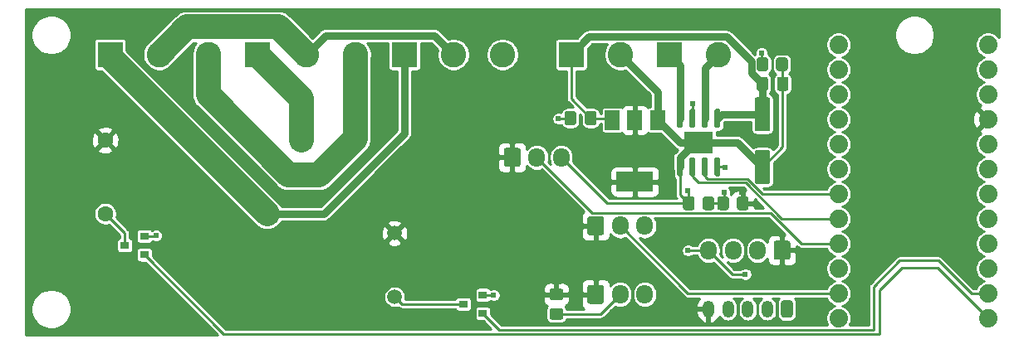
<source format=gtl>
G04 #@! TF.GenerationSoftware,KiCad,Pcbnew,(5.1.9)-1*
G04 #@! TF.CreationDate,2021-05-18T22:57:50-05:00*
G04 #@! TF.ProjectId,BoilerBot,426f696c-6572-4426-9f74-2e6b69636164,rev?*
G04 #@! TF.SameCoordinates,Original*
G04 #@! TF.FileFunction,Copper,L1,Top*
G04 #@! TF.FilePolarity,Positive*
%FSLAX46Y46*%
G04 Gerber Fmt 4.6, Leading zero omitted, Abs format (unit mm)*
G04 Created by KiCad (PCBNEW (5.1.9)-1) date 2021-05-18 22:57:50*
%MOMM*%
%LPD*%
G01*
G04 APERTURE LIST*
G04 #@! TA.AperFunction,ComponentPad*
%ADD10C,2.500000*%
G04 #@! TD*
G04 #@! TA.AperFunction,ComponentPad*
%ADD11C,1.600000*%
G04 #@! TD*
G04 #@! TA.AperFunction,ComponentPad*
%ADD12C,0.500000*%
G04 #@! TD*
G04 #@! TA.AperFunction,SMDPad,CuDef*
%ADD13R,3.000000X2.290000*%
G04 #@! TD*
G04 #@! TA.AperFunction,SMDPad,CuDef*
%ADD14R,1.500000X2.000000*%
G04 #@! TD*
G04 #@! TA.AperFunction,SMDPad,CuDef*
%ADD15R,3.800000X2.000000*%
G04 #@! TD*
G04 #@! TA.AperFunction,SMDPad,CuDef*
%ADD16R,0.900000X0.800000*%
G04 #@! TD*
G04 #@! TA.AperFunction,ComponentPad*
%ADD17O,1.700000X1.950000*%
G04 #@! TD*
G04 #@! TA.AperFunction,ComponentPad*
%ADD18C,2.600000*%
G04 #@! TD*
G04 #@! TA.AperFunction,ComponentPad*
%ADD19R,2.600000X2.600000*%
G04 #@! TD*
G04 #@! TA.AperFunction,ComponentPad*
%ADD20O,1.200000X1.750000*%
G04 #@! TD*
G04 #@! TA.AperFunction,ComponentPad*
%ADD21C,1.500000*%
G04 #@! TD*
G04 #@! TA.AperFunction,ComponentPad*
%ADD22C,1.879600*%
G04 #@! TD*
G04 #@! TA.AperFunction,ViaPad*
%ADD23C,0.609600*%
G04 #@! TD*
G04 #@! TA.AperFunction,Conductor*
%ADD24C,0.254000*%
G04 #@! TD*
G04 #@! TA.AperFunction,Conductor*
%ADD25C,0.762000*%
G04 #@! TD*
G04 #@! TA.AperFunction,Conductor*
%ADD26C,2.540000*%
G04 #@! TD*
G04 #@! TA.AperFunction,Conductor*
%ADD27C,0.100000*%
G04 #@! TD*
G04 APERTURE END LIST*
D10*
X106500000Y-61750000D03*
X103000000Y-69250000D03*
D11*
X86500000Y-61750000D03*
X86500000Y-69250000D03*
G04 #@! TA.AperFunction,SMDPad,CuDef*
G36*
G01*
X152950000Y-62750000D02*
X154050000Y-62750000D01*
G75*
G02*
X154300000Y-63000000I0J-250000D01*
G01*
X154300000Y-66000000D01*
G75*
G02*
X154050000Y-66250000I-250000J0D01*
G01*
X152950000Y-66250000D01*
G75*
G02*
X152700000Y-66000000I0J250000D01*
G01*
X152700000Y-63000000D01*
G75*
G02*
X152950000Y-62750000I250000J0D01*
G01*
G37*
G04 #@! TD.AperFunction*
G04 #@! TA.AperFunction,SMDPad,CuDef*
G36*
G01*
X152950000Y-57350000D02*
X154050000Y-57350000D01*
G75*
G02*
X154300000Y-57600000I0J-250000D01*
G01*
X154300000Y-60600000D01*
G75*
G02*
X154050000Y-60850000I-250000J0D01*
G01*
X152950000Y-60850000D01*
G75*
G02*
X152700000Y-60600000I0J250000D01*
G01*
X152700000Y-57600000D01*
G75*
G02*
X152950000Y-57350000I250000J0D01*
G01*
G37*
G04 #@! TD.AperFunction*
D12*
X148000000Y-61350000D03*
X148000000Y-62650000D03*
X147000000Y-61350000D03*
X147000000Y-62650000D03*
X146000000Y-61350000D03*
X146000000Y-62650000D03*
D13*
X147000000Y-62000000D03*
G04 #@! TA.AperFunction,SMDPad,CuDef*
G36*
G01*
X145245000Y-60500000D02*
X144945000Y-60500000D01*
G75*
G02*
X144795000Y-60350000I0J150000D01*
G01*
X144795000Y-58700000D01*
G75*
G02*
X144945000Y-58550000I150000J0D01*
G01*
X145245000Y-58550000D01*
G75*
G02*
X145395000Y-58700000I0J-150000D01*
G01*
X145395000Y-60350000D01*
G75*
G02*
X145245000Y-60500000I-150000J0D01*
G01*
G37*
G04 #@! TD.AperFunction*
G04 #@! TA.AperFunction,SMDPad,CuDef*
G36*
G01*
X146515000Y-60500000D02*
X146215000Y-60500000D01*
G75*
G02*
X146065000Y-60350000I0J150000D01*
G01*
X146065000Y-58700000D01*
G75*
G02*
X146215000Y-58550000I150000J0D01*
G01*
X146515000Y-58550000D01*
G75*
G02*
X146665000Y-58700000I0J-150000D01*
G01*
X146665000Y-60350000D01*
G75*
G02*
X146515000Y-60500000I-150000J0D01*
G01*
G37*
G04 #@! TD.AperFunction*
G04 #@! TA.AperFunction,SMDPad,CuDef*
G36*
G01*
X147785000Y-60500000D02*
X147485000Y-60500000D01*
G75*
G02*
X147335000Y-60350000I0J150000D01*
G01*
X147335000Y-58700000D01*
G75*
G02*
X147485000Y-58550000I150000J0D01*
G01*
X147785000Y-58550000D01*
G75*
G02*
X147935000Y-58700000I0J-150000D01*
G01*
X147935000Y-60350000D01*
G75*
G02*
X147785000Y-60500000I-150000J0D01*
G01*
G37*
G04 #@! TD.AperFunction*
G04 #@! TA.AperFunction,SMDPad,CuDef*
G36*
G01*
X149055000Y-60500000D02*
X148755000Y-60500000D01*
G75*
G02*
X148605000Y-60350000I0J150000D01*
G01*
X148605000Y-58700000D01*
G75*
G02*
X148755000Y-58550000I150000J0D01*
G01*
X149055000Y-58550000D01*
G75*
G02*
X149205000Y-58700000I0J-150000D01*
G01*
X149205000Y-60350000D01*
G75*
G02*
X149055000Y-60500000I-150000J0D01*
G01*
G37*
G04 #@! TD.AperFunction*
G04 #@! TA.AperFunction,SMDPad,CuDef*
G36*
G01*
X149055000Y-65450000D02*
X148755000Y-65450000D01*
G75*
G02*
X148605000Y-65300000I0J150000D01*
G01*
X148605000Y-63650000D01*
G75*
G02*
X148755000Y-63500000I150000J0D01*
G01*
X149055000Y-63500000D01*
G75*
G02*
X149205000Y-63650000I0J-150000D01*
G01*
X149205000Y-65300000D01*
G75*
G02*
X149055000Y-65450000I-150000J0D01*
G01*
G37*
G04 #@! TD.AperFunction*
G04 #@! TA.AperFunction,SMDPad,CuDef*
G36*
G01*
X147785000Y-65450000D02*
X147485000Y-65450000D01*
G75*
G02*
X147335000Y-65300000I0J150000D01*
G01*
X147335000Y-63650000D01*
G75*
G02*
X147485000Y-63500000I150000J0D01*
G01*
X147785000Y-63500000D01*
G75*
G02*
X147935000Y-63650000I0J-150000D01*
G01*
X147935000Y-65300000D01*
G75*
G02*
X147785000Y-65450000I-150000J0D01*
G01*
G37*
G04 #@! TD.AperFunction*
G04 #@! TA.AperFunction,SMDPad,CuDef*
G36*
G01*
X146515000Y-65450000D02*
X146215000Y-65450000D01*
G75*
G02*
X146065000Y-65300000I0J150000D01*
G01*
X146065000Y-63650000D01*
G75*
G02*
X146215000Y-63500000I150000J0D01*
G01*
X146515000Y-63500000D01*
G75*
G02*
X146665000Y-63650000I0J-150000D01*
G01*
X146665000Y-65300000D01*
G75*
G02*
X146515000Y-65450000I-150000J0D01*
G01*
G37*
G04 #@! TD.AperFunction*
G04 #@! TA.AperFunction,SMDPad,CuDef*
G36*
G01*
X145245000Y-65450000D02*
X144945000Y-65450000D01*
G75*
G02*
X144795000Y-65300000I0J150000D01*
G01*
X144795000Y-63650000D01*
G75*
G02*
X144945000Y-63500000I150000J0D01*
G01*
X145245000Y-63500000D01*
G75*
G02*
X145395000Y-63650000I0J-150000D01*
G01*
X145395000Y-65300000D01*
G75*
G02*
X145245000Y-65450000I-150000J0D01*
G01*
G37*
G04 #@! TD.AperFunction*
D14*
X142800000Y-59700000D03*
X138200000Y-59700000D03*
X140500000Y-59700000D03*
D15*
X140500000Y-66000000D03*
G04 #@! TA.AperFunction,SMDPad,CuDef*
G36*
G01*
X132049999Y-78900000D02*
X132950001Y-78900000D01*
G75*
G02*
X133200000Y-79149999I0J-249999D01*
G01*
X133200000Y-79850001D01*
G75*
G02*
X132950001Y-80100000I-249999J0D01*
G01*
X132049999Y-80100000D01*
G75*
G02*
X131800000Y-79850001I0J249999D01*
G01*
X131800000Y-79149999D01*
G75*
G02*
X132049999Y-78900000I249999J0D01*
G01*
G37*
G04 #@! TD.AperFunction*
G04 #@! TA.AperFunction,SMDPad,CuDef*
G36*
G01*
X132049999Y-76900000D02*
X132950001Y-76900000D01*
G75*
G02*
X133200000Y-77149999I0J-249999D01*
G01*
X133200000Y-77850001D01*
G75*
G02*
X132950001Y-78100000I-249999J0D01*
G01*
X132049999Y-78100000D01*
G75*
G02*
X131800000Y-77850001I0J249999D01*
G01*
X131800000Y-77149999D01*
G75*
G02*
X132049999Y-76900000I249999J0D01*
G01*
G37*
G04 #@! TD.AperFunction*
G04 #@! TA.AperFunction,SMDPad,CuDef*
G36*
G01*
X154900000Y-54450001D02*
X154900000Y-53549999D01*
G75*
G02*
X155149999Y-53300000I249999J0D01*
G01*
X155850001Y-53300000D01*
G75*
G02*
X156100000Y-53549999I0J-249999D01*
G01*
X156100000Y-54450001D01*
G75*
G02*
X155850001Y-54700000I-249999J0D01*
G01*
X155149999Y-54700000D01*
G75*
G02*
X154900000Y-54450001I0J249999D01*
G01*
G37*
G04 #@! TD.AperFunction*
G04 #@! TA.AperFunction,SMDPad,CuDef*
G36*
G01*
X152900000Y-54450001D02*
X152900000Y-53549999D01*
G75*
G02*
X153149999Y-53300000I249999J0D01*
G01*
X153850001Y-53300000D01*
G75*
G02*
X154100000Y-53549999I0J-249999D01*
G01*
X154100000Y-54450001D01*
G75*
G02*
X153850001Y-54700000I-249999J0D01*
G01*
X153149999Y-54700000D01*
G75*
G02*
X152900000Y-54450001I0J249999D01*
G01*
G37*
G04 #@! TD.AperFunction*
G04 #@! TA.AperFunction,SMDPad,CuDef*
G36*
G01*
X146600000Y-67748999D02*
X146600000Y-68649001D01*
G75*
G02*
X146350001Y-68899000I-249999J0D01*
G01*
X145649999Y-68899000D01*
G75*
G02*
X145400000Y-68649001I0J249999D01*
G01*
X145400000Y-67748999D01*
G75*
G02*
X145649999Y-67499000I249999J0D01*
G01*
X146350001Y-67499000D01*
G75*
G02*
X146600000Y-67748999I0J-249999D01*
G01*
G37*
G04 #@! TD.AperFunction*
G04 #@! TA.AperFunction,SMDPad,CuDef*
G36*
G01*
X148600000Y-67748999D02*
X148600000Y-68649001D01*
G75*
G02*
X148350001Y-68899000I-249999J0D01*
G01*
X147649999Y-68899000D01*
G75*
G02*
X147400000Y-68649001I0J249999D01*
G01*
X147400000Y-67748999D01*
G75*
G02*
X147649999Y-67499000I249999J0D01*
G01*
X148350001Y-67499000D01*
G75*
G02*
X148600000Y-67748999I0J-249999D01*
G01*
G37*
G04 #@! TD.AperFunction*
G04 #@! TA.AperFunction,SMDPad,CuDef*
G36*
G01*
X150100000Y-67748999D02*
X150100000Y-68649001D01*
G75*
G02*
X149850001Y-68899000I-249999J0D01*
G01*
X149149999Y-68899000D01*
G75*
G02*
X148900000Y-68649001I0J249999D01*
G01*
X148900000Y-67748999D01*
G75*
G02*
X149149999Y-67499000I249999J0D01*
G01*
X149850001Y-67499000D01*
G75*
G02*
X150100000Y-67748999I0J-249999D01*
G01*
G37*
G04 #@! TD.AperFunction*
G04 #@! TA.AperFunction,SMDPad,CuDef*
G36*
G01*
X152100000Y-67748999D02*
X152100000Y-68649001D01*
G75*
G02*
X151850001Y-68899000I-249999J0D01*
G01*
X151149999Y-68899000D01*
G75*
G02*
X150900000Y-68649001I0J249999D01*
G01*
X150900000Y-67748999D01*
G75*
G02*
X151149999Y-67499000I249999J0D01*
G01*
X151850001Y-67499000D01*
G75*
G02*
X152100000Y-67748999I0J-249999D01*
G01*
G37*
G04 #@! TD.AperFunction*
D16*
X88500000Y-72500000D03*
X90500000Y-71550000D03*
X90500000Y-73450000D03*
X123000000Y-78500000D03*
X125000000Y-77550000D03*
X125000000Y-79450000D03*
D17*
X141500000Y-70500000D03*
X139000000Y-70500000D03*
G04 #@! TA.AperFunction,ComponentPad*
G36*
G01*
X135650000Y-71225000D02*
X135650000Y-69775000D01*
G75*
G02*
X135900000Y-69525000I250000J0D01*
G01*
X137100000Y-69525000D01*
G75*
G02*
X137350000Y-69775000I0J-250000D01*
G01*
X137350000Y-71225000D01*
G75*
G02*
X137100000Y-71475000I-250000J0D01*
G01*
X135900000Y-71475000D01*
G75*
G02*
X135650000Y-71225000I0J250000D01*
G01*
G37*
G04 #@! TD.AperFunction*
X148000000Y-73000000D03*
X150500000Y-73000000D03*
X153000000Y-73000000D03*
G04 #@! TA.AperFunction,ComponentPad*
G36*
G01*
X156350000Y-72275000D02*
X156350000Y-73725000D01*
G75*
G02*
X156100000Y-73975000I-250000J0D01*
G01*
X154900000Y-73975000D01*
G75*
G02*
X154650000Y-73725000I0J250000D01*
G01*
X154650000Y-72275000D01*
G75*
G02*
X154900000Y-72025000I250000J0D01*
G01*
X156100000Y-72025000D01*
G75*
G02*
X156350000Y-72275000I0J-250000D01*
G01*
G37*
G04 #@! TD.AperFunction*
D18*
X112000000Y-53000000D03*
X107000000Y-53000000D03*
D19*
X102000000Y-53000000D03*
D17*
X141500000Y-77500000D03*
X139000000Y-77500000D03*
G04 #@! TA.AperFunction,ComponentPad*
G36*
G01*
X135650000Y-78225000D02*
X135650000Y-76775000D01*
G75*
G02*
X135900000Y-76525000I250000J0D01*
G01*
X137100000Y-76525000D01*
G75*
G02*
X137350000Y-76775000I0J-250000D01*
G01*
X137350000Y-78225000D01*
G75*
G02*
X137100000Y-78475000I-250000J0D01*
G01*
X135900000Y-78475000D01*
G75*
G02*
X135650000Y-78225000I0J250000D01*
G01*
G37*
G04 #@! TD.AperFunction*
X133000000Y-63500000D03*
X130500000Y-63500000D03*
G04 #@! TA.AperFunction,ComponentPad*
G36*
G01*
X127150000Y-64225000D02*
X127150000Y-62775000D01*
G75*
G02*
X127400000Y-62525000I250000J0D01*
G01*
X128600000Y-62525000D01*
G75*
G02*
X128850000Y-62775000I0J-250000D01*
G01*
X128850000Y-64225000D01*
G75*
G02*
X128600000Y-64475000I-250000J0D01*
G01*
X127400000Y-64475000D01*
G75*
G02*
X127150000Y-64225000I0J250000D01*
G01*
G37*
G04 #@! TD.AperFunction*
D20*
X148000000Y-79000000D03*
X150000000Y-79000000D03*
X152000000Y-79000000D03*
X154000000Y-79000000D03*
G04 #@! TA.AperFunction,ComponentPad*
G36*
G01*
X156600000Y-78374999D02*
X156600000Y-79625001D01*
G75*
G02*
X156350001Y-79875000I-249999J0D01*
G01*
X155649999Y-79875000D01*
G75*
G02*
X155400000Y-79625001I0J249999D01*
G01*
X155400000Y-78374999D01*
G75*
G02*
X155649999Y-78125000I249999J0D01*
G01*
X156350001Y-78125000D01*
G75*
G02*
X156600000Y-78374999I0J-249999D01*
G01*
G37*
G04 #@! TD.AperFunction*
D18*
X149000000Y-53000000D03*
D19*
X144000000Y-53000000D03*
D18*
X127000000Y-53000000D03*
X122000000Y-53000000D03*
D19*
X117000000Y-53000000D03*
D18*
X97000000Y-53000000D03*
X92000000Y-53000000D03*
D19*
X87000000Y-53000000D03*
D18*
X139000000Y-53000000D03*
D19*
X134000000Y-53000000D03*
G04 #@! TA.AperFunction,SMDPad,CuDef*
G36*
G01*
X154987500Y-56475000D02*
X154987500Y-55525000D01*
G75*
G02*
X155237500Y-55275000I250000J0D01*
G01*
X155912500Y-55275000D01*
G75*
G02*
X156162500Y-55525000I0J-250000D01*
G01*
X156162500Y-56475000D01*
G75*
G02*
X155912500Y-56725000I-250000J0D01*
G01*
X155237500Y-56725000D01*
G75*
G02*
X154987500Y-56475000I0J250000D01*
G01*
G37*
G04 #@! TD.AperFunction*
G04 #@! TA.AperFunction,SMDPad,CuDef*
G36*
G01*
X152912500Y-56475000D02*
X152912500Y-55525000D01*
G75*
G02*
X153162500Y-55275000I250000J0D01*
G01*
X153837500Y-55275000D01*
G75*
G02*
X154087500Y-55525000I0J-250000D01*
G01*
X154087500Y-56475000D01*
G75*
G02*
X153837500Y-56725000I-250000J0D01*
G01*
X153162500Y-56725000D01*
G75*
G02*
X152912500Y-56475000I0J250000D01*
G01*
G37*
G04 #@! TD.AperFunction*
G04 #@! TA.AperFunction,SMDPad,CuDef*
G36*
G01*
X134512500Y-59025000D02*
X134512500Y-59975000D01*
G75*
G02*
X134262500Y-60225000I-250000J0D01*
G01*
X133587500Y-60225000D01*
G75*
G02*
X133337500Y-59975000I0J250000D01*
G01*
X133337500Y-59025000D01*
G75*
G02*
X133587500Y-58775000I250000J0D01*
G01*
X134262500Y-58775000D01*
G75*
G02*
X134512500Y-59025000I0J-250000D01*
G01*
G37*
G04 #@! TD.AperFunction*
G04 #@! TA.AperFunction,SMDPad,CuDef*
G36*
G01*
X136587500Y-59025000D02*
X136587500Y-59975000D01*
G75*
G02*
X136337500Y-60225000I-250000J0D01*
G01*
X135662500Y-60225000D01*
G75*
G02*
X135412500Y-59975000I0J250000D01*
G01*
X135412500Y-59025000D01*
G75*
G02*
X135662500Y-58775000I250000J0D01*
G01*
X136337500Y-58775000D01*
G75*
G02*
X136587500Y-59025000I0J-250000D01*
G01*
G37*
G04 #@! TD.AperFunction*
D21*
X116000000Y-77750000D03*
X116000000Y-71250000D03*
D22*
X176500000Y-52000000D03*
X176500000Y-54540000D03*
X176500000Y-57080000D03*
X176500000Y-59620000D03*
X176500000Y-62160000D03*
X176500000Y-64700000D03*
X176500000Y-67240000D03*
X176500000Y-69780000D03*
X176500000Y-72320000D03*
X176500000Y-74860000D03*
X176500000Y-77400000D03*
X176500000Y-79940000D03*
X161260000Y-79940000D03*
X161260000Y-77400000D03*
X161260000Y-74860000D03*
X161260000Y-72320000D03*
X161260000Y-69780000D03*
X161260000Y-67240000D03*
X161260000Y-64700000D03*
X161260000Y-62160000D03*
X161260000Y-59620000D03*
X161260000Y-57080000D03*
X161260000Y-54540000D03*
X161260000Y-52000000D03*
D23*
X147955000Y-76327000D03*
X151384000Y-67056000D03*
X150495000Y-70104000D03*
X91694000Y-71501000D03*
X126111000Y-77597000D03*
X132715000Y-59563000D03*
X145923000Y-66929000D03*
X145923000Y-73025000D03*
X151765000Y-75438000D03*
X149733000Y-64516000D03*
X149606000Y-67056000D03*
X146431000Y-58039000D03*
X153416000Y-52832000D03*
D24*
X151500000Y-67172000D02*
X151384000Y-67056000D01*
X151500000Y-68199000D02*
X151500000Y-67172000D01*
X125000000Y-79450000D02*
X126683801Y-81133801D01*
X176500000Y-77400000D02*
X174809000Y-77400000D01*
X174809000Y-77400000D02*
X171450000Y-74041000D01*
X171450000Y-74041000D02*
X167513000Y-74041000D01*
X167513000Y-74041000D02*
X164826801Y-76727199D01*
X164826801Y-76727199D02*
X164826801Y-81133801D01*
X126683801Y-81133801D02*
X164826801Y-81133801D01*
X90500000Y-73450000D02*
X98584000Y-81534000D01*
X165481000Y-81534000D02*
X165481000Y-77089000D01*
X98584000Y-81534000D02*
X165481000Y-81534000D01*
X165481000Y-77089000D02*
X167767000Y-74803000D01*
X171363000Y-74803000D02*
X176500000Y-79940000D01*
X167767000Y-74803000D02*
X171363000Y-74803000D01*
X147000020Y-66085020D02*
X151783412Y-66085020D01*
X146365000Y-65450000D02*
X147000020Y-66085020D01*
X146365000Y-64475000D02*
X146365000Y-65450000D01*
X155478392Y-69780000D02*
X161260000Y-69780000D01*
X151783412Y-66085020D02*
X155478392Y-69780000D01*
X153477220Y-67240000D02*
X161260000Y-67240000D01*
X151941230Y-65704010D02*
X153477220Y-67240000D01*
X147889010Y-65704010D02*
X151941230Y-65704010D01*
X147635000Y-65450000D02*
X147889010Y-65704010D01*
X147635000Y-64475000D02*
X147635000Y-65450000D01*
X137000000Y-79500000D02*
X139000000Y-77500000D01*
X132500000Y-79500000D02*
X137000000Y-79500000D01*
X145900000Y-77400000D02*
X161260000Y-77400000D01*
X139000000Y-70500000D02*
X145900000Y-77400000D01*
X157479564Y-72320000D02*
X161260000Y-72320000D01*
X154312574Y-69153010D02*
X157479564Y-72320000D01*
X136153010Y-69153010D02*
X154312574Y-69153010D01*
X130500000Y-63500000D02*
X136153010Y-69153010D01*
D25*
X151000000Y-62000000D02*
X147000000Y-62000000D01*
X153500000Y-64500000D02*
X151000000Y-62000000D01*
X145100000Y-62000000D02*
X142800000Y-59700000D01*
X147000000Y-62000000D02*
X145100000Y-62000000D01*
X142800000Y-56800000D02*
X139000000Y-53000000D01*
X142800000Y-59700000D02*
X142800000Y-56800000D01*
X145095000Y-63555000D02*
X146000000Y-62650000D01*
X145095000Y-64475000D02*
X145095000Y-63555000D01*
D26*
X97000000Y-53000000D02*
X97000000Y-57122000D01*
X97000000Y-57122000D02*
X105156000Y-65278000D01*
X105156000Y-65278000D02*
X108331000Y-65278000D01*
X112000000Y-61609000D02*
X112000000Y-53000000D01*
X108331000Y-65278000D02*
X112000000Y-61609000D01*
D24*
X91645000Y-71550000D02*
X91694000Y-71501000D01*
X90500000Y-71550000D02*
X91645000Y-71550000D01*
X126064000Y-77550000D02*
X126111000Y-77597000D01*
X125000000Y-77550000D02*
X126064000Y-77550000D01*
X132778000Y-59500000D02*
X132715000Y-59563000D01*
X133925000Y-59500000D02*
X132778000Y-59500000D01*
X145095000Y-67294000D02*
X146000000Y-68199000D01*
X145095000Y-64475000D02*
X145095000Y-67294000D01*
X137699000Y-68199000D02*
X133000000Y-63500000D01*
X146000000Y-68199000D02*
X137699000Y-68199000D01*
X146000000Y-67006000D02*
X145923000Y-66929000D01*
X146000000Y-68199000D02*
X146000000Y-67006000D01*
X147975000Y-73025000D02*
X148000000Y-73000000D01*
X145923000Y-73025000D02*
X147975000Y-73025000D01*
X155575000Y-62425000D02*
X155575000Y-56000000D01*
X153500000Y-64500000D02*
X155575000Y-62425000D01*
X155575000Y-54075000D02*
X155500000Y-54000000D01*
X155575000Y-56000000D02*
X155575000Y-54075000D01*
X150438000Y-75438000D02*
X148000000Y-73000000D01*
X151765000Y-75438000D02*
X150438000Y-75438000D01*
X116749999Y-78499999D02*
X116000000Y-77750000D01*
X123000000Y-78500000D02*
X116749999Y-78499999D01*
D25*
X152391990Y-54891990D02*
X153500000Y-56000000D01*
X152391990Y-53716148D02*
X152391990Y-54891990D01*
X149867841Y-51191999D02*
X152391990Y-53716148D01*
X135808001Y-51191999D02*
X149867841Y-51191999D01*
X134000000Y-53000000D02*
X135808001Y-51191999D01*
X153500000Y-56000000D02*
X153500000Y-59100000D01*
X149330000Y-59100000D02*
X148905000Y-59525000D01*
X153500000Y-59100000D02*
X149330000Y-59100000D01*
D24*
X134000000Y-57500000D02*
X136000000Y-59500000D01*
X134000000Y-53000000D02*
X134000000Y-57500000D01*
X138000000Y-59500000D02*
X138200000Y-59700000D01*
X136000000Y-59500000D02*
X138000000Y-59500000D01*
D26*
X104175999Y-50175999D02*
X107000000Y-53000000D01*
X94824001Y-50175999D02*
X104175999Y-50175999D01*
X92000000Y-53000000D02*
X94824001Y-50175999D01*
D25*
X120064999Y-51064999D02*
X122000000Y-53000000D01*
X108935001Y-51064999D02*
X120064999Y-51064999D01*
X107000000Y-53000000D02*
X108935001Y-51064999D01*
D26*
X87000000Y-53250000D02*
X103000000Y-69250000D01*
X87000000Y-53000000D02*
X87000000Y-53250000D01*
D25*
X103000000Y-69250000D02*
X108804000Y-69250000D01*
X117000000Y-61054000D02*
X117000000Y-53000000D01*
X108804000Y-69250000D02*
X117000000Y-61054000D01*
X147635000Y-54365000D02*
X149000000Y-53000000D01*
X147635000Y-59525000D02*
X147635000Y-54365000D01*
X145095000Y-54095000D02*
X144000000Y-53000000D01*
X145095000Y-59525000D02*
X145095000Y-54095000D01*
D26*
X106500000Y-57500000D02*
X102000000Y-53000000D01*
X106500000Y-61750000D02*
X106500000Y-57500000D01*
D24*
X88500000Y-71250000D02*
X86500000Y-69250000D01*
X88500000Y-72500000D02*
X88500000Y-71250000D01*
X149692000Y-64475000D02*
X149733000Y-64516000D01*
X148905000Y-64475000D02*
X149692000Y-64475000D01*
X149606000Y-68093000D02*
X149500000Y-68199000D01*
X149606000Y-67056000D02*
X149606000Y-68093000D01*
X149500000Y-68199000D02*
X148000000Y-68199000D01*
X146365000Y-58105000D02*
X146431000Y-58039000D01*
X146365000Y-59525000D02*
X146365000Y-58105000D01*
X153416000Y-53916000D02*
X153500000Y-54000000D01*
X153416000Y-52832000D02*
X153416000Y-53916000D01*
X177606300Y-51278317D02*
X177525933Y-51158039D01*
X177341961Y-50974067D01*
X177125634Y-50829522D01*
X176885263Y-50729957D01*
X176630087Y-50679200D01*
X176369913Y-50679200D01*
X176114737Y-50729957D01*
X175874366Y-50829522D01*
X175658039Y-50974067D01*
X175474067Y-51158039D01*
X175329522Y-51374366D01*
X175229957Y-51614737D01*
X175179200Y-51869913D01*
X175179200Y-52130087D01*
X175229957Y-52385263D01*
X175329522Y-52625634D01*
X175474067Y-52841961D01*
X175658039Y-53025933D01*
X175874366Y-53170478D01*
X176114633Y-53270000D01*
X175874366Y-53369522D01*
X175658039Y-53514067D01*
X175474067Y-53698039D01*
X175329522Y-53914366D01*
X175229957Y-54154737D01*
X175179200Y-54409913D01*
X175179200Y-54670087D01*
X175229957Y-54925263D01*
X175329522Y-55165634D01*
X175474067Y-55381961D01*
X175658039Y-55565933D01*
X175874366Y-55710478D01*
X176114633Y-55810000D01*
X175874366Y-55909522D01*
X175658039Y-56054067D01*
X175474067Y-56238039D01*
X175329522Y-56454366D01*
X175229957Y-56694737D01*
X175179200Y-56949913D01*
X175179200Y-57210087D01*
X175229957Y-57465263D01*
X175329522Y-57705634D01*
X175474067Y-57921961D01*
X175658039Y-58105933D01*
X175801670Y-58201904D01*
X175675623Y-58269277D01*
X175587129Y-58527524D01*
X176500000Y-59440395D01*
X176514143Y-59426253D01*
X176693748Y-59605858D01*
X176679605Y-59620000D01*
X176693748Y-59634143D01*
X176514143Y-59813748D01*
X176500000Y-59799605D01*
X175587129Y-60712476D01*
X175675623Y-60970723D01*
X175807332Y-61034313D01*
X175658039Y-61134067D01*
X175474067Y-61318039D01*
X175329522Y-61534366D01*
X175229957Y-61774737D01*
X175179200Y-62029913D01*
X175179200Y-62290087D01*
X175229957Y-62545263D01*
X175329522Y-62785634D01*
X175474067Y-63001961D01*
X175658039Y-63185933D01*
X175874366Y-63330478D01*
X176114633Y-63430000D01*
X175874366Y-63529522D01*
X175658039Y-63674067D01*
X175474067Y-63858039D01*
X175329522Y-64074366D01*
X175229957Y-64314737D01*
X175179200Y-64569913D01*
X175179200Y-64830087D01*
X175229957Y-65085263D01*
X175329522Y-65325634D01*
X175474067Y-65541961D01*
X175658039Y-65725933D01*
X175874366Y-65870478D01*
X176114633Y-65970000D01*
X175874366Y-66069522D01*
X175658039Y-66214067D01*
X175474067Y-66398039D01*
X175329522Y-66614366D01*
X175229957Y-66854737D01*
X175179200Y-67109913D01*
X175179200Y-67370087D01*
X175229957Y-67625263D01*
X175329522Y-67865634D01*
X175474067Y-68081961D01*
X175658039Y-68265933D01*
X175874366Y-68410478D01*
X176114633Y-68510000D01*
X175874366Y-68609522D01*
X175658039Y-68754067D01*
X175474067Y-68938039D01*
X175329522Y-69154366D01*
X175229957Y-69394737D01*
X175179200Y-69649913D01*
X175179200Y-69910087D01*
X175229957Y-70165263D01*
X175329522Y-70405634D01*
X175474067Y-70621961D01*
X175658039Y-70805933D01*
X175874366Y-70950478D01*
X176114633Y-71050000D01*
X175874366Y-71149522D01*
X175658039Y-71294067D01*
X175474067Y-71478039D01*
X175329522Y-71694366D01*
X175229957Y-71934737D01*
X175179200Y-72189913D01*
X175179200Y-72450087D01*
X175229957Y-72705263D01*
X175329522Y-72945634D01*
X175474067Y-73161961D01*
X175658039Y-73345933D01*
X175874366Y-73490478D01*
X176114633Y-73590000D01*
X175874366Y-73689522D01*
X175658039Y-73834067D01*
X175474067Y-74018039D01*
X175329522Y-74234366D01*
X175229957Y-74474737D01*
X175179200Y-74729913D01*
X175179200Y-74990087D01*
X175229957Y-75245263D01*
X175329522Y-75485634D01*
X175474067Y-75701961D01*
X175658039Y-75885933D01*
X175874366Y-76030478D01*
X176114633Y-76130000D01*
X175874366Y-76229522D01*
X175658039Y-76374067D01*
X175474067Y-76558039D01*
X175329522Y-76774366D01*
X175280796Y-76892000D01*
X175019421Y-76892000D01*
X171826855Y-73699435D01*
X171810948Y-73680052D01*
X171733595Y-73616571D01*
X171645343Y-73569399D01*
X171549585Y-73540351D01*
X171474947Y-73533000D01*
X171474944Y-73533000D01*
X171450000Y-73530543D01*
X171425056Y-73533000D01*
X167537943Y-73533000D01*
X167512999Y-73530543D01*
X167488055Y-73533000D01*
X167488053Y-73533000D01*
X167413415Y-73540351D01*
X167317657Y-73569399D01*
X167279196Y-73589957D01*
X167229404Y-73616571D01*
X167174810Y-73661376D01*
X167152052Y-73680052D01*
X167136150Y-73699429D01*
X164485236Y-76350344D01*
X164465853Y-76366251D01*
X164402372Y-76443604D01*
X164355200Y-76531857D01*
X164326152Y-76627615D01*
X164320226Y-76687784D01*
X164316344Y-76727199D01*
X164318801Y-76752143D01*
X164318802Y-80625801D01*
X162390276Y-80625801D01*
X162430478Y-80565634D01*
X162530043Y-80325263D01*
X162580800Y-80070087D01*
X162580800Y-79809913D01*
X162530043Y-79554737D01*
X162430478Y-79314366D01*
X162285933Y-79098039D01*
X162101961Y-78914067D01*
X161885634Y-78769522D01*
X161645367Y-78670000D01*
X161885634Y-78570478D01*
X162101961Y-78425933D01*
X162285933Y-78241961D01*
X162430478Y-78025634D01*
X162530043Y-77785263D01*
X162580800Y-77530087D01*
X162580800Y-77269913D01*
X162530043Y-77014737D01*
X162430478Y-76774366D01*
X162285933Y-76558039D01*
X162101961Y-76374067D01*
X161885634Y-76229522D01*
X161645367Y-76130000D01*
X161885634Y-76030478D01*
X162101961Y-75885933D01*
X162285933Y-75701961D01*
X162430478Y-75485634D01*
X162530043Y-75245263D01*
X162580800Y-74990087D01*
X162580800Y-74729913D01*
X162530043Y-74474737D01*
X162430478Y-74234366D01*
X162285933Y-74018039D01*
X162101961Y-73834067D01*
X161885634Y-73689522D01*
X161645367Y-73590000D01*
X161885634Y-73490478D01*
X162101961Y-73345933D01*
X162285933Y-73161961D01*
X162430478Y-72945634D01*
X162530043Y-72705263D01*
X162580800Y-72450087D01*
X162580800Y-72189913D01*
X162530043Y-71934737D01*
X162430478Y-71694366D01*
X162285933Y-71478039D01*
X162101961Y-71294067D01*
X161885634Y-71149522D01*
X161645367Y-71050000D01*
X161885634Y-70950478D01*
X162101961Y-70805933D01*
X162285933Y-70621961D01*
X162430478Y-70405634D01*
X162530043Y-70165263D01*
X162580800Y-69910087D01*
X162580800Y-69649913D01*
X162530043Y-69394737D01*
X162430478Y-69154366D01*
X162285933Y-68938039D01*
X162101961Y-68754067D01*
X161885634Y-68609522D01*
X161645367Y-68510000D01*
X161885634Y-68410478D01*
X162101961Y-68265933D01*
X162285933Y-68081961D01*
X162430478Y-67865634D01*
X162530043Y-67625263D01*
X162580800Y-67370087D01*
X162580800Y-67109913D01*
X162530043Y-66854737D01*
X162430478Y-66614366D01*
X162285933Y-66398039D01*
X162101961Y-66214067D01*
X161885634Y-66069522D01*
X161645367Y-65970000D01*
X161885634Y-65870478D01*
X162101961Y-65725933D01*
X162285933Y-65541961D01*
X162430478Y-65325634D01*
X162530043Y-65085263D01*
X162580800Y-64830087D01*
X162580800Y-64569913D01*
X162530043Y-64314737D01*
X162430478Y-64074366D01*
X162285933Y-63858039D01*
X162101961Y-63674067D01*
X161885634Y-63529522D01*
X161645367Y-63430000D01*
X161885634Y-63330478D01*
X162101961Y-63185933D01*
X162285933Y-63001961D01*
X162430478Y-62785634D01*
X162530043Y-62545263D01*
X162580800Y-62290087D01*
X162580800Y-62029913D01*
X162530043Y-61774737D01*
X162430478Y-61534366D01*
X162285933Y-61318039D01*
X162101961Y-61134067D01*
X161885634Y-60989522D01*
X161645367Y-60890000D01*
X161885634Y-60790478D01*
X162101961Y-60645933D01*
X162285933Y-60461961D01*
X162430478Y-60245634D01*
X162530043Y-60005263D01*
X162580800Y-59750087D01*
X162580800Y-59684977D01*
X174918916Y-59684977D01*
X174961973Y-59992184D01*
X175064135Y-60285086D01*
X175149277Y-60444377D01*
X175407524Y-60532871D01*
X176320395Y-59620000D01*
X175407524Y-58707129D01*
X175149277Y-58795623D01*
X175014403Y-59074976D01*
X174936619Y-59375275D01*
X174918916Y-59684977D01*
X162580800Y-59684977D01*
X162580800Y-59489913D01*
X162530043Y-59234737D01*
X162430478Y-58994366D01*
X162285933Y-58778039D01*
X162101961Y-58594067D01*
X161885634Y-58449522D01*
X161645367Y-58350000D01*
X161885634Y-58250478D01*
X162101961Y-58105933D01*
X162285933Y-57921961D01*
X162430478Y-57705634D01*
X162530043Y-57465263D01*
X162580800Y-57210087D01*
X162580800Y-56949913D01*
X162530043Y-56694737D01*
X162430478Y-56454366D01*
X162285933Y-56238039D01*
X162101961Y-56054067D01*
X161885634Y-55909522D01*
X161645367Y-55810000D01*
X161885634Y-55710478D01*
X162101961Y-55565933D01*
X162285933Y-55381961D01*
X162430478Y-55165634D01*
X162530043Y-54925263D01*
X162580800Y-54670087D01*
X162580800Y-54409913D01*
X162530043Y-54154737D01*
X162430478Y-53914366D01*
X162285933Y-53698039D01*
X162101961Y-53514067D01*
X161885634Y-53369522D01*
X161645367Y-53270000D01*
X161885634Y-53170478D01*
X162101961Y-53025933D01*
X162285933Y-52841961D01*
X162430478Y-52625634D01*
X162530043Y-52385263D01*
X162580800Y-52130087D01*
X162580800Y-51869913D01*
X162530043Y-51614737D01*
X162430478Y-51374366D01*
X162285933Y-51158039D01*
X162101961Y-50974067D01*
X161885634Y-50829522D01*
X161808863Y-50797722D01*
X166946237Y-50797722D01*
X166946237Y-51202278D01*
X167025162Y-51599060D01*
X167179979Y-51972821D01*
X167404738Y-52309197D01*
X167690803Y-52595262D01*
X168027179Y-52820021D01*
X168400940Y-52974838D01*
X168797722Y-53053763D01*
X169202278Y-53053763D01*
X169599060Y-52974838D01*
X169972821Y-52820021D01*
X170309197Y-52595262D01*
X170595262Y-52309197D01*
X170820021Y-51972821D01*
X170974838Y-51599060D01*
X171053763Y-51202278D01*
X171053763Y-50797722D01*
X170974838Y-50400940D01*
X170820021Y-50027179D01*
X170595262Y-49690803D01*
X170309197Y-49404738D01*
X169972821Y-49179979D01*
X169599060Y-49025162D01*
X169202278Y-48946237D01*
X168797722Y-48946237D01*
X168400940Y-49025162D01*
X168027179Y-49179979D01*
X167690803Y-49404738D01*
X167404738Y-49690803D01*
X167179979Y-50027179D01*
X167025162Y-50400940D01*
X166946237Y-50797722D01*
X161808863Y-50797722D01*
X161645263Y-50729957D01*
X161390087Y-50679200D01*
X161129913Y-50679200D01*
X160874737Y-50729957D01*
X160634366Y-50829522D01*
X160418039Y-50974067D01*
X160234067Y-51158039D01*
X160089522Y-51374366D01*
X159989957Y-51614737D01*
X159939200Y-51869913D01*
X159939200Y-52130087D01*
X159989957Y-52385263D01*
X160089522Y-52625634D01*
X160234067Y-52841961D01*
X160418039Y-53025933D01*
X160634366Y-53170478D01*
X160874633Y-53270000D01*
X160634366Y-53369522D01*
X160418039Y-53514067D01*
X160234067Y-53698039D01*
X160089522Y-53914366D01*
X159989957Y-54154737D01*
X159939200Y-54409913D01*
X159939200Y-54670087D01*
X159989957Y-54925263D01*
X160089522Y-55165634D01*
X160234067Y-55381961D01*
X160418039Y-55565933D01*
X160634366Y-55710478D01*
X160874633Y-55810000D01*
X160634366Y-55909522D01*
X160418039Y-56054067D01*
X160234067Y-56238039D01*
X160089522Y-56454366D01*
X159989957Y-56694737D01*
X159939200Y-56949913D01*
X159939200Y-57210087D01*
X159989957Y-57465263D01*
X160089522Y-57705634D01*
X160234067Y-57921961D01*
X160418039Y-58105933D01*
X160634366Y-58250478D01*
X160874633Y-58350000D01*
X160634366Y-58449522D01*
X160418039Y-58594067D01*
X160234067Y-58778039D01*
X160089522Y-58994366D01*
X159989957Y-59234737D01*
X159939200Y-59489913D01*
X159939200Y-59750087D01*
X159989957Y-60005263D01*
X160089522Y-60245634D01*
X160234067Y-60461961D01*
X160418039Y-60645933D01*
X160634366Y-60790478D01*
X160874633Y-60890000D01*
X160634366Y-60989522D01*
X160418039Y-61134067D01*
X160234067Y-61318039D01*
X160089522Y-61534366D01*
X159989957Y-61774737D01*
X159939200Y-62029913D01*
X159939200Y-62290087D01*
X159989957Y-62545263D01*
X160089522Y-62785634D01*
X160234067Y-63001961D01*
X160418039Y-63185933D01*
X160634366Y-63330478D01*
X160874633Y-63430000D01*
X160634366Y-63529522D01*
X160418039Y-63674067D01*
X160234067Y-63858039D01*
X160089522Y-64074366D01*
X159989957Y-64314737D01*
X159939200Y-64569913D01*
X159939200Y-64830087D01*
X159989957Y-65085263D01*
X160089522Y-65325634D01*
X160234067Y-65541961D01*
X160418039Y-65725933D01*
X160634366Y-65870478D01*
X160874633Y-65970000D01*
X160634366Y-66069522D01*
X160418039Y-66214067D01*
X160234067Y-66398039D01*
X160089522Y-66614366D01*
X160040796Y-66732000D01*
X153687640Y-66732000D01*
X153588483Y-66632843D01*
X154050000Y-66632843D01*
X154173462Y-66620683D01*
X154292179Y-66584671D01*
X154401589Y-66526190D01*
X154497488Y-66447488D01*
X154576190Y-66351589D01*
X154634671Y-66242179D01*
X154670683Y-66123462D01*
X154682843Y-66000000D01*
X154682843Y-64035577D01*
X155916571Y-62801850D01*
X155935948Y-62785948D01*
X155971439Y-62742702D01*
X155999429Y-62708596D01*
X156046600Y-62620345D01*
X156046601Y-62620342D01*
X156075649Y-62524585D01*
X156083000Y-62449947D01*
X156083000Y-62449945D01*
X156085457Y-62425001D01*
X156083000Y-62400057D01*
X156083000Y-57081414D01*
X156154679Y-57059671D01*
X156264089Y-57001190D01*
X156359988Y-56922488D01*
X156438690Y-56826589D01*
X156497171Y-56717179D01*
X156533183Y-56598462D01*
X156545343Y-56475000D01*
X156545343Y-55525000D01*
X156533183Y-55401538D01*
X156497171Y-55282821D01*
X156438690Y-55173411D01*
X156359988Y-55077512D01*
X156264089Y-54998810D01*
X156209549Y-54969658D01*
X156297488Y-54897488D01*
X156376190Y-54801589D01*
X156434671Y-54692179D01*
X156470683Y-54573462D01*
X156482843Y-54450001D01*
X156482843Y-53549999D01*
X156470683Y-53426538D01*
X156434671Y-53307821D01*
X156376190Y-53198411D01*
X156297488Y-53102512D01*
X156201589Y-53023810D01*
X156092179Y-52965329D01*
X155973462Y-52929317D01*
X155850001Y-52917157D01*
X155149999Y-52917157D01*
X155026538Y-52929317D01*
X154907821Y-52965329D01*
X154798411Y-53023810D01*
X154702512Y-53102512D01*
X154623810Y-53198411D01*
X154565329Y-53307821D01*
X154529317Y-53426538D01*
X154517157Y-53549999D01*
X154517157Y-54450001D01*
X154529317Y-54573462D01*
X154565329Y-54692179D01*
X154623810Y-54801589D01*
X154702512Y-54897488D01*
X154798411Y-54976190D01*
X154868091Y-55013435D01*
X154790012Y-55077512D01*
X154711310Y-55173411D01*
X154652829Y-55282821D01*
X154616817Y-55401538D01*
X154604657Y-55525000D01*
X154604657Y-56475000D01*
X154616817Y-56598462D01*
X154652829Y-56717179D01*
X154711310Y-56826589D01*
X154790012Y-56922488D01*
X154885911Y-57001190D01*
X154995321Y-57059671D01*
X155067001Y-57081415D01*
X155067000Y-62214579D01*
X154596037Y-62685542D01*
X154576190Y-62648411D01*
X154497488Y-62552512D01*
X154401589Y-62473810D01*
X154292179Y-62415329D01*
X154173462Y-62379317D01*
X154050000Y-62367157D01*
X152950000Y-62367157D01*
X152826538Y-62379317D01*
X152707821Y-62415329D01*
X152598411Y-62473810D01*
X152572613Y-62494982D01*
X151565284Y-61487654D01*
X151541422Y-61458578D01*
X151425392Y-61363355D01*
X151293015Y-61292598D01*
X151149378Y-61249026D01*
X151037426Y-61238000D01*
X151037423Y-61238000D01*
X151000000Y-61234314D01*
X150962577Y-61238000D01*
X148882843Y-61238000D01*
X148882843Y-60882843D01*
X149055000Y-60882843D01*
X149158953Y-60872605D01*
X149258910Y-60842283D01*
X149351032Y-60793043D01*
X149431777Y-60726777D01*
X149498043Y-60646032D01*
X149547283Y-60553910D01*
X149577605Y-60453953D01*
X149587843Y-60350000D01*
X149587843Y-59919787D01*
X149645630Y-59862000D01*
X152317157Y-59862000D01*
X152317157Y-60600000D01*
X152329317Y-60723462D01*
X152365329Y-60842179D01*
X152423810Y-60951589D01*
X152502512Y-61047488D01*
X152598411Y-61126190D01*
X152707821Y-61184671D01*
X152826538Y-61220683D01*
X152950000Y-61232843D01*
X154050000Y-61232843D01*
X154173462Y-61220683D01*
X154292179Y-61184671D01*
X154401589Y-61126190D01*
X154497488Y-61047488D01*
X154576190Y-60951589D01*
X154634671Y-60842179D01*
X154670683Y-60723462D01*
X154682843Y-60600000D01*
X154682843Y-57600000D01*
X154670683Y-57476538D01*
X154634671Y-57357821D01*
X154576190Y-57248411D01*
X154497488Y-57152512D01*
X154401589Y-57073810D01*
X154292179Y-57015329D01*
X154262000Y-57006174D01*
X154262000Y-56941354D01*
X154284988Y-56922488D01*
X154363690Y-56826589D01*
X154422171Y-56717179D01*
X154458183Y-56598462D01*
X154470343Y-56475000D01*
X154470343Y-55525000D01*
X154458183Y-55401538D01*
X154422171Y-55282821D01*
X154363690Y-55173411D01*
X154284988Y-55077512D01*
X154189089Y-54998810D01*
X154174180Y-54990841D01*
X154201589Y-54976190D01*
X154297488Y-54897488D01*
X154376190Y-54801589D01*
X154434671Y-54692179D01*
X154470683Y-54573462D01*
X154482843Y-54450001D01*
X154482843Y-53549999D01*
X154470683Y-53426538D01*
X154434671Y-53307821D01*
X154376190Y-53198411D01*
X154297488Y-53102512D01*
X154201589Y-53023810D01*
X154092179Y-52965329D01*
X154088912Y-52964338D01*
X154101800Y-52899545D01*
X154101800Y-52764455D01*
X154075445Y-52631960D01*
X154023748Y-52507152D01*
X153948695Y-52394828D01*
X153853172Y-52299305D01*
X153740848Y-52224252D01*
X153616040Y-52172555D01*
X153483545Y-52146200D01*
X153348455Y-52146200D01*
X153215960Y-52172555D01*
X153091152Y-52224252D01*
X152978828Y-52299305D01*
X152883305Y-52394828D01*
X152808252Y-52507152D01*
X152756555Y-52631960D01*
X152730200Y-52764455D01*
X152730200Y-52899545D01*
X152749365Y-52995892D01*
X150433125Y-50679653D01*
X150409263Y-50650577D01*
X150293233Y-50555354D01*
X150160856Y-50484597D01*
X150017219Y-50441025D01*
X149905267Y-50429999D01*
X149905264Y-50429999D01*
X149867841Y-50426313D01*
X149830418Y-50429999D01*
X135845424Y-50429999D01*
X135808001Y-50426313D01*
X135770578Y-50429999D01*
X135770575Y-50429999D01*
X135658623Y-50441025D01*
X135514986Y-50484597D01*
X135486693Y-50499720D01*
X135382608Y-50555354D01*
X135340220Y-50590142D01*
X135266579Y-50650577D01*
X135242717Y-50679653D01*
X134605213Y-51317157D01*
X132700000Y-51317157D01*
X132625311Y-51324513D01*
X132553492Y-51346299D01*
X132487304Y-51381678D01*
X132429289Y-51429289D01*
X132381678Y-51487304D01*
X132346299Y-51553492D01*
X132324513Y-51625311D01*
X132317157Y-51700000D01*
X132317157Y-54300000D01*
X132324513Y-54374689D01*
X132346299Y-54446508D01*
X132381678Y-54512696D01*
X132429289Y-54570711D01*
X132487304Y-54618322D01*
X132553492Y-54653701D01*
X132625311Y-54675487D01*
X132700000Y-54682843D01*
X133492000Y-54682843D01*
X133492001Y-57475046D01*
X133489543Y-57500000D01*
X133493321Y-57538352D01*
X133499352Y-57599585D01*
X133518331Y-57662150D01*
X133528400Y-57695343D01*
X133575571Y-57783595D01*
X133606601Y-57821405D01*
X133639053Y-57860948D01*
X133658430Y-57876850D01*
X134173737Y-58392157D01*
X133587500Y-58392157D01*
X133464038Y-58404317D01*
X133345321Y-58440329D01*
X133235911Y-58498810D01*
X133140012Y-58577512D01*
X133061310Y-58673411D01*
X133002829Y-58782821D01*
X132966817Y-58901538D01*
X132964597Y-58924082D01*
X132915040Y-58903555D01*
X132782545Y-58877200D01*
X132647455Y-58877200D01*
X132514960Y-58903555D01*
X132390152Y-58955252D01*
X132277828Y-59030305D01*
X132182305Y-59125828D01*
X132107252Y-59238152D01*
X132055555Y-59362960D01*
X132029200Y-59495455D01*
X132029200Y-59630545D01*
X132055555Y-59763040D01*
X132107252Y-59887848D01*
X132182305Y-60000172D01*
X132277828Y-60095695D01*
X132390152Y-60170748D01*
X132514960Y-60222445D01*
X132647455Y-60248800D01*
X132782545Y-60248800D01*
X132915040Y-60222445D01*
X132994449Y-60189553D01*
X133002829Y-60217179D01*
X133061310Y-60326589D01*
X133140012Y-60422488D01*
X133235911Y-60501190D01*
X133345321Y-60559671D01*
X133464038Y-60595683D01*
X133587500Y-60607843D01*
X134262500Y-60607843D01*
X134385962Y-60595683D01*
X134504679Y-60559671D01*
X134614089Y-60501190D01*
X134709988Y-60422488D01*
X134788690Y-60326589D01*
X134847171Y-60217179D01*
X134883183Y-60098462D01*
X134895343Y-59975000D01*
X134895343Y-59113764D01*
X135029657Y-59248078D01*
X135029657Y-59975000D01*
X135041817Y-60098462D01*
X135077829Y-60217179D01*
X135136310Y-60326589D01*
X135215012Y-60422488D01*
X135310911Y-60501190D01*
X135420321Y-60559671D01*
X135539038Y-60595683D01*
X135662500Y-60607843D01*
X136337500Y-60607843D01*
X136460962Y-60595683D01*
X136579679Y-60559671D01*
X136689089Y-60501190D01*
X136784988Y-60422488D01*
X136863690Y-60326589D01*
X136922171Y-60217179D01*
X136958183Y-60098462D01*
X136967093Y-60008000D01*
X137067157Y-60008000D01*
X137067157Y-60700000D01*
X137074513Y-60774689D01*
X137096299Y-60846508D01*
X137131678Y-60912696D01*
X137179289Y-60970711D01*
X137237304Y-61018322D01*
X137303492Y-61053701D01*
X137375311Y-61075487D01*
X137450000Y-61082843D01*
X138950000Y-61082843D01*
X139024689Y-61075487D01*
X139096508Y-61053701D01*
X139162696Y-61018322D01*
X139188715Y-60996969D01*
X139219463Y-61054494D01*
X139298815Y-61151185D01*
X139395506Y-61230537D01*
X139505820Y-61289502D01*
X139625518Y-61325812D01*
X139750000Y-61338072D01*
X140214250Y-61335000D01*
X140373000Y-61176250D01*
X140373000Y-59827000D01*
X140353000Y-59827000D01*
X140353000Y-59573000D01*
X140373000Y-59573000D01*
X140373000Y-58223750D01*
X140214250Y-58065000D01*
X139750000Y-58061928D01*
X139625518Y-58074188D01*
X139505820Y-58110498D01*
X139395506Y-58169463D01*
X139298815Y-58248815D01*
X139219463Y-58345506D01*
X139188715Y-58403031D01*
X139162696Y-58381678D01*
X139096508Y-58346299D01*
X139024689Y-58324513D01*
X138950000Y-58317157D01*
X137450000Y-58317157D01*
X137375311Y-58324513D01*
X137303492Y-58346299D01*
X137237304Y-58381678D01*
X137179289Y-58429289D01*
X137131678Y-58487304D01*
X137096299Y-58553492D01*
X137074513Y-58625311D01*
X137067157Y-58700000D01*
X137067157Y-58992000D01*
X136967093Y-58992000D01*
X136958183Y-58901538D01*
X136922171Y-58782821D01*
X136863690Y-58673411D01*
X136784988Y-58577512D01*
X136689089Y-58498810D01*
X136579679Y-58440329D01*
X136460962Y-58404317D01*
X136337500Y-58392157D01*
X135662500Y-58392157D01*
X135615233Y-58396812D01*
X134508000Y-57289580D01*
X134508000Y-54682843D01*
X135300000Y-54682843D01*
X135374689Y-54675487D01*
X135446508Y-54653701D01*
X135512696Y-54618322D01*
X135570711Y-54570711D01*
X135618322Y-54512696D01*
X135653701Y-54446508D01*
X135675487Y-54374689D01*
X135682843Y-54300000D01*
X135682843Y-52394787D01*
X136123631Y-51953999D01*
X137677194Y-51953999D01*
X137510317Y-52203748D01*
X137383600Y-52509670D01*
X137319000Y-52834436D01*
X137319000Y-53165564D01*
X137383600Y-53490330D01*
X137510317Y-53796252D01*
X137694282Y-54071575D01*
X137928425Y-54305718D01*
X138203748Y-54489683D01*
X138509670Y-54616400D01*
X138834436Y-54681000D01*
X139165564Y-54681000D01*
X139490330Y-54616400D01*
X139524582Y-54602212D01*
X142038001Y-57115631D01*
X142038000Y-58318339D01*
X141975311Y-58324513D01*
X141903492Y-58346299D01*
X141837304Y-58381678D01*
X141811285Y-58403031D01*
X141780537Y-58345506D01*
X141701185Y-58248815D01*
X141604494Y-58169463D01*
X141494180Y-58110498D01*
X141374482Y-58074188D01*
X141250000Y-58061928D01*
X140785750Y-58065000D01*
X140627000Y-58223750D01*
X140627000Y-59573000D01*
X140647000Y-59573000D01*
X140647000Y-59827000D01*
X140627000Y-59827000D01*
X140627000Y-61176250D01*
X140785750Y-61335000D01*
X141250000Y-61338072D01*
X141374482Y-61325812D01*
X141494180Y-61289502D01*
X141604494Y-61230537D01*
X141701185Y-61151185D01*
X141780537Y-61054494D01*
X141811285Y-60996969D01*
X141837304Y-61018322D01*
X141903492Y-61053701D01*
X141975311Y-61075487D01*
X142050000Y-61082843D01*
X143105213Y-61082843D01*
X144534720Y-62512351D01*
X144558578Y-62541422D01*
X144674608Y-62636645D01*
X144806985Y-62707402D01*
X144851472Y-62720897D01*
X144582649Y-62989721D01*
X144553579Y-63013578D01*
X144529722Y-63042648D01*
X144529721Y-63042649D01*
X144458355Y-63129608D01*
X144387599Y-63261985D01*
X144344027Y-63405622D01*
X144329314Y-63555000D01*
X144333001Y-63592433D01*
X144333000Y-64512425D01*
X144344026Y-64624377D01*
X144387598Y-64768014D01*
X144412157Y-64813961D01*
X144412157Y-65300000D01*
X144422395Y-65403953D01*
X144452717Y-65503910D01*
X144501957Y-65596032D01*
X144568223Y-65676777D01*
X144587000Y-65692187D01*
X144587001Y-67269046D01*
X144584543Y-67294000D01*
X144594352Y-67393584D01*
X144623400Y-67489343D01*
X144670571Y-67577595D01*
X144709917Y-67625538D01*
X144734053Y-67654948D01*
X144753430Y-67670850D01*
X144773580Y-67691000D01*
X137909420Y-67691000D01*
X137218420Y-67000000D01*
X137961928Y-67000000D01*
X137974188Y-67124482D01*
X138010498Y-67244180D01*
X138069463Y-67354494D01*
X138148815Y-67451185D01*
X138245506Y-67530537D01*
X138355820Y-67589502D01*
X138475518Y-67625812D01*
X138600000Y-67638072D01*
X140214250Y-67635000D01*
X140373000Y-67476250D01*
X140373000Y-66127000D01*
X140627000Y-66127000D01*
X140627000Y-67476250D01*
X140785750Y-67635000D01*
X142400000Y-67638072D01*
X142524482Y-67625812D01*
X142644180Y-67589502D01*
X142754494Y-67530537D01*
X142851185Y-67451185D01*
X142930537Y-67354494D01*
X142989502Y-67244180D01*
X143025812Y-67124482D01*
X143038072Y-67000000D01*
X143035000Y-66285750D01*
X142876250Y-66127000D01*
X140627000Y-66127000D01*
X140373000Y-66127000D01*
X138123750Y-66127000D01*
X137965000Y-66285750D01*
X137961928Y-67000000D01*
X137218420Y-67000000D01*
X135218420Y-65000000D01*
X137961928Y-65000000D01*
X137965000Y-65714250D01*
X138123750Y-65873000D01*
X140373000Y-65873000D01*
X140373000Y-64523750D01*
X140627000Y-64523750D01*
X140627000Y-65873000D01*
X142876250Y-65873000D01*
X143035000Y-65714250D01*
X143038072Y-65000000D01*
X143025812Y-64875518D01*
X142989502Y-64755820D01*
X142930537Y-64645506D01*
X142851185Y-64548815D01*
X142754494Y-64469463D01*
X142644180Y-64410498D01*
X142524482Y-64374188D01*
X142400000Y-64361928D01*
X140785750Y-64365000D01*
X140627000Y-64523750D01*
X140373000Y-64523750D01*
X140214250Y-64365000D01*
X138600000Y-64361928D01*
X138475518Y-64374188D01*
X138355820Y-64410498D01*
X138245506Y-64469463D01*
X138148815Y-64548815D01*
X138069463Y-64645506D01*
X138010498Y-64755820D01*
X137974188Y-64875518D01*
X137961928Y-65000000D01*
X135218420Y-65000000D01*
X134183292Y-63964872D01*
X134213188Y-63866317D01*
X134231000Y-63685471D01*
X134231000Y-63314528D01*
X134213188Y-63133682D01*
X134142798Y-62901637D01*
X134028491Y-62687784D01*
X133874660Y-62500340D01*
X133687215Y-62346509D01*
X133473362Y-62232202D01*
X133241317Y-62161812D01*
X133000000Y-62138044D01*
X132758682Y-62161812D01*
X132526637Y-62232202D01*
X132312784Y-62346509D01*
X132125340Y-62500340D01*
X131971509Y-62687785D01*
X131857202Y-62901638D01*
X131786812Y-63133683D01*
X131769000Y-63314529D01*
X131769000Y-63685472D01*
X131786812Y-63866318D01*
X131857202Y-64098363D01*
X131903614Y-64185194D01*
X131683292Y-63964872D01*
X131713188Y-63866317D01*
X131731000Y-63685471D01*
X131731000Y-63314528D01*
X131713188Y-63133682D01*
X131642798Y-62901637D01*
X131528491Y-62687784D01*
X131374660Y-62500340D01*
X131187215Y-62346509D01*
X130973362Y-62232202D01*
X130741317Y-62161812D01*
X130500000Y-62138044D01*
X130258682Y-62161812D01*
X130026637Y-62232202D01*
X129812784Y-62346509D01*
X129625340Y-62500340D01*
X129487433Y-62668381D01*
X129488072Y-62525000D01*
X129475812Y-62400518D01*
X129439502Y-62280820D01*
X129380537Y-62170506D01*
X129301185Y-62073815D01*
X129204494Y-61994463D01*
X129094180Y-61935498D01*
X128974482Y-61899188D01*
X128850000Y-61886928D01*
X128285750Y-61890000D01*
X128127000Y-62048750D01*
X128127000Y-63373000D01*
X128147000Y-63373000D01*
X128147000Y-63627000D01*
X128127000Y-63627000D01*
X128127000Y-64951250D01*
X128285750Y-65110000D01*
X128850000Y-65113072D01*
X128974482Y-65100812D01*
X129094180Y-65064502D01*
X129204494Y-65005537D01*
X129301185Y-64926185D01*
X129380537Y-64829494D01*
X129439502Y-64719180D01*
X129475812Y-64599482D01*
X129488072Y-64475000D01*
X129487433Y-64331619D01*
X129625341Y-64499660D01*
X129812785Y-64653491D01*
X130026638Y-64767798D01*
X130258683Y-64838188D01*
X130500000Y-64861956D01*
X130741318Y-64838188D01*
X130973363Y-64767798D01*
X131022900Y-64741320D01*
X135284816Y-69003236D01*
X135198815Y-69073815D01*
X135119463Y-69170506D01*
X135060498Y-69280820D01*
X135024188Y-69400518D01*
X135011928Y-69525000D01*
X135015000Y-70214250D01*
X135173750Y-70373000D01*
X136373000Y-70373000D01*
X136373000Y-70353000D01*
X136627000Y-70353000D01*
X136627000Y-70373000D01*
X136647000Y-70373000D01*
X136647000Y-70627000D01*
X136627000Y-70627000D01*
X136627000Y-71951250D01*
X136785750Y-72110000D01*
X137350000Y-72113072D01*
X137474482Y-72100812D01*
X137594180Y-72064502D01*
X137704494Y-72005537D01*
X137801185Y-71926185D01*
X137880537Y-71829494D01*
X137939502Y-71719180D01*
X137975812Y-71599482D01*
X137988072Y-71475000D01*
X137987433Y-71331619D01*
X138125341Y-71499660D01*
X138312785Y-71653491D01*
X138526638Y-71767798D01*
X138758683Y-71838188D01*
X139000000Y-71861956D01*
X139241318Y-71838188D01*
X139473363Y-71767798D01*
X139522900Y-71741320D01*
X145523145Y-77741565D01*
X145539052Y-77760948D01*
X145616405Y-77824429D01*
X145704657Y-77871601D01*
X145800415Y-77900649D01*
X145875053Y-77908000D01*
X145875056Y-77908000D01*
X145900000Y-77910457D01*
X145924944Y-77908000D01*
X147069186Y-77908000D01*
X147043693Y-77933275D01*
X146907610Y-78135054D01*
X146813507Y-78359504D01*
X146765000Y-78598000D01*
X146765000Y-78873000D01*
X147873000Y-78873000D01*
X147873000Y-78853000D01*
X148127000Y-78853000D01*
X148127000Y-78873000D01*
X148147000Y-78873000D01*
X148147000Y-79127000D01*
X148127000Y-79127000D01*
X148127000Y-80343731D01*
X148317609Y-80468462D01*
X148355282Y-80464591D01*
X148580533Y-80372421D01*
X148783474Y-80238078D01*
X148956307Y-80066725D01*
X149092390Y-79864946D01*
X149141007Y-79748986D01*
X149180382Y-79822651D01*
X149302972Y-79972028D01*
X149452349Y-80094618D01*
X149622771Y-80185711D01*
X149807690Y-80241805D01*
X150000000Y-80260746D01*
X150192309Y-80241805D01*
X150377228Y-80185711D01*
X150547651Y-80094618D01*
X150697028Y-79972028D01*
X150819618Y-79822651D01*
X150910711Y-79652229D01*
X150966805Y-79467310D01*
X150981000Y-79323187D01*
X150981000Y-78676814D01*
X150966805Y-78532691D01*
X150910711Y-78347771D01*
X150819618Y-78177349D01*
X150697028Y-78027972D01*
X150550841Y-77908000D01*
X151449160Y-77908000D01*
X151302973Y-78027972D01*
X151180383Y-78177349D01*
X151089289Y-78347771D01*
X151033195Y-78532690D01*
X151019000Y-78676813D01*
X151019000Y-79323186D01*
X151033195Y-79467309D01*
X151089289Y-79652228D01*
X151180382Y-79822651D01*
X151302972Y-79972028D01*
X151452349Y-80094618D01*
X151622771Y-80185711D01*
X151807690Y-80241805D01*
X152000000Y-80260746D01*
X152192309Y-80241805D01*
X152377228Y-80185711D01*
X152547651Y-80094618D01*
X152697028Y-79972028D01*
X152819618Y-79822651D01*
X152910711Y-79652229D01*
X152966805Y-79467310D01*
X152981000Y-79323187D01*
X152981000Y-78676814D01*
X152966805Y-78532691D01*
X152910711Y-78347771D01*
X152819618Y-78177349D01*
X152697028Y-78027972D01*
X152550841Y-77908000D01*
X153449160Y-77908000D01*
X153302973Y-78027972D01*
X153180383Y-78177349D01*
X153089289Y-78347771D01*
X153033195Y-78532690D01*
X153019000Y-78676813D01*
X153019000Y-79323186D01*
X153033195Y-79467309D01*
X153089289Y-79652228D01*
X153180382Y-79822651D01*
X153302972Y-79972028D01*
X153452349Y-80094618D01*
X153622771Y-80185711D01*
X153807690Y-80241805D01*
X154000000Y-80260746D01*
X154192309Y-80241805D01*
X154377228Y-80185711D01*
X154547651Y-80094618D01*
X154697028Y-79972028D01*
X154819618Y-79822651D01*
X154910711Y-79652229D01*
X154966805Y-79467310D01*
X154981000Y-79323187D01*
X154981000Y-78676814D01*
X154966805Y-78532691D01*
X154910711Y-78347771D01*
X154819618Y-78177349D01*
X154697028Y-78027972D01*
X154550841Y-77908000D01*
X155226288Y-77908000D01*
X155202512Y-77927512D01*
X155123810Y-78023411D01*
X155065329Y-78132821D01*
X155029317Y-78251538D01*
X155017157Y-78374999D01*
X155017157Y-79625001D01*
X155029317Y-79748462D01*
X155065329Y-79867179D01*
X155123810Y-79976589D01*
X155202512Y-80072488D01*
X155298411Y-80151190D01*
X155407821Y-80209671D01*
X155526538Y-80245683D01*
X155649999Y-80257843D01*
X156350001Y-80257843D01*
X156473462Y-80245683D01*
X156592179Y-80209671D01*
X156701589Y-80151190D01*
X156797488Y-80072488D01*
X156876190Y-79976589D01*
X156934671Y-79867179D01*
X156970683Y-79748462D01*
X156982843Y-79625001D01*
X156982843Y-78374999D01*
X156970683Y-78251538D01*
X156934671Y-78132821D01*
X156876190Y-78023411D01*
X156797488Y-77927512D01*
X156773712Y-77908000D01*
X160040796Y-77908000D01*
X160089522Y-78025634D01*
X160234067Y-78241961D01*
X160418039Y-78425933D01*
X160634366Y-78570478D01*
X160874633Y-78670000D01*
X160634366Y-78769522D01*
X160418039Y-78914067D01*
X160234067Y-79098039D01*
X160089522Y-79314366D01*
X159989957Y-79554737D01*
X159939200Y-79809913D01*
X159939200Y-80070087D01*
X159989957Y-80325263D01*
X160089522Y-80565634D01*
X160129724Y-80625801D01*
X126894222Y-80625801D01*
X125832843Y-79564423D01*
X125832843Y-79050000D01*
X125825487Y-78975311D01*
X125803701Y-78903492D01*
X125768322Y-78837304D01*
X125720711Y-78779289D01*
X125662696Y-78731678D01*
X125596508Y-78696299D01*
X125524689Y-78674513D01*
X125450000Y-78667157D01*
X124550000Y-78667157D01*
X124475311Y-78674513D01*
X124403492Y-78696299D01*
X124337304Y-78731678D01*
X124279289Y-78779289D01*
X124231678Y-78837304D01*
X124196299Y-78903492D01*
X124174513Y-78975311D01*
X124167157Y-79050000D01*
X124167157Y-79850000D01*
X124174513Y-79924689D01*
X124196299Y-79996508D01*
X124231678Y-80062696D01*
X124279289Y-80120711D01*
X124337304Y-80168322D01*
X124403492Y-80203701D01*
X124475311Y-80225487D01*
X124550000Y-80232843D01*
X125064423Y-80232843D01*
X125857579Y-81026000D01*
X98794421Y-81026000D01*
X95407027Y-77638606D01*
X114869000Y-77638606D01*
X114869000Y-77861394D01*
X114912464Y-78079900D01*
X114997721Y-78285729D01*
X115121495Y-78470970D01*
X115279030Y-78628505D01*
X115464271Y-78752279D01*
X115670100Y-78837536D01*
X115888606Y-78881000D01*
X116111394Y-78881000D01*
X116329900Y-78837536D01*
X116357630Y-78826050D01*
X116373149Y-78841569D01*
X116389051Y-78860946D01*
X116408428Y-78876848D01*
X116408429Y-78876849D01*
X116466404Y-78924428D01*
X116554655Y-78971599D01*
X116650414Y-79000647D01*
X116749999Y-79010456D01*
X116774953Y-79007998D01*
X122184618Y-79008000D01*
X122196299Y-79046508D01*
X122231678Y-79112696D01*
X122279289Y-79170711D01*
X122337304Y-79218322D01*
X122403492Y-79253701D01*
X122475311Y-79275487D01*
X122550000Y-79282843D01*
X123450000Y-79282843D01*
X123524689Y-79275487D01*
X123596508Y-79253701D01*
X123662696Y-79218322D01*
X123720711Y-79170711D01*
X123768322Y-79112696D01*
X123803701Y-79046508D01*
X123825487Y-78974689D01*
X123832843Y-78900000D01*
X123832843Y-78100000D01*
X123825487Y-78025311D01*
X123803701Y-77953492D01*
X123768322Y-77887304D01*
X123720711Y-77829289D01*
X123662696Y-77781678D01*
X123596508Y-77746299D01*
X123524689Y-77724513D01*
X123450000Y-77717157D01*
X122550000Y-77717157D01*
X122475311Y-77724513D01*
X122403492Y-77746299D01*
X122337304Y-77781678D01*
X122279289Y-77829289D01*
X122231678Y-77887304D01*
X122196299Y-77953492D01*
X122184618Y-77992001D01*
X117105021Y-77991999D01*
X117131000Y-77861394D01*
X117131000Y-77638606D01*
X117087536Y-77420100D01*
X117002279Y-77214271D01*
X116959335Y-77150000D01*
X124167157Y-77150000D01*
X124167157Y-77950000D01*
X124174513Y-78024689D01*
X124196299Y-78096508D01*
X124231678Y-78162696D01*
X124279289Y-78220711D01*
X124337304Y-78268322D01*
X124403492Y-78303701D01*
X124475311Y-78325487D01*
X124550000Y-78332843D01*
X125450000Y-78332843D01*
X125524689Y-78325487D01*
X125596508Y-78303701D01*
X125662696Y-78268322D01*
X125720711Y-78220711D01*
X125752348Y-78182161D01*
X125786152Y-78204748D01*
X125910960Y-78256445D01*
X126043455Y-78282800D01*
X126178545Y-78282800D01*
X126311040Y-78256445D01*
X126435848Y-78204748D01*
X126548172Y-78129695D01*
X126577867Y-78100000D01*
X131161928Y-78100000D01*
X131174188Y-78224482D01*
X131210498Y-78344180D01*
X131269463Y-78454494D01*
X131348815Y-78551185D01*
X131445506Y-78630537D01*
X131555820Y-78689502D01*
X131601754Y-78703436D01*
X131523810Y-78798411D01*
X131465329Y-78907821D01*
X131429317Y-79026538D01*
X131417157Y-79149999D01*
X131417157Y-79850001D01*
X131429317Y-79973462D01*
X131465329Y-80092179D01*
X131523810Y-80201589D01*
X131602512Y-80297488D01*
X131698411Y-80376190D01*
X131807821Y-80434671D01*
X131926538Y-80470683D01*
X132049999Y-80482843D01*
X132950001Y-80482843D01*
X133073462Y-80470683D01*
X133192179Y-80434671D01*
X133301589Y-80376190D01*
X133397488Y-80297488D01*
X133476190Y-80201589D01*
X133534671Y-80092179D01*
X133560206Y-80008000D01*
X136975056Y-80008000D01*
X137000000Y-80010457D01*
X137024944Y-80008000D01*
X137024947Y-80008000D01*
X137099585Y-80000649D01*
X137195343Y-79971601D01*
X137283595Y-79924429D01*
X137360948Y-79860948D01*
X137376855Y-79841565D01*
X138091420Y-79127000D01*
X146765000Y-79127000D01*
X146765000Y-79402000D01*
X146813507Y-79640496D01*
X146907610Y-79864946D01*
X147043693Y-80066725D01*
X147216526Y-80238078D01*
X147419467Y-80372421D01*
X147644718Y-80464591D01*
X147682391Y-80468462D01*
X147873000Y-80343731D01*
X147873000Y-79127000D01*
X146765000Y-79127000D01*
X138091420Y-79127000D01*
X138477101Y-78741320D01*
X138526638Y-78767798D01*
X138758683Y-78838188D01*
X139000000Y-78861956D01*
X139241318Y-78838188D01*
X139473363Y-78767798D01*
X139687216Y-78653491D01*
X139874660Y-78499660D01*
X140028491Y-78312215D01*
X140142798Y-78098362D01*
X140213188Y-77866317D01*
X140231000Y-77685471D01*
X140231000Y-77314529D01*
X140269000Y-77314529D01*
X140269000Y-77685472D01*
X140286812Y-77866318D01*
X140357202Y-78098363D01*
X140471509Y-78312216D01*
X140625341Y-78499660D01*
X140812785Y-78653491D01*
X141026638Y-78767798D01*
X141258683Y-78838188D01*
X141500000Y-78861956D01*
X141741318Y-78838188D01*
X141973363Y-78767798D01*
X142187216Y-78653491D01*
X142374660Y-78499660D01*
X142528491Y-78312215D01*
X142642798Y-78098362D01*
X142713188Y-77866317D01*
X142731000Y-77685471D01*
X142731000Y-77314528D01*
X142713188Y-77133682D01*
X142642798Y-76901637D01*
X142528491Y-76687784D01*
X142374660Y-76500340D01*
X142187215Y-76346509D01*
X141973362Y-76232202D01*
X141741317Y-76161812D01*
X141500000Y-76138044D01*
X141258682Y-76161812D01*
X141026637Y-76232202D01*
X140812784Y-76346509D01*
X140625340Y-76500340D01*
X140471509Y-76687785D01*
X140357202Y-76901638D01*
X140286812Y-77133683D01*
X140269000Y-77314529D01*
X140231000Y-77314529D01*
X140231000Y-77314528D01*
X140213188Y-77133682D01*
X140142798Y-76901637D01*
X140028491Y-76687784D01*
X139874660Y-76500340D01*
X139687215Y-76346509D01*
X139473362Y-76232202D01*
X139241317Y-76161812D01*
X139000000Y-76138044D01*
X138758682Y-76161812D01*
X138526637Y-76232202D01*
X138312784Y-76346509D01*
X138125340Y-76500340D01*
X137987433Y-76668381D01*
X137988072Y-76525000D01*
X137975812Y-76400518D01*
X137939502Y-76280820D01*
X137880537Y-76170506D01*
X137801185Y-76073815D01*
X137704494Y-75994463D01*
X137594180Y-75935498D01*
X137474482Y-75899188D01*
X137350000Y-75886928D01*
X136785750Y-75890000D01*
X136627000Y-76048750D01*
X136627000Y-77373000D01*
X136647000Y-77373000D01*
X136647000Y-77627000D01*
X136627000Y-77627000D01*
X136627000Y-77647000D01*
X136373000Y-77647000D01*
X136373000Y-77627000D01*
X135173750Y-77627000D01*
X135015000Y-77785750D01*
X135011928Y-78475000D01*
X135024188Y-78599482D01*
X135060498Y-78719180D01*
X135119463Y-78829494D01*
X135198815Y-78926185D01*
X135279011Y-78992000D01*
X133560206Y-78992000D01*
X133534671Y-78907821D01*
X133476190Y-78798411D01*
X133398246Y-78703436D01*
X133444180Y-78689502D01*
X133554494Y-78630537D01*
X133651185Y-78551185D01*
X133730537Y-78454494D01*
X133789502Y-78344180D01*
X133825812Y-78224482D01*
X133838072Y-78100000D01*
X133835000Y-77785750D01*
X133676250Y-77627000D01*
X132627000Y-77627000D01*
X132627000Y-77647000D01*
X132373000Y-77647000D01*
X132373000Y-77627000D01*
X131323750Y-77627000D01*
X131165000Y-77785750D01*
X131161928Y-78100000D01*
X126577867Y-78100000D01*
X126643695Y-78034172D01*
X126718748Y-77921848D01*
X126770445Y-77797040D01*
X126796800Y-77664545D01*
X126796800Y-77529455D01*
X126770445Y-77396960D01*
X126718748Y-77272152D01*
X126643695Y-77159828D01*
X126548172Y-77064305D01*
X126435848Y-76989252D01*
X126311040Y-76937555D01*
X126178545Y-76911200D01*
X126043455Y-76911200D01*
X125910960Y-76937555D01*
X125794288Y-76985882D01*
X125768322Y-76937304D01*
X125737708Y-76900000D01*
X131161928Y-76900000D01*
X131165000Y-77214250D01*
X131323750Y-77373000D01*
X132373000Y-77373000D01*
X132373000Y-76423750D01*
X132627000Y-76423750D01*
X132627000Y-77373000D01*
X133676250Y-77373000D01*
X133835000Y-77214250D01*
X133838072Y-76900000D01*
X133825812Y-76775518D01*
X133789502Y-76655820D01*
X133730537Y-76545506D01*
X133713709Y-76525000D01*
X135011928Y-76525000D01*
X135015000Y-77214250D01*
X135173750Y-77373000D01*
X136373000Y-77373000D01*
X136373000Y-76048750D01*
X136214250Y-75890000D01*
X135650000Y-75886928D01*
X135525518Y-75899188D01*
X135405820Y-75935498D01*
X135295506Y-75994463D01*
X135198815Y-76073815D01*
X135119463Y-76170506D01*
X135060498Y-76280820D01*
X135024188Y-76400518D01*
X135011928Y-76525000D01*
X133713709Y-76525000D01*
X133651185Y-76448815D01*
X133554494Y-76369463D01*
X133444180Y-76310498D01*
X133324482Y-76274188D01*
X133200000Y-76261928D01*
X132785750Y-76265000D01*
X132627000Y-76423750D01*
X132373000Y-76423750D01*
X132214250Y-76265000D01*
X131800000Y-76261928D01*
X131675518Y-76274188D01*
X131555820Y-76310498D01*
X131445506Y-76369463D01*
X131348815Y-76448815D01*
X131269463Y-76545506D01*
X131210498Y-76655820D01*
X131174188Y-76775518D01*
X131161928Y-76900000D01*
X125737708Y-76900000D01*
X125720711Y-76879289D01*
X125662696Y-76831678D01*
X125596508Y-76796299D01*
X125524689Y-76774513D01*
X125450000Y-76767157D01*
X124550000Y-76767157D01*
X124475311Y-76774513D01*
X124403492Y-76796299D01*
X124337304Y-76831678D01*
X124279289Y-76879289D01*
X124231678Y-76937304D01*
X124196299Y-77003492D01*
X124174513Y-77075311D01*
X124167157Y-77150000D01*
X116959335Y-77150000D01*
X116878505Y-77029030D01*
X116720970Y-76871495D01*
X116535729Y-76747721D01*
X116329900Y-76662464D01*
X116111394Y-76619000D01*
X115888606Y-76619000D01*
X115670100Y-76662464D01*
X115464271Y-76747721D01*
X115279030Y-76871495D01*
X115121495Y-77029030D01*
X114997721Y-77214271D01*
X114912464Y-77420100D01*
X114869000Y-77638606D01*
X95407027Y-77638606D01*
X91332843Y-73564423D01*
X91332843Y-73050000D01*
X91325487Y-72975311D01*
X91303701Y-72903492D01*
X91268322Y-72837304D01*
X91220711Y-72779289D01*
X91162696Y-72731678D01*
X91096508Y-72696299D01*
X91024689Y-72674513D01*
X90950000Y-72667157D01*
X90050000Y-72667157D01*
X89975311Y-72674513D01*
X89903492Y-72696299D01*
X89837304Y-72731678D01*
X89779289Y-72779289D01*
X89731678Y-72837304D01*
X89696299Y-72903492D01*
X89674513Y-72975311D01*
X89667157Y-73050000D01*
X89667157Y-73850000D01*
X89674513Y-73924689D01*
X89696299Y-73996508D01*
X89731678Y-74062696D01*
X89779289Y-74120711D01*
X89837304Y-74168322D01*
X89903492Y-74203701D01*
X89975311Y-74225487D01*
X90050000Y-74232843D01*
X90564423Y-74232843D01*
X97937879Y-81606300D01*
X78393700Y-81606300D01*
X78393700Y-78797722D01*
X78946237Y-78797722D01*
X78946237Y-79202278D01*
X79025162Y-79599060D01*
X79179979Y-79972821D01*
X79404738Y-80309197D01*
X79690803Y-80595262D01*
X80027179Y-80820021D01*
X80400940Y-80974838D01*
X80797722Y-81053763D01*
X81202278Y-81053763D01*
X81599060Y-80974838D01*
X81972821Y-80820021D01*
X82309197Y-80595262D01*
X82595262Y-80309197D01*
X82820021Y-79972821D01*
X82974838Y-79599060D01*
X83053763Y-79202278D01*
X83053763Y-78797722D01*
X82974838Y-78400940D01*
X82820021Y-78027179D01*
X82595262Y-77690803D01*
X82309197Y-77404738D01*
X81972821Y-77179979D01*
X81599060Y-77025162D01*
X81202278Y-76946237D01*
X80797722Y-76946237D01*
X80400940Y-77025162D01*
X80027179Y-77179979D01*
X79690803Y-77404738D01*
X79404738Y-77690803D01*
X79179979Y-78027179D01*
X79025162Y-78400940D01*
X78946237Y-78797722D01*
X78393700Y-78797722D01*
X78393700Y-69133682D01*
X85319000Y-69133682D01*
X85319000Y-69366318D01*
X85364386Y-69594485D01*
X85453412Y-69809413D01*
X85582658Y-70002843D01*
X85747157Y-70167342D01*
X85940587Y-70296588D01*
X86155515Y-70385614D01*
X86383682Y-70431000D01*
X86616318Y-70431000D01*
X86844485Y-70385614D01*
X86895898Y-70364318D01*
X87992001Y-71460422D01*
X87992001Y-71722869D01*
X87975311Y-71724513D01*
X87903492Y-71746299D01*
X87837304Y-71781678D01*
X87779289Y-71829289D01*
X87731678Y-71887304D01*
X87696299Y-71953492D01*
X87674513Y-72025311D01*
X87667157Y-72100000D01*
X87667157Y-72900000D01*
X87674513Y-72974689D01*
X87696299Y-73046508D01*
X87731678Y-73112696D01*
X87779289Y-73170711D01*
X87837304Y-73218322D01*
X87903492Y-73253701D01*
X87975311Y-73275487D01*
X88050000Y-73282843D01*
X88950000Y-73282843D01*
X89024689Y-73275487D01*
X89096508Y-73253701D01*
X89162696Y-73218322D01*
X89220711Y-73170711D01*
X89268322Y-73112696D01*
X89303701Y-73046508D01*
X89325487Y-72974689D01*
X89332843Y-72900000D01*
X89332843Y-72100000D01*
X89325487Y-72025311D01*
X89303701Y-71953492D01*
X89268322Y-71887304D01*
X89220711Y-71829289D01*
X89162696Y-71781678D01*
X89096508Y-71746299D01*
X89024689Y-71724513D01*
X89008000Y-71722869D01*
X89008000Y-71274943D01*
X89010457Y-71249999D01*
X89007247Y-71217406D01*
X89000649Y-71150415D01*
X89000524Y-71150000D01*
X89667157Y-71150000D01*
X89667157Y-71950000D01*
X89674513Y-72024689D01*
X89696299Y-72096508D01*
X89731678Y-72162696D01*
X89779289Y-72220711D01*
X89837304Y-72268322D01*
X89903492Y-72303701D01*
X89975311Y-72325487D01*
X90050000Y-72332843D01*
X90950000Y-72332843D01*
X91024689Y-72325487D01*
X91096508Y-72303701D01*
X91162696Y-72268322D01*
X91220711Y-72220711D01*
X91231968Y-72206993D01*
X115222612Y-72206993D01*
X115288137Y-72445860D01*
X115535116Y-72561760D01*
X115799960Y-72627250D01*
X116072492Y-72639812D01*
X116342238Y-72598965D01*
X116598832Y-72506277D01*
X116711863Y-72445860D01*
X116777388Y-72206993D01*
X116000000Y-71429605D01*
X115222612Y-72206993D01*
X91231968Y-72206993D01*
X91268322Y-72162696D01*
X91303701Y-72096508D01*
X91311644Y-72070322D01*
X91369152Y-72108748D01*
X91493960Y-72160445D01*
X91626455Y-72186800D01*
X91761545Y-72186800D01*
X91894040Y-72160445D01*
X92018848Y-72108748D01*
X92131172Y-72033695D01*
X92226695Y-71938172D01*
X92301748Y-71825848D01*
X92353445Y-71701040D01*
X92379800Y-71568545D01*
X92379800Y-71433455D01*
X92357728Y-71322492D01*
X114610188Y-71322492D01*
X114651035Y-71592238D01*
X114743723Y-71848832D01*
X114804140Y-71961863D01*
X115043007Y-72027388D01*
X115820395Y-71250000D01*
X116179605Y-71250000D01*
X116956993Y-72027388D01*
X117195860Y-71961863D01*
X117311760Y-71714884D01*
X117371077Y-71475000D01*
X135011928Y-71475000D01*
X135024188Y-71599482D01*
X135060498Y-71719180D01*
X135119463Y-71829494D01*
X135198815Y-71926185D01*
X135295506Y-72005537D01*
X135405820Y-72064502D01*
X135525518Y-72100812D01*
X135650000Y-72113072D01*
X136214250Y-72110000D01*
X136373000Y-71951250D01*
X136373000Y-70627000D01*
X135173750Y-70627000D01*
X135015000Y-70785750D01*
X135011928Y-71475000D01*
X117371077Y-71475000D01*
X117377250Y-71450040D01*
X117389812Y-71177508D01*
X117348965Y-70907762D01*
X117256277Y-70651168D01*
X117195860Y-70538137D01*
X116956993Y-70472612D01*
X116179605Y-71250000D01*
X115820395Y-71250000D01*
X115043007Y-70472612D01*
X114804140Y-70538137D01*
X114688240Y-70785116D01*
X114622750Y-71049960D01*
X114610188Y-71322492D01*
X92357728Y-71322492D01*
X92353445Y-71300960D01*
X92301748Y-71176152D01*
X92226695Y-71063828D01*
X92131172Y-70968305D01*
X92018848Y-70893252D01*
X91894040Y-70841555D01*
X91761545Y-70815200D01*
X91626455Y-70815200D01*
X91493960Y-70841555D01*
X91369152Y-70893252D01*
X91277507Y-70954488D01*
X91268322Y-70937304D01*
X91220711Y-70879289D01*
X91162696Y-70831678D01*
X91096508Y-70796299D01*
X91024689Y-70774513D01*
X90950000Y-70767157D01*
X90050000Y-70767157D01*
X89975311Y-70774513D01*
X89903492Y-70796299D01*
X89837304Y-70831678D01*
X89779289Y-70879289D01*
X89731678Y-70937304D01*
X89696299Y-71003492D01*
X89674513Y-71075311D01*
X89667157Y-71150000D01*
X89000524Y-71150000D01*
X88971601Y-71054657D01*
X88942574Y-71000352D01*
X88924429Y-70966404D01*
X88876850Y-70908429D01*
X88860948Y-70889052D01*
X88841571Y-70873150D01*
X87614318Y-69645898D01*
X87635614Y-69594485D01*
X87681000Y-69366318D01*
X87681000Y-69133682D01*
X87635614Y-68905515D01*
X87546588Y-68690587D01*
X87417342Y-68497157D01*
X87252843Y-68332658D01*
X87059413Y-68203412D01*
X86844485Y-68114386D01*
X86616318Y-68069000D01*
X86383682Y-68069000D01*
X86155515Y-68114386D01*
X85940587Y-68203412D01*
X85747157Y-68332658D01*
X85582658Y-68497157D01*
X85453412Y-68690587D01*
X85364386Y-68905515D01*
X85319000Y-69133682D01*
X78393700Y-69133682D01*
X78393700Y-62742702D01*
X85686903Y-62742702D01*
X85758486Y-62986671D01*
X86013996Y-63107571D01*
X86288184Y-63176300D01*
X86570512Y-63190217D01*
X86850130Y-63148787D01*
X87116292Y-63053603D01*
X87241514Y-62986671D01*
X87313097Y-62742702D01*
X86500000Y-61929605D01*
X85686903Y-62742702D01*
X78393700Y-62742702D01*
X78393700Y-61820512D01*
X85059783Y-61820512D01*
X85101213Y-62100130D01*
X85196397Y-62366292D01*
X85263329Y-62491514D01*
X85507298Y-62563097D01*
X86320395Y-61750000D01*
X86679605Y-61750000D01*
X87492702Y-62563097D01*
X87736671Y-62491514D01*
X87857571Y-62236004D01*
X87926300Y-61961816D01*
X87940217Y-61679488D01*
X87898787Y-61399870D01*
X87803603Y-61133708D01*
X87736671Y-61008486D01*
X87492702Y-60936903D01*
X86679605Y-61750000D01*
X86320395Y-61750000D01*
X85507298Y-60936903D01*
X85263329Y-61008486D01*
X85142429Y-61263996D01*
X85073700Y-61538184D01*
X85059783Y-61820512D01*
X78393700Y-61820512D01*
X78393700Y-60757298D01*
X85686903Y-60757298D01*
X86500000Y-61570395D01*
X87313097Y-60757298D01*
X87241514Y-60513329D01*
X86986004Y-60392429D01*
X86711816Y-60323700D01*
X86429488Y-60309783D01*
X86149870Y-60351213D01*
X85883708Y-60446397D01*
X85758486Y-60513329D01*
X85686903Y-60757298D01*
X78393700Y-60757298D01*
X78393700Y-50797722D01*
X78946237Y-50797722D01*
X78946237Y-51202278D01*
X79025162Y-51599060D01*
X79179979Y-51972821D01*
X79404738Y-52309197D01*
X79690803Y-52595262D01*
X80027179Y-52820021D01*
X80400940Y-52974838D01*
X80797722Y-53053763D01*
X81202278Y-53053763D01*
X81599060Y-52974838D01*
X81972821Y-52820021D01*
X82309197Y-52595262D01*
X82595262Y-52309197D01*
X82820021Y-51972821D01*
X82933027Y-51700000D01*
X85317157Y-51700000D01*
X85317157Y-54300000D01*
X85324513Y-54374689D01*
X85346299Y-54446508D01*
X85381678Y-54512696D01*
X85429289Y-54570711D01*
X85487304Y-54618322D01*
X85553492Y-54653701D01*
X85625311Y-54675487D01*
X85700000Y-54682843D01*
X86097977Y-54682843D01*
X101889915Y-70474782D01*
X102078316Y-70629398D01*
X102365132Y-70782704D01*
X102676347Y-70877110D01*
X103000000Y-70908988D01*
X103323652Y-70877110D01*
X103634867Y-70782704D01*
X103921683Y-70629398D01*
X104173081Y-70423081D01*
X104279829Y-70293007D01*
X115222612Y-70293007D01*
X116000000Y-71070395D01*
X116777388Y-70293007D01*
X116711863Y-70054140D01*
X116464884Y-69938240D01*
X116200040Y-69872750D01*
X115927508Y-69860188D01*
X115657762Y-69901035D01*
X115401168Y-69993723D01*
X115288137Y-70054140D01*
X115222612Y-70293007D01*
X104279829Y-70293007D01*
X104379398Y-70171683D01*
X104464750Y-70012000D01*
X108766577Y-70012000D01*
X108804000Y-70015686D01*
X108841423Y-70012000D01*
X108841426Y-70012000D01*
X108953378Y-70000974D01*
X109097015Y-69957402D01*
X109229392Y-69886645D01*
X109345422Y-69791422D01*
X109369284Y-69762346D01*
X114656630Y-64475000D01*
X126511928Y-64475000D01*
X126524188Y-64599482D01*
X126560498Y-64719180D01*
X126619463Y-64829494D01*
X126698815Y-64926185D01*
X126795506Y-65005537D01*
X126905820Y-65064502D01*
X127025518Y-65100812D01*
X127150000Y-65113072D01*
X127714250Y-65110000D01*
X127873000Y-64951250D01*
X127873000Y-63627000D01*
X126673750Y-63627000D01*
X126515000Y-63785750D01*
X126511928Y-64475000D01*
X114656630Y-64475000D01*
X116606630Y-62525000D01*
X126511928Y-62525000D01*
X126515000Y-63214250D01*
X126673750Y-63373000D01*
X127873000Y-63373000D01*
X127873000Y-62048750D01*
X127714250Y-61890000D01*
X127150000Y-61886928D01*
X127025518Y-61899188D01*
X126905820Y-61935498D01*
X126795506Y-61994463D01*
X126698815Y-62073815D01*
X126619463Y-62170506D01*
X126560498Y-62280820D01*
X126524188Y-62400518D01*
X126511928Y-62525000D01*
X116606630Y-62525000D01*
X117512353Y-61619278D01*
X117541422Y-61595422D01*
X117636645Y-61479392D01*
X117707402Y-61347015D01*
X117750974Y-61203378D01*
X117762000Y-61091426D01*
X117762000Y-61091424D01*
X117765686Y-61054001D01*
X117762000Y-61016578D01*
X117762000Y-54682843D01*
X118300000Y-54682843D01*
X118374689Y-54675487D01*
X118446508Y-54653701D01*
X118512696Y-54618322D01*
X118570711Y-54570711D01*
X118618322Y-54512696D01*
X118653701Y-54446508D01*
X118675487Y-54374689D01*
X118682843Y-54300000D01*
X118682843Y-51826999D01*
X119749369Y-51826999D01*
X120397788Y-52475418D01*
X120383600Y-52509670D01*
X120319000Y-52834436D01*
X120319000Y-53165564D01*
X120383600Y-53490330D01*
X120510317Y-53796252D01*
X120694282Y-54071575D01*
X120928425Y-54305718D01*
X121203748Y-54489683D01*
X121509670Y-54616400D01*
X121834436Y-54681000D01*
X122165564Y-54681000D01*
X122490330Y-54616400D01*
X122796252Y-54489683D01*
X123071575Y-54305718D01*
X123305718Y-54071575D01*
X123489683Y-53796252D01*
X123616400Y-53490330D01*
X123681000Y-53165564D01*
X123681000Y-52834436D01*
X125319000Y-52834436D01*
X125319000Y-53165564D01*
X125383600Y-53490330D01*
X125510317Y-53796252D01*
X125694282Y-54071575D01*
X125928425Y-54305718D01*
X126203748Y-54489683D01*
X126509670Y-54616400D01*
X126834436Y-54681000D01*
X127165564Y-54681000D01*
X127490330Y-54616400D01*
X127796252Y-54489683D01*
X128071575Y-54305718D01*
X128305718Y-54071575D01*
X128489683Y-53796252D01*
X128616400Y-53490330D01*
X128681000Y-53165564D01*
X128681000Y-52834436D01*
X128616400Y-52509670D01*
X128489683Y-52203748D01*
X128305718Y-51928425D01*
X128071575Y-51694282D01*
X127796252Y-51510317D01*
X127490330Y-51383600D01*
X127165564Y-51319000D01*
X126834436Y-51319000D01*
X126509670Y-51383600D01*
X126203748Y-51510317D01*
X125928425Y-51694282D01*
X125694282Y-51928425D01*
X125510317Y-52203748D01*
X125383600Y-52509670D01*
X125319000Y-52834436D01*
X123681000Y-52834436D01*
X123616400Y-52509670D01*
X123489683Y-52203748D01*
X123305718Y-51928425D01*
X123071575Y-51694282D01*
X122796252Y-51510317D01*
X122490330Y-51383600D01*
X122165564Y-51319000D01*
X121834436Y-51319000D01*
X121509670Y-51383600D01*
X121475418Y-51397788D01*
X120630283Y-50552653D01*
X120606421Y-50523577D01*
X120490391Y-50428354D01*
X120358014Y-50357597D01*
X120214377Y-50314025D01*
X120102425Y-50302999D01*
X120102422Y-50302999D01*
X120064999Y-50299313D01*
X120027576Y-50302999D01*
X108972424Y-50302999D01*
X108935001Y-50299313D01*
X108897578Y-50302999D01*
X108897575Y-50302999D01*
X108785623Y-50314025D01*
X108641986Y-50357597D01*
X108580365Y-50390534D01*
X108509608Y-50428354D01*
X108467220Y-50463142D01*
X108393579Y-50523577D01*
X108369717Y-50552653D01*
X107628618Y-51293752D01*
X105400786Y-49065920D01*
X105349081Y-49002917D01*
X105097683Y-48796601D01*
X104810866Y-48643294D01*
X104499652Y-48548888D01*
X104257103Y-48524999D01*
X104257100Y-48524999D01*
X104175999Y-48517011D01*
X104094898Y-48524999D01*
X94905105Y-48524999D01*
X94824001Y-48517011D01*
X94742897Y-48524999D01*
X94500348Y-48548888D01*
X94189134Y-48643294D01*
X93902317Y-48796601D01*
X93650919Y-49002917D01*
X93599214Y-49065920D01*
X91056286Y-51608848D01*
X90928425Y-51694282D01*
X90694282Y-51928425D01*
X90510317Y-52203748D01*
X90383600Y-52509670D01*
X90319000Y-52834436D01*
X90319000Y-53165564D01*
X90383600Y-53490330D01*
X90510317Y-53796252D01*
X90694282Y-54071575D01*
X90928425Y-54305718D01*
X91203748Y-54489683D01*
X91509670Y-54616400D01*
X91834436Y-54681000D01*
X92165564Y-54681000D01*
X92490330Y-54616400D01*
X92796252Y-54489683D01*
X93071575Y-54305718D01*
X93305718Y-54071575D01*
X93391152Y-53943714D01*
X95507867Y-51826999D01*
X95795708Y-51826999D01*
X95694282Y-51928425D01*
X95510317Y-52203748D01*
X95383600Y-52509670D01*
X95319000Y-52834436D01*
X95319000Y-53165564D01*
X95349000Y-53316385D01*
X95349001Y-57040889D01*
X95341012Y-57122000D01*
X95369896Y-57415259D01*
X95372890Y-57445653D01*
X95419585Y-57599584D01*
X95467296Y-57756867D01*
X95620602Y-58043683D01*
X95775218Y-58232084D01*
X95826919Y-58295082D01*
X95889916Y-58346782D01*
X103931213Y-66388079D01*
X103982918Y-66451082D01*
X104234316Y-66657398D01*
X104521133Y-66810705D01*
X104832347Y-66905111D01*
X105074896Y-66929000D01*
X105074899Y-66929000D01*
X105156000Y-66936988D01*
X105237101Y-66929000D01*
X108249899Y-66929000D01*
X108331000Y-66936988D01*
X108412101Y-66929000D01*
X108412104Y-66929000D01*
X108654653Y-66905111D01*
X108965867Y-66810705D01*
X109252684Y-66657398D01*
X109504082Y-66451082D01*
X109555787Y-66388079D01*
X113110080Y-62833786D01*
X113173082Y-62782082D01*
X113379398Y-62530684D01*
X113389197Y-62512351D01*
X113532705Y-62243868D01*
X113579133Y-62090815D01*
X113627111Y-61932653D01*
X113651000Y-61690104D01*
X113651000Y-61690101D01*
X113658988Y-61609000D01*
X113651000Y-61527899D01*
X113651000Y-53316384D01*
X113681000Y-53165564D01*
X113681000Y-52834436D01*
X113616400Y-52509670D01*
X113489683Y-52203748D01*
X113305718Y-51928425D01*
X113204292Y-51826999D01*
X115317157Y-51826999D01*
X115317157Y-54300000D01*
X115324513Y-54374689D01*
X115346299Y-54446508D01*
X115381678Y-54512696D01*
X115429289Y-54570711D01*
X115487304Y-54618322D01*
X115553492Y-54653701D01*
X115625311Y-54675487D01*
X115700000Y-54682843D01*
X116238001Y-54682843D01*
X116238000Y-60738369D01*
X108488370Y-68488000D01*
X104464751Y-68488000D01*
X104379398Y-68328316D01*
X104224782Y-68139915D01*
X88682843Y-52597977D01*
X88682843Y-51700000D01*
X88675487Y-51625311D01*
X88653701Y-51553492D01*
X88618322Y-51487304D01*
X88570711Y-51429289D01*
X88512696Y-51381678D01*
X88446508Y-51346299D01*
X88374689Y-51324513D01*
X88300000Y-51317157D01*
X85700000Y-51317157D01*
X85625311Y-51324513D01*
X85553492Y-51346299D01*
X85487304Y-51381678D01*
X85429289Y-51429289D01*
X85381678Y-51487304D01*
X85346299Y-51553492D01*
X85324513Y-51625311D01*
X85317157Y-51700000D01*
X82933027Y-51700000D01*
X82974838Y-51599060D01*
X83053763Y-51202278D01*
X83053763Y-50797722D01*
X82974838Y-50400940D01*
X82820021Y-50027179D01*
X82595262Y-49690803D01*
X82309197Y-49404738D01*
X81972821Y-49179979D01*
X81599060Y-49025162D01*
X81202278Y-48946237D01*
X80797722Y-48946237D01*
X80400940Y-49025162D01*
X80027179Y-49179979D01*
X79690803Y-49404738D01*
X79404738Y-49690803D01*
X79179979Y-50027179D01*
X79025162Y-50400940D01*
X78946237Y-50797722D01*
X78393700Y-50797722D01*
X78393700Y-48393700D01*
X177606300Y-48393700D01*
X177606300Y-51278317D01*
G04 #@! TA.AperFunction,Conductor*
D27*
G36*
X177606300Y-51278317D02*
G01*
X177525933Y-51158039D01*
X177341961Y-50974067D01*
X177125634Y-50829522D01*
X176885263Y-50729957D01*
X176630087Y-50679200D01*
X176369913Y-50679200D01*
X176114737Y-50729957D01*
X175874366Y-50829522D01*
X175658039Y-50974067D01*
X175474067Y-51158039D01*
X175329522Y-51374366D01*
X175229957Y-51614737D01*
X175179200Y-51869913D01*
X175179200Y-52130087D01*
X175229957Y-52385263D01*
X175329522Y-52625634D01*
X175474067Y-52841961D01*
X175658039Y-53025933D01*
X175874366Y-53170478D01*
X176114633Y-53270000D01*
X175874366Y-53369522D01*
X175658039Y-53514067D01*
X175474067Y-53698039D01*
X175329522Y-53914366D01*
X175229957Y-54154737D01*
X175179200Y-54409913D01*
X175179200Y-54670087D01*
X175229957Y-54925263D01*
X175329522Y-55165634D01*
X175474067Y-55381961D01*
X175658039Y-55565933D01*
X175874366Y-55710478D01*
X176114633Y-55810000D01*
X175874366Y-55909522D01*
X175658039Y-56054067D01*
X175474067Y-56238039D01*
X175329522Y-56454366D01*
X175229957Y-56694737D01*
X175179200Y-56949913D01*
X175179200Y-57210087D01*
X175229957Y-57465263D01*
X175329522Y-57705634D01*
X175474067Y-57921961D01*
X175658039Y-58105933D01*
X175801670Y-58201904D01*
X175675623Y-58269277D01*
X175587129Y-58527524D01*
X176500000Y-59440395D01*
X176514143Y-59426253D01*
X176693748Y-59605858D01*
X176679605Y-59620000D01*
X176693748Y-59634143D01*
X176514143Y-59813748D01*
X176500000Y-59799605D01*
X175587129Y-60712476D01*
X175675623Y-60970723D01*
X175807332Y-61034313D01*
X175658039Y-61134067D01*
X175474067Y-61318039D01*
X175329522Y-61534366D01*
X175229957Y-61774737D01*
X175179200Y-62029913D01*
X175179200Y-62290087D01*
X175229957Y-62545263D01*
X175329522Y-62785634D01*
X175474067Y-63001961D01*
X175658039Y-63185933D01*
X175874366Y-63330478D01*
X176114633Y-63430000D01*
X175874366Y-63529522D01*
X175658039Y-63674067D01*
X175474067Y-63858039D01*
X175329522Y-64074366D01*
X175229957Y-64314737D01*
X175179200Y-64569913D01*
X175179200Y-64830087D01*
X175229957Y-65085263D01*
X175329522Y-65325634D01*
X175474067Y-65541961D01*
X175658039Y-65725933D01*
X175874366Y-65870478D01*
X176114633Y-65970000D01*
X175874366Y-66069522D01*
X175658039Y-66214067D01*
X175474067Y-66398039D01*
X175329522Y-66614366D01*
X175229957Y-66854737D01*
X175179200Y-67109913D01*
X175179200Y-67370087D01*
X175229957Y-67625263D01*
X175329522Y-67865634D01*
X175474067Y-68081961D01*
X175658039Y-68265933D01*
X175874366Y-68410478D01*
X176114633Y-68510000D01*
X175874366Y-68609522D01*
X175658039Y-68754067D01*
X175474067Y-68938039D01*
X175329522Y-69154366D01*
X175229957Y-69394737D01*
X175179200Y-69649913D01*
X175179200Y-69910087D01*
X175229957Y-70165263D01*
X175329522Y-70405634D01*
X175474067Y-70621961D01*
X175658039Y-70805933D01*
X175874366Y-70950478D01*
X176114633Y-71050000D01*
X175874366Y-71149522D01*
X175658039Y-71294067D01*
X175474067Y-71478039D01*
X175329522Y-71694366D01*
X175229957Y-71934737D01*
X175179200Y-72189913D01*
X175179200Y-72450087D01*
X175229957Y-72705263D01*
X175329522Y-72945634D01*
X175474067Y-73161961D01*
X175658039Y-73345933D01*
X175874366Y-73490478D01*
X176114633Y-73590000D01*
X175874366Y-73689522D01*
X175658039Y-73834067D01*
X175474067Y-74018039D01*
X175329522Y-74234366D01*
X175229957Y-74474737D01*
X175179200Y-74729913D01*
X175179200Y-74990087D01*
X175229957Y-75245263D01*
X175329522Y-75485634D01*
X175474067Y-75701961D01*
X175658039Y-75885933D01*
X175874366Y-76030478D01*
X176114633Y-76130000D01*
X175874366Y-76229522D01*
X175658039Y-76374067D01*
X175474067Y-76558039D01*
X175329522Y-76774366D01*
X175280796Y-76892000D01*
X175019421Y-76892000D01*
X171826855Y-73699435D01*
X171810948Y-73680052D01*
X171733595Y-73616571D01*
X171645343Y-73569399D01*
X171549585Y-73540351D01*
X171474947Y-73533000D01*
X171474944Y-73533000D01*
X171450000Y-73530543D01*
X171425056Y-73533000D01*
X167537943Y-73533000D01*
X167512999Y-73530543D01*
X167488055Y-73533000D01*
X167488053Y-73533000D01*
X167413415Y-73540351D01*
X167317657Y-73569399D01*
X167279196Y-73589957D01*
X167229404Y-73616571D01*
X167174810Y-73661376D01*
X167152052Y-73680052D01*
X167136150Y-73699429D01*
X164485236Y-76350344D01*
X164465853Y-76366251D01*
X164402372Y-76443604D01*
X164355200Y-76531857D01*
X164326152Y-76627615D01*
X164320226Y-76687784D01*
X164316344Y-76727199D01*
X164318801Y-76752143D01*
X164318802Y-80625801D01*
X162390276Y-80625801D01*
X162430478Y-80565634D01*
X162530043Y-80325263D01*
X162580800Y-80070087D01*
X162580800Y-79809913D01*
X162530043Y-79554737D01*
X162430478Y-79314366D01*
X162285933Y-79098039D01*
X162101961Y-78914067D01*
X161885634Y-78769522D01*
X161645367Y-78670000D01*
X161885634Y-78570478D01*
X162101961Y-78425933D01*
X162285933Y-78241961D01*
X162430478Y-78025634D01*
X162530043Y-77785263D01*
X162580800Y-77530087D01*
X162580800Y-77269913D01*
X162530043Y-77014737D01*
X162430478Y-76774366D01*
X162285933Y-76558039D01*
X162101961Y-76374067D01*
X161885634Y-76229522D01*
X161645367Y-76130000D01*
X161885634Y-76030478D01*
X162101961Y-75885933D01*
X162285933Y-75701961D01*
X162430478Y-75485634D01*
X162530043Y-75245263D01*
X162580800Y-74990087D01*
X162580800Y-74729913D01*
X162530043Y-74474737D01*
X162430478Y-74234366D01*
X162285933Y-74018039D01*
X162101961Y-73834067D01*
X161885634Y-73689522D01*
X161645367Y-73590000D01*
X161885634Y-73490478D01*
X162101961Y-73345933D01*
X162285933Y-73161961D01*
X162430478Y-72945634D01*
X162530043Y-72705263D01*
X162580800Y-72450087D01*
X162580800Y-72189913D01*
X162530043Y-71934737D01*
X162430478Y-71694366D01*
X162285933Y-71478039D01*
X162101961Y-71294067D01*
X161885634Y-71149522D01*
X161645367Y-71050000D01*
X161885634Y-70950478D01*
X162101961Y-70805933D01*
X162285933Y-70621961D01*
X162430478Y-70405634D01*
X162530043Y-70165263D01*
X162580800Y-69910087D01*
X162580800Y-69649913D01*
X162530043Y-69394737D01*
X162430478Y-69154366D01*
X162285933Y-68938039D01*
X162101961Y-68754067D01*
X161885634Y-68609522D01*
X161645367Y-68510000D01*
X161885634Y-68410478D01*
X162101961Y-68265933D01*
X162285933Y-68081961D01*
X162430478Y-67865634D01*
X162530043Y-67625263D01*
X162580800Y-67370087D01*
X162580800Y-67109913D01*
X162530043Y-66854737D01*
X162430478Y-66614366D01*
X162285933Y-66398039D01*
X162101961Y-66214067D01*
X161885634Y-66069522D01*
X161645367Y-65970000D01*
X161885634Y-65870478D01*
X162101961Y-65725933D01*
X162285933Y-65541961D01*
X162430478Y-65325634D01*
X162530043Y-65085263D01*
X162580800Y-64830087D01*
X162580800Y-64569913D01*
X162530043Y-64314737D01*
X162430478Y-64074366D01*
X162285933Y-63858039D01*
X162101961Y-63674067D01*
X161885634Y-63529522D01*
X161645367Y-63430000D01*
X161885634Y-63330478D01*
X162101961Y-63185933D01*
X162285933Y-63001961D01*
X162430478Y-62785634D01*
X162530043Y-62545263D01*
X162580800Y-62290087D01*
X162580800Y-62029913D01*
X162530043Y-61774737D01*
X162430478Y-61534366D01*
X162285933Y-61318039D01*
X162101961Y-61134067D01*
X161885634Y-60989522D01*
X161645367Y-60890000D01*
X161885634Y-60790478D01*
X162101961Y-60645933D01*
X162285933Y-60461961D01*
X162430478Y-60245634D01*
X162530043Y-60005263D01*
X162580800Y-59750087D01*
X162580800Y-59684977D01*
X174918916Y-59684977D01*
X174961973Y-59992184D01*
X175064135Y-60285086D01*
X175149277Y-60444377D01*
X175407524Y-60532871D01*
X176320395Y-59620000D01*
X175407524Y-58707129D01*
X175149277Y-58795623D01*
X175014403Y-59074976D01*
X174936619Y-59375275D01*
X174918916Y-59684977D01*
X162580800Y-59684977D01*
X162580800Y-59489913D01*
X162530043Y-59234737D01*
X162430478Y-58994366D01*
X162285933Y-58778039D01*
X162101961Y-58594067D01*
X161885634Y-58449522D01*
X161645367Y-58350000D01*
X161885634Y-58250478D01*
X162101961Y-58105933D01*
X162285933Y-57921961D01*
X162430478Y-57705634D01*
X162530043Y-57465263D01*
X162580800Y-57210087D01*
X162580800Y-56949913D01*
X162530043Y-56694737D01*
X162430478Y-56454366D01*
X162285933Y-56238039D01*
X162101961Y-56054067D01*
X161885634Y-55909522D01*
X161645367Y-55810000D01*
X161885634Y-55710478D01*
X162101961Y-55565933D01*
X162285933Y-55381961D01*
X162430478Y-55165634D01*
X162530043Y-54925263D01*
X162580800Y-54670087D01*
X162580800Y-54409913D01*
X162530043Y-54154737D01*
X162430478Y-53914366D01*
X162285933Y-53698039D01*
X162101961Y-53514067D01*
X161885634Y-53369522D01*
X161645367Y-53270000D01*
X161885634Y-53170478D01*
X162101961Y-53025933D01*
X162285933Y-52841961D01*
X162430478Y-52625634D01*
X162530043Y-52385263D01*
X162580800Y-52130087D01*
X162580800Y-51869913D01*
X162530043Y-51614737D01*
X162430478Y-51374366D01*
X162285933Y-51158039D01*
X162101961Y-50974067D01*
X161885634Y-50829522D01*
X161808863Y-50797722D01*
X166946237Y-50797722D01*
X166946237Y-51202278D01*
X167025162Y-51599060D01*
X167179979Y-51972821D01*
X167404738Y-52309197D01*
X167690803Y-52595262D01*
X168027179Y-52820021D01*
X168400940Y-52974838D01*
X168797722Y-53053763D01*
X169202278Y-53053763D01*
X169599060Y-52974838D01*
X169972821Y-52820021D01*
X170309197Y-52595262D01*
X170595262Y-52309197D01*
X170820021Y-51972821D01*
X170974838Y-51599060D01*
X171053763Y-51202278D01*
X171053763Y-50797722D01*
X170974838Y-50400940D01*
X170820021Y-50027179D01*
X170595262Y-49690803D01*
X170309197Y-49404738D01*
X169972821Y-49179979D01*
X169599060Y-49025162D01*
X169202278Y-48946237D01*
X168797722Y-48946237D01*
X168400940Y-49025162D01*
X168027179Y-49179979D01*
X167690803Y-49404738D01*
X167404738Y-49690803D01*
X167179979Y-50027179D01*
X167025162Y-50400940D01*
X166946237Y-50797722D01*
X161808863Y-50797722D01*
X161645263Y-50729957D01*
X161390087Y-50679200D01*
X161129913Y-50679200D01*
X160874737Y-50729957D01*
X160634366Y-50829522D01*
X160418039Y-50974067D01*
X160234067Y-51158039D01*
X160089522Y-51374366D01*
X159989957Y-51614737D01*
X159939200Y-51869913D01*
X159939200Y-52130087D01*
X159989957Y-52385263D01*
X160089522Y-52625634D01*
X160234067Y-52841961D01*
X160418039Y-53025933D01*
X160634366Y-53170478D01*
X160874633Y-53270000D01*
X160634366Y-53369522D01*
X160418039Y-53514067D01*
X160234067Y-53698039D01*
X160089522Y-53914366D01*
X159989957Y-54154737D01*
X159939200Y-54409913D01*
X159939200Y-54670087D01*
X159989957Y-54925263D01*
X160089522Y-55165634D01*
X160234067Y-55381961D01*
X160418039Y-55565933D01*
X160634366Y-55710478D01*
X160874633Y-55810000D01*
X160634366Y-55909522D01*
X160418039Y-56054067D01*
X160234067Y-56238039D01*
X160089522Y-56454366D01*
X159989957Y-56694737D01*
X159939200Y-56949913D01*
X159939200Y-57210087D01*
X159989957Y-57465263D01*
X160089522Y-57705634D01*
X160234067Y-57921961D01*
X160418039Y-58105933D01*
X160634366Y-58250478D01*
X160874633Y-58350000D01*
X160634366Y-58449522D01*
X160418039Y-58594067D01*
X160234067Y-58778039D01*
X160089522Y-58994366D01*
X159989957Y-59234737D01*
X159939200Y-59489913D01*
X159939200Y-59750087D01*
X159989957Y-60005263D01*
X160089522Y-60245634D01*
X160234067Y-60461961D01*
X160418039Y-60645933D01*
X160634366Y-60790478D01*
X160874633Y-60890000D01*
X160634366Y-60989522D01*
X160418039Y-61134067D01*
X160234067Y-61318039D01*
X160089522Y-61534366D01*
X159989957Y-61774737D01*
X159939200Y-62029913D01*
X159939200Y-62290087D01*
X159989957Y-62545263D01*
X160089522Y-62785634D01*
X160234067Y-63001961D01*
X160418039Y-63185933D01*
X160634366Y-63330478D01*
X160874633Y-63430000D01*
X160634366Y-63529522D01*
X160418039Y-63674067D01*
X160234067Y-63858039D01*
X160089522Y-64074366D01*
X159989957Y-64314737D01*
X159939200Y-64569913D01*
X159939200Y-64830087D01*
X159989957Y-65085263D01*
X160089522Y-65325634D01*
X160234067Y-65541961D01*
X160418039Y-65725933D01*
X160634366Y-65870478D01*
X160874633Y-65970000D01*
X160634366Y-66069522D01*
X160418039Y-66214067D01*
X160234067Y-66398039D01*
X160089522Y-66614366D01*
X160040796Y-66732000D01*
X153687640Y-66732000D01*
X153588483Y-66632843D01*
X154050000Y-66632843D01*
X154173462Y-66620683D01*
X154292179Y-66584671D01*
X154401589Y-66526190D01*
X154497488Y-66447488D01*
X154576190Y-66351589D01*
X154634671Y-66242179D01*
X154670683Y-66123462D01*
X154682843Y-66000000D01*
X154682843Y-64035577D01*
X155916571Y-62801850D01*
X155935948Y-62785948D01*
X155971439Y-62742702D01*
X155999429Y-62708596D01*
X156046600Y-62620345D01*
X156046601Y-62620342D01*
X156075649Y-62524585D01*
X156083000Y-62449947D01*
X156083000Y-62449945D01*
X156085457Y-62425001D01*
X156083000Y-62400057D01*
X156083000Y-57081414D01*
X156154679Y-57059671D01*
X156264089Y-57001190D01*
X156359988Y-56922488D01*
X156438690Y-56826589D01*
X156497171Y-56717179D01*
X156533183Y-56598462D01*
X156545343Y-56475000D01*
X156545343Y-55525000D01*
X156533183Y-55401538D01*
X156497171Y-55282821D01*
X156438690Y-55173411D01*
X156359988Y-55077512D01*
X156264089Y-54998810D01*
X156209549Y-54969658D01*
X156297488Y-54897488D01*
X156376190Y-54801589D01*
X156434671Y-54692179D01*
X156470683Y-54573462D01*
X156482843Y-54450001D01*
X156482843Y-53549999D01*
X156470683Y-53426538D01*
X156434671Y-53307821D01*
X156376190Y-53198411D01*
X156297488Y-53102512D01*
X156201589Y-53023810D01*
X156092179Y-52965329D01*
X155973462Y-52929317D01*
X155850001Y-52917157D01*
X155149999Y-52917157D01*
X155026538Y-52929317D01*
X154907821Y-52965329D01*
X154798411Y-53023810D01*
X154702512Y-53102512D01*
X154623810Y-53198411D01*
X154565329Y-53307821D01*
X154529317Y-53426538D01*
X154517157Y-53549999D01*
X154517157Y-54450001D01*
X154529317Y-54573462D01*
X154565329Y-54692179D01*
X154623810Y-54801589D01*
X154702512Y-54897488D01*
X154798411Y-54976190D01*
X154868091Y-55013435D01*
X154790012Y-55077512D01*
X154711310Y-55173411D01*
X154652829Y-55282821D01*
X154616817Y-55401538D01*
X154604657Y-55525000D01*
X154604657Y-56475000D01*
X154616817Y-56598462D01*
X154652829Y-56717179D01*
X154711310Y-56826589D01*
X154790012Y-56922488D01*
X154885911Y-57001190D01*
X154995321Y-57059671D01*
X155067001Y-57081415D01*
X155067000Y-62214579D01*
X154596037Y-62685542D01*
X154576190Y-62648411D01*
X154497488Y-62552512D01*
X154401589Y-62473810D01*
X154292179Y-62415329D01*
X154173462Y-62379317D01*
X154050000Y-62367157D01*
X152950000Y-62367157D01*
X152826538Y-62379317D01*
X152707821Y-62415329D01*
X152598411Y-62473810D01*
X152572613Y-62494982D01*
X151565284Y-61487654D01*
X151541422Y-61458578D01*
X151425392Y-61363355D01*
X151293015Y-61292598D01*
X151149378Y-61249026D01*
X151037426Y-61238000D01*
X151037423Y-61238000D01*
X151000000Y-61234314D01*
X150962577Y-61238000D01*
X148882843Y-61238000D01*
X148882843Y-60882843D01*
X149055000Y-60882843D01*
X149158953Y-60872605D01*
X149258910Y-60842283D01*
X149351032Y-60793043D01*
X149431777Y-60726777D01*
X149498043Y-60646032D01*
X149547283Y-60553910D01*
X149577605Y-60453953D01*
X149587843Y-60350000D01*
X149587843Y-59919787D01*
X149645630Y-59862000D01*
X152317157Y-59862000D01*
X152317157Y-60600000D01*
X152329317Y-60723462D01*
X152365329Y-60842179D01*
X152423810Y-60951589D01*
X152502512Y-61047488D01*
X152598411Y-61126190D01*
X152707821Y-61184671D01*
X152826538Y-61220683D01*
X152950000Y-61232843D01*
X154050000Y-61232843D01*
X154173462Y-61220683D01*
X154292179Y-61184671D01*
X154401589Y-61126190D01*
X154497488Y-61047488D01*
X154576190Y-60951589D01*
X154634671Y-60842179D01*
X154670683Y-60723462D01*
X154682843Y-60600000D01*
X154682843Y-57600000D01*
X154670683Y-57476538D01*
X154634671Y-57357821D01*
X154576190Y-57248411D01*
X154497488Y-57152512D01*
X154401589Y-57073810D01*
X154292179Y-57015329D01*
X154262000Y-57006174D01*
X154262000Y-56941354D01*
X154284988Y-56922488D01*
X154363690Y-56826589D01*
X154422171Y-56717179D01*
X154458183Y-56598462D01*
X154470343Y-56475000D01*
X154470343Y-55525000D01*
X154458183Y-55401538D01*
X154422171Y-55282821D01*
X154363690Y-55173411D01*
X154284988Y-55077512D01*
X154189089Y-54998810D01*
X154174180Y-54990841D01*
X154201589Y-54976190D01*
X154297488Y-54897488D01*
X154376190Y-54801589D01*
X154434671Y-54692179D01*
X154470683Y-54573462D01*
X154482843Y-54450001D01*
X154482843Y-53549999D01*
X154470683Y-53426538D01*
X154434671Y-53307821D01*
X154376190Y-53198411D01*
X154297488Y-53102512D01*
X154201589Y-53023810D01*
X154092179Y-52965329D01*
X154088912Y-52964338D01*
X154101800Y-52899545D01*
X154101800Y-52764455D01*
X154075445Y-52631960D01*
X154023748Y-52507152D01*
X153948695Y-52394828D01*
X153853172Y-52299305D01*
X153740848Y-52224252D01*
X153616040Y-52172555D01*
X153483545Y-52146200D01*
X153348455Y-52146200D01*
X153215960Y-52172555D01*
X153091152Y-52224252D01*
X152978828Y-52299305D01*
X152883305Y-52394828D01*
X152808252Y-52507152D01*
X152756555Y-52631960D01*
X152730200Y-52764455D01*
X152730200Y-52899545D01*
X152749365Y-52995892D01*
X150433125Y-50679653D01*
X150409263Y-50650577D01*
X150293233Y-50555354D01*
X150160856Y-50484597D01*
X150017219Y-50441025D01*
X149905267Y-50429999D01*
X149905264Y-50429999D01*
X149867841Y-50426313D01*
X149830418Y-50429999D01*
X135845424Y-50429999D01*
X135808001Y-50426313D01*
X135770578Y-50429999D01*
X135770575Y-50429999D01*
X135658623Y-50441025D01*
X135514986Y-50484597D01*
X135486693Y-50499720D01*
X135382608Y-50555354D01*
X135340220Y-50590142D01*
X135266579Y-50650577D01*
X135242717Y-50679653D01*
X134605213Y-51317157D01*
X132700000Y-51317157D01*
X132625311Y-51324513D01*
X132553492Y-51346299D01*
X132487304Y-51381678D01*
X132429289Y-51429289D01*
X132381678Y-51487304D01*
X132346299Y-51553492D01*
X132324513Y-51625311D01*
X132317157Y-51700000D01*
X132317157Y-54300000D01*
X132324513Y-54374689D01*
X132346299Y-54446508D01*
X132381678Y-54512696D01*
X132429289Y-54570711D01*
X132487304Y-54618322D01*
X132553492Y-54653701D01*
X132625311Y-54675487D01*
X132700000Y-54682843D01*
X133492000Y-54682843D01*
X133492001Y-57475046D01*
X133489543Y-57500000D01*
X133493321Y-57538352D01*
X133499352Y-57599585D01*
X133518331Y-57662150D01*
X133528400Y-57695343D01*
X133575571Y-57783595D01*
X133606601Y-57821405D01*
X133639053Y-57860948D01*
X133658430Y-57876850D01*
X134173737Y-58392157D01*
X133587500Y-58392157D01*
X133464038Y-58404317D01*
X133345321Y-58440329D01*
X133235911Y-58498810D01*
X133140012Y-58577512D01*
X133061310Y-58673411D01*
X133002829Y-58782821D01*
X132966817Y-58901538D01*
X132964597Y-58924082D01*
X132915040Y-58903555D01*
X132782545Y-58877200D01*
X132647455Y-58877200D01*
X132514960Y-58903555D01*
X132390152Y-58955252D01*
X132277828Y-59030305D01*
X132182305Y-59125828D01*
X132107252Y-59238152D01*
X132055555Y-59362960D01*
X132029200Y-59495455D01*
X132029200Y-59630545D01*
X132055555Y-59763040D01*
X132107252Y-59887848D01*
X132182305Y-60000172D01*
X132277828Y-60095695D01*
X132390152Y-60170748D01*
X132514960Y-60222445D01*
X132647455Y-60248800D01*
X132782545Y-60248800D01*
X132915040Y-60222445D01*
X132994449Y-60189553D01*
X133002829Y-60217179D01*
X133061310Y-60326589D01*
X133140012Y-60422488D01*
X133235911Y-60501190D01*
X133345321Y-60559671D01*
X133464038Y-60595683D01*
X133587500Y-60607843D01*
X134262500Y-60607843D01*
X134385962Y-60595683D01*
X134504679Y-60559671D01*
X134614089Y-60501190D01*
X134709988Y-60422488D01*
X134788690Y-60326589D01*
X134847171Y-60217179D01*
X134883183Y-60098462D01*
X134895343Y-59975000D01*
X134895343Y-59113764D01*
X135029657Y-59248078D01*
X135029657Y-59975000D01*
X135041817Y-60098462D01*
X135077829Y-60217179D01*
X135136310Y-60326589D01*
X135215012Y-60422488D01*
X135310911Y-60501190D01*
X135420321Y-60559671D01*
X135539038Y-60595683D01*
X135662500Y-60607843D01*
X136337500Y-60607843D01*
X136460962Y-60595683D01*
X136579679Y-60559671D01*
X136689089Y-60501190D01*
X136784988Y-60422488D01*
X136863690Y-60326589D01*
X136922171Y-60217179D01*
X136958183Y-60098462D01*
X136967093Y-60008000D01*
X137067157Y-60008000D01*
X137067157Y-60700000D01*
X137074513Y-60774689D01*
X137096299Y-60846508D01*
X137131678Y-60912696D01*
X137179289Y-60970711D01*
X137237304Y-61018322D01*
X137303492Y-61053701D01*
X137375311Y-61075487D01*
X137450000Y-61082843D01*
X138950000Y-61082843D01*
X139024689Y-61075487D01*
X139096508Y-61053701D01*
X139162696Y-61018322D01*
X139188715Y-60996969D01*
X139219463Y-61054494D01*
X139298815Y-61151185D01*
X139395506Y-61230537D01*
X139505820Y-61289502D01*
X139625518Y-61325812D01*
X139750000Y-61338072D01*
X140214250Y-61335000D01*
X140373000Y-61176250D01*
X140373000Y-59827000D01*
X140353000Y-59827000D01*
X140353000Y-59573000D01*
X140373000Y-59573000D01*
X140373000Y-58223750D01*
X140214250Y-58065000D01*
X139750000Y-58061928D01*
X139625518Y-58074188D01*
X139505820Y-58110498D01*
X139395506Y-58169463D01*
X139298815Y-58248815D01*
X139219463Y-58345506D01*
X139188715Y-58403031D01*
X139162696Y-58381678D01*
X139096508Y-58346299D01*
X139024689Y-58324513D01*
X138950000Y-58317157D01*
X137450000Y-58317157D01*
X137375311Y-58324513D01*
X137303492Y-58346299D01*
X137237304Y-58381678D01*
X137179289Y-58429289D01*
X137131678Y-58487304D01*
X137096299Y-58553492D01*
X137074513Y-58625311D01*
X137067157Y-58700000D01*
X137067157Y-58992000D01*
X136967093Y-58992000D01*
X136958183Y-58901538D01*
X136922171Y-58782821D01*
X136863690Y-58673411D01*
X136784988Y-58577512D01*
X136689089Y-58498810D01*
X136579679Y-58440329D01*
X136460962Y-58404317D01*
X136337500Y-58392157D01*
X135662500Y-58392157D01*
X135615233Y-58396812D01*
X134508000Y-57289580D01*
X134508000Y-54682843D01*
X135300000Y-54682843D01*
X135374689Y-54675487D01*
X135446508Y-54653701D01*
X135512696Y-54618322D01*
X135570711Y-54570711D01*
X135618322Y-54512696D01*
X135653701Y-54446508D01*
X135675487Y-54374689D01*
X135682843Y-54300000D01*
X135682843Y-52394787D01*
X136123631Y-51953999D01*
X137677194Y-51953999D01*
X137510317Y-52203748D01*
X137383600Y-52509670D01*
X137319000Y-52834436D01*
X137319000Y-53165564D01*
X137383600Y-53490330D01*
X137510317Y-53796252D01*
X137694282Y-54071575D01*
X137928425Y-54305718D01*
X138203748Y-54489683D01*
X138509670Y-54616400D01*
X138834436Y-54681000D01*
X139165564Y-54681000D01*
X139490330Y-54616400D01*
X139524582Y-54602212D01*
X142038001Y-57115631D01*
X142038000Y-58318339D01*
X141975311Y-58324513D01*
X141903492Y-58346299D01*
X141837304Y-58381678D01*
X141811285Y-58403031D01*
X141780537Y-58345506D01*
X141701185Y-58248815D01*
X141604494Y-58169463D01*
X141494180Y-58110498D01*
X141374482Y-58074188D01*
X141250000Y-58061928D01*
X140785750Y-58065000D01*
X140627000Y-58223750D01*
X140627000Y-59573000D01*
X140647000Y-59573000D01*
X140647000Y-59827000D01*
X140627000Y-59827000D01*
X140627000Y-61176250D01*
X140785750Y-61335000D01*
X141250000Y-61338072D01*
X141374482Y-61325812D01*
X141494180Y-61289502D01*
X141604494Y-61230537D01*
X141701185Y-61151185D01*
X141780537Y-61054494D01*
X141811285Y-60996969D01*
X141837304Y-61018322D01*
X141903492Y-61053701D01*
X141975311Y-61075487D01*
X142050000Y-61082843D01*
X143105213Y-61082843D01*
X144534720Y-62512351D01*
X144558578Y-62541422D01*
X144674608Y-62636645D01*
X144806985Y-62707402D01*
X144851472Y-62720897D01*
X144582649Y-62989721D01*
X144553579Y-63013578D01*
X144529722Y-63042648D01*
X144529721Y-63042649D01*
X144458355Y-63129608D01*
X144387599Y-63261985D01*
X144344027Y-63405622D01*
X144329314Y-63555000D01*
X144333001Y-63592433D01*
X144333000Y-64512425D01*
X144344026Y-64624377D01*
X144387598Y-64768014D01*
X144412157Y-64813961D01*
X144412157Y-65300000D01*
X144422395Y-65403953D01*
X144452717Y-65503910D01*
X144501957Y-65596032D01*
X144568223Y-65676777D01*
X144587000Y-65692187D01*
X144587001Y-67269046D01*
X144584543Y-67294000D01*
X144594352Y-67393584D01*
X144623400Y-67489343D01*
X144670571Y-67577595D01*
X144709917Y-67625538D01*
X144734053Y-67654948D01*
X144753430Y-67670850D01*
X144773580Y-67691000D01*
X137909420Y-67691000D01*
X137218420Y-67000000D01*
X137961928Y-67000000D01*
X137974188Y-67124482D01*
X138010498Y-67244180D01*
X138069463Y-67354494D01*
X138148815Y-67451185D01*
X138245506Y-67530537D01*
X138355820Y-67589502D01*
X138475518Y-67625812D01*
X138600000Y-67638072D01*
X140214250Y-67635000D01*
X140373000Y-67476250D01*
X140373000Y-66127000D01*
X140627000Y-66127000D01*
X140627000Y-67476250D01*
X140785750Y-67635000D01*
X142400000Y-67638072D01*
X142524482Y-67625812D01*
X142644180Y-67589502D01*
X142754494Y-67530537D01*
X142851185Y-67451185D01*
X142930537Y-67354494D01*
X142989502Y-67244180D01*
X143025812Y-67124482D01*
X143038072Y-67000000D01*
X143035000Y-66285750D01*
X142876250Y-66127000D01*
X140627000Y-66127000D01*
X140373000Y-66127000D01*
X138123750Y-66127000D01*
X137965000Y-66285750D01*
X137961928Y-67000000D01*
X137218420Y-67000000D01*
X135218420Y-65000000D01*
X137961928Y-65000000D01*
X137965000Y-65714250D01*
X138123750Y-65873000D01*
X140373000Y-65873000D01*
X140373000Y-64523750D01*
X140627000Y-64523750D01*
X140627000Y-65873000D01*
X142876250Y-65873000D01*
X143035000Y-65714250D01*
X143038072Y-65000000D01*
X143025812Y-64875518D01*
X142989502Y-64755820D01*
X142930537Y-64645506D01*
X142851185Y-64548815D01*
X142754494Y-64469463D01*
X142644180Y-64410498D01*
X142524482Y-64374188D01*
X142400000Y-64361928D01*
X140785750Y-64365000D01*
X140627000Y-64523750D01*
X140373000Y-64523750D01*
X140214250Y-64365000D01*
X138600000Y-64361928D01*
X138475518Y-64374188D01*
X138355820Y-64410498D01*
X138245506Y-64469463D01*
X138148815Y-64548815D01*
X138069463Y-64645506D01*
X138010498Y-64755820D01*
X137974188Y-64875518D01*
X137961928Y-65000000D01*
X135218420Y-65000000D01*
X134183292Y-63964872D01*
X134213188Y-63866317D01*
X134231000Y-63685471D01*
X134231000Y-63314528D01*
X134213188Y-63133682D01*
X134142798Y-62901637D01*
X134028491Y-62687784D01*
X133874660Y-62500340D01*
X133687215Y-62346509D01*
X133473362Y-62232202D01*
X133241317Y-62161812D01*
X133000000Y-62138044D01*
X132758682Y-62161812D01*
X132526637Y-62232202D01*
X132312784Y-62346509D01*
X132125340Y-62500340D01*
X131971509Y-62687785D01*
X131857202Y-62901638D01*
X131786812Y-63133683D01*
X131769000Y-63314529D01*
X131769000Y-63685472D01*
X131786812Y-63866318D01*
X131857202Y-64098363D01*
X131903614Y-64185194D01*
X131683292Y-63964872D01*
X131713188Y-63866317D01*
X131731000Y-63685471D01*
X131731000Y-63314528D01*
X131713188Y-63133682D01*
X131642798Y-62901637D01*
X131528491Y-62687784D01*
X131374660Y-62500340D01*
X131187215Y-62346509D01*
X130973362Y-62232202D01*
X130741317Y-62161812D01*
X130500000Y-62138044D01*
X130258682Y-62161812D01*
X130026637Y-62232202D01*
X129812784Y-62346509D01*
X129625340Y-62500340D01*
X129487433Y-62668381D01*
X129488072Y-62525000D01*
X129475812Y-62400518D01*
X129439502Y-62280820D01*
X129380537Y-62170506D01*
X129301185Y-62073815D01*
X129204494Y-61994463D01*
X129094180Y-61935498D01*
X128974482Y-61899188D01*
X128850000Y-61886928D01*
X128285750Y-61890000D01*
X128127000Y-62048750D01*
X128127000Y-63373000D01*
X128147000Y-63373000D01*
X128147000Y-63627000D01*
X128127000Y-63627000D01*
X128127000Y-64951250D01*
X128285750Y-65110000D01*
X128850000Y-65113072D01*
X128974482Y-65100812D01*
X129094180Y-65064502D01*
X129204494Y-65005537D01*
X129301185Y-64926185D01*
X129380537Y-64829494D01*
X129439502Y-64719180D01*
X129475812Y-64599482D01*
X129488072Y-64475000D01*
X129487433Y-64331619D01*
X129625341Y-64499660D01*
X129812785Y-64653491D01*
X130026638Y-64767798D01*
X130258683Y-64838188D01*
X130500000Y-64861956D01*
X130741318Y-64838188D01*
X130973363Y-64767798D01*
X131022900Y-64741320D01*
X135284816Y-69003236D01*
X135198815Y-69073815D01*
X135119463Y-69170506D01*
X135060498Y-69280820D01*
X135024188Y-69400518D01*
X135011928Y-69525000D01*
X135015000Y-70214250D01*
X135173750Y-70373000D01*
X136373000Y-70373000D01*
X136373000Y-70353000D01*
X136627000Y-70353000D01*
X136627000Y-70373000D01*
X136647000Y-70373000D01*
X136647000Y-70627000D01*
X136627000Y-70627000D01*
X136627000Y-71951250D01*
X136785750Y-72110000D01*
X137350000Y-72113072D01*
X137474482Y-72100812D01*
X137594180Y-72064502D01*
X137704494Y-72005537D01*
X137801185Y-71926185D01*
X137880537Y-71829494D01*
X137939502Y-71719180D01*
X137975812Y-71599482D01*
X137988072Y-71475000D01*
X137987433Y-71331619D01*
X138125341Y-71499660D01*
X138312785Y-71653491D01*
X138526638Y-71767798D01*
X138758683Y-71838188D01*
X139000000Y-71861956D01*
X139241318Y-71838188D01*
X139473363Y-71767798D01*
X139522900Y-71741320D01*
X145523145Y-77741565D01*
X145539052Y-77760948D01*
X145616405Y-77824429D01*
X145704657Y-77871601D01*
X145800415Y-77900649D01*
X145875053Y-77908000D01*
X145875056Y-77908000D01*
X145900000Y-77910457D01*
X145924944Y-77908000D01*
X147069186Y-77908000D01*
X147043693Y-77933275D01*
X146907610Y-78135054D01*
X146813507Y-78359504D01*
X146765000Y-78598000D01*
X146765000Y-78873000D01*
X147873000Y-78873000D01*
X147873000Y-78853000D01*
X148127000Y-78853000D01*
X148127000Y-78873000D01*
X148147000Y-78873000D01*
X148147000Y-79127000D01*
X148127000Y-79127000D01*
X148127000Y-80343731D01*
X148317609Y-80468462D01*
X148355282Y-80464591D01*
X148580533Y-80372421D01*
X148783474Y-80238078D01*
X148956307Y-80066725D01*
X149092390Y-79864946D01*
X149141007Y-79748986D01*
X149180382Y-79822651D01*
X149302972Y-79972028D01*
X149452349Y-80094618D01*
X149622771Y-80185711D01*
X149807690Y-80241805D01*
X150000000Y-80260746D01*
X150192309Y-80241805D01*
X150377228Y-80185711D01*
X150547651Y-80094618D01*
X150697028Y-79972028D01*
X150819618Y-79822651D01*
X150910711Y-79652229D01*
X150966805Y-79467310D01*
X150981000Y-79323187D01*
X150981000Y-78676814D01*
X150966805Y-78532691D01*
X150910711Y-78347771D01*
X150819618Y-78177349D01*
X150697028Y-78027972D01*
X150550841Y-77908000D01*
X151449160Y-77908000D01*
X151302973Y-78027972D01*
X151180383Y-78177349D01*
X151089289Y-78347771D01*
X151033195Y-78532690D01*
X151019000Y-78676813D01*
X151019000Y-79323186D01*
X151033195Y-79467309D01*
X151089289Y-79652228D01*
X151180382Y-79822651D01*
X151302972Y-79972028D01*
X151452349Y-80094618D01*
X151622771Y-80185711D01*
X151807690Y-80241805D01*
X152000000Y-80260746D01*
X152192309Y-80241805D01*
X152377228Y-80185711D01*
X152547651Y-80094618D01*
X152697028Y-79972028D01*
X152819618Y-79822651D01*
X152910711Y-79652229D01*
X152966805Y-79467310D01*
X152981000Y-79323187D01*
X152981000Y-78676814D01*
X152966805Y-78532691D01*
X152910711Y-78347771D01*
X152819618Y-78177349D01*
X152697028Y-78027972D01*
X152550841Y-77908000D01*
X153449160Y-77908000D01*
X153302973Y-78027972D01*
X153180383Y-78177349D01*
X153089289Y-78347771D01*
X153033195Y-78532690D01*
X153019000Y-78676813D01*
X153019000Y-79323186D01*
X153033195Y-79467309D01*
X153089289Y-79652228D01*
X153180382Y-79822651D01*
X153302972Y-79972028D01*
X153452349Y-80094618D01*
X153622771Y-80185711D01*
X153807690Y-80241805D01*
X154000000Y-80260746D01*
X154192309Y-80241805D01*
X154377228Y-80185711D01*
X154547651Y-80094618D01*
X154697028Y-79972028D01*
X154819618Y-79822651D01*
X154910711Y-79652229D01*
X154966805Y-79467310D01*
X154981000Y-79323187D01*
X154981000Y-78676814D01*
X154966805Y-78532691D01*
X154910711Y-78347771D01*
X154819618Y-78177349D01*
X154697028Y-78027972D01*
X154550841Y-77908000D01*
X155226288Y-77908000D01*
X155202512Y-77927512D01*
X155123810Y-78023411D01*
X155065329Y-78132821D01*
X155029317Y-78251538D01*
X155017157Y-78374999D01*
X155017157Y-79625001D01*
X155029317Y-79748462D01*
X155065329Y-79867179D01*
X155123810Y-79976589D01*
X155202512Y-80072488D01*
X155298411Y-80151190D01*
X155407821Y-80209671D01*
X155526538Y-80245683D01*
X155649999Y-80257843D01*
X156350001Y-80257843D01*
X156473462Y-80245683D01*
X156592179Y-80209671D01*
X156701589Y-80151190D01*
X156797488Y-80072488D01*
X156876190Y-79976589D01*
X156934671Y-79867179D01*
X156970683Y-79748462D01*
X156982843Y-79625001D01*
X156982843Y-78374999D01*
X156970683Y-78251538D01*
X156934671Y-78132821D01*
X156876190Y-78023411D01*
X156797488Y-77927512D01*
X156773712Y-77908000D01*
X160040796Y-77908000D01*
X160089522Y-78025634D01*
X160234067Y-78241961D01*
X160418039Y-78425933D01*
X160634366Y-78570478D01*
X160874633Y-78670000D01*
X160634366Y-78769522D01*
X160418039Y-78914067D01*
X160234067Y-79098039D01*
X160089522Y-79314366D01*
X159989957Y-79554737D01*
X159939200Y-79809913D01*
X159939200Y-80070087D01*
X159989957Y-80325263D01*
X160089522Y-80565634D01*
X160129724Y-80625801D01*
X126894222Y-80625801D01*
X125832843Y-79564423D01*
X125832843Y-79050000D01*
X125825487Y-78975311D01*
X125803701Y-78903492D01*
X125768322Y-78837304D01*
X125720711Y-78779289D01*
X125662696Y-78731678D01*
X125596508Y-78696299D01*
X125524689Y-78674513D01*
X125450000Y-78667157D01*
X124550000Y-78667157D01*
X124475311Y-78674513D01*
X124403492Y-78696299D01*
X124337304Y-78731678D01*
X124279289Y-78779289D01*
X124231678Y-78837304D01*
X124196299Y-78903492D01*
X124174513Y-78975311D01*
X124167157Y-79050000D01*
X124167157Y-79850000D01*
X124174513Y-79924689D01*
X124196299Y-79996508D01*
X124231678Y-80062696D01*
X124279289Y-80120711D01*
X124337304Y-80168322D01*
X124403492Y-80203701D01*
X124475311Y-80225487D01*
X124550000Y-80232843D01*
X125064423Y-80232843D01*
X125857579Y-81026000D01*
X98794421Y-81026000D01*
X95407027Y-77638606D01*
X114869000Y-77638606D01*
X114869000Y-77861394D01*
X114912464Y-78079900D01*
X114997721Y-78285729D01*
X115121495Y-78470970D01*
X115279030Y-78628505D01*
X115464271Y-78752279D01*
X115670100Y-78837536D01*
X115888606Y-78881000D01*
X116111394Y-78881000D01*
X116329900Y-78837536D01*
X116357630Y-78826050D01*
X116373149Y-78841569D01*
X116389051Y-78860946D01*
X116408428Y-78876848D01*
X116408429Y-78876849D01*
X116466404Y-78924428D01*
X116554655Y-78971599D01*
X116650414Y-79000647D01*
X116749999Y-79010456D01*
X116774953Y-79007998D01*
X122184618Y-79008000D01*
X122196299Y-79046508D01*
X122231678Y-79112696D01*
X122279289Y-79170711D01*
X122337304Y-79218322D01*
X122403492Y-79253701D01*
X122475311Y-79275487D01*
X122550000Y-79282843D01*
X123450000Y-79282843D01*
X123524689Y-79275487D01*
X123596508Y-79253701D01*
X123662696Y-79218322D01*
X123720711Y-79170711D01*
X123768322Y-79112696D01*
X123803701Y-79046508D01*
X123825487Y-78974689D01*
X123832843Y-78900000D01*
X123832843Y-78100000D01*
X123825487Y-78025311D01*
X123803701Y-77953492D01*
X123768322Y-77887304D01*
X123720711Y-77829289D01*
X123662696Y-77781678D01*
X123596508Y-77746299D01*
X123524689Y-77724513D01*
X123450000Y-77717157D01*
X122550000Y-77717157D01*
X122475311Y-77724513D01*
X122403492Y-77746299D01*
X122337304Y-77781678D01*
X122279289Y-77829289D01*
X122231678Y-77887304D01*
X122196299Y-77953492D01*
X122184618Y-77992001D01*
X117105021Y-77991999D01*
X117131000Y-77861394D01*
X117131000Y-77638606D01*
X117087536Y-77420100D01*
X117002279Y-77214271D01*
X116959335Y-77150000D01*
X124167157Y-77150000D01*
X124167157Y-77950000D01*
X124174513Y-78024689D01*
X124196299Y-78096508D01*
X124231678Y-78162696D01*
X124279289Y-78220711D01*
X124337304Y-78268322D01*
X124403492Y-78303701D01*
X124475311Y-78325487D01*
X124550000Y-78332843D01*
X125450000Y-78332843D01*
X125524689Y-78325487D01*
X125596508Y-78303701D01*
X125662696Y-78268322D01*
X125720711Y-78220711D01*
X125752348Y-78182161D01*
X125786152Y-78204748D01*
X125910960Y-78256445D01*
X126043455Y-78282800D01*
X126178545Y-78282800D01*
X126311040Y-78256445D01*
X126435848Y-78204748D01*
X126548172Y-78129695D01*
X126577867Y-78100000D01*
X131161928Y-78100000D01*
X131174188Y-78224482D01*
X131210498Y-78344180D01*
X131269463Y-78454494D01*
X131348815Y-78551185D01*
X131445506Y-78630537D01*
X131555820Y-78689502D01*
X131601754Y-78703436D01*
X131523810Y-78798411D01*
X131465329Y-78907821D01*
X131429317Y-79026538D01*
X131417157Y-79149999D01*
X131417157Y-79850001D01*
X131429317Y-79973462D01*
X131465329Y-80092179D01*
X131523810Y-80201589D01*
X131602512Y-80297488D01*
X131698411Y-80376190D01*
X131807821Y-80434671D01*
X131926538Y-80470683D01*
X132049999Y-80482843D01*
X132950001Y-80482843D01*
X133073462Y-80470683D01*
X133192179Y-80434671D01*
X133301589Y-80376190D01*
X133397488Y-80297488D01*
X133476190Y-80201589D01*
X133534671Y-80092179D01*
X133560206Y-80008000D01*
X136975056Y-80008000D01*
X137000000Y-80010457D01*
X137024944Y-80008000D01*
X137024947Y-80008000D01*
X137099585Y-80000649D01*
X137195343Y-79971601D01*
X137283595Y-79924429D01*
X137360948Y-79860948D01*
X137376855Y-79841565D01*
X138091420Y-79127000D01*
X146765000Y-79127000D01*
X146765000Y-79402000D01*
X146813507Y-79640496D01*
X146907610Y-79864946D01*
X147043693Y-80066725D01*
X147216526Y-80238078D01*
X147419467Y-80372421D01*
X147644718Y-80464591D01*
X147682391Y-80468462D01*
X147873000Y-80343731D01*
X147873000Y-79127000D01*
X146765000Y-79127000D01*
X138091420Y-79127000D01*
X138477101Y-78741320D01*
X138526638Y-78767798D01*
X138758683Y-78838188D01*
X139000000Y-78861956D01*
X139241318Y-78838188D01*
X139473363Y-78767798D01*
X139687216Y-78653491D01*
X139874660Y-78499660D01*
X140028491Y-78312215D01*
X140142798Y-78098362D01*
X140213188Y-77866317D01*
X140231000Y-77685471D01*
X140231000Y-77314529D01*
X140269000Y-77314529D01*
X140269000Y-77685472D01*
X140286812Y-77866318D01*
X140357202Y-78098363D01*
X140471509Y-78312216D01*
X140625341Y-78499660D01*
X140812785Y-78653491D01*
X141026638Y-78767798D01*
X141258683Y-78838188D01*
X141500000Y-78861956D01*
X141741318Y-78838188D01*
X141973363Y-78767798D01*
X142187216Y-78653491D01*
X142374660Y-78499660D01*
X142528491Y-78312215D01*
X142642798Y-78098362D01*
X142713188Y-77866317D01*
X142731000Y-77685471D01*
X142731000Y-77314528D01*
X142713188Y-77133682D01*
X142642798Y-76901637D01*
X142528491Y-76687784D01*
X142374660Y-76500340D01*
X142187215Y-76346509D01*
X141973362Y-76232202D01*
X141741317Y-76161812D01*
X141500000Y-76138044D01*
X141258682Y-76161812D01*
X141026637Y-76232202D01*
X140812784Y-76346509D01*
X140625340Y-76500340D01*
X140471509Y-76687785D01*
X140357202Y-76901638D01*
X140286812Y-77133683D01*
X140269000Y-77314529D01*
X140231000Y-77314529D01*
X140231000Y-77314528D01*
X140213188Y-77133682D01*
X140142798Y-76901637D01*
X140028491Y-76687784D01*
X139874660Y-76500340D01*
X139687215Y-76346509D01*
X139473362Y-76232202D01*
X139241317Y-76161812D01*
X139000000Y-76138044D01*
X138758682Y-76161812D01*
X138526637Y-76232202D01*
X138312784Y-76346509D01*
X138125340Y-76500340D01*
X137987433Y-76668381D01*
X137988072Y-76525000D01*
X137975812Y-76400518D01*
X137939502Y-76280820D01*
X137880537Y-76170506D01*
X137801185Y-76073815D01*
X137704494Y-75994463D01*
X137594180Y-75935498D01*
X137474482Y-75899188D01*
X137350000Y-75886928D01*
X136785750Y-75890000D01*
X136627000Y-76048750D01*
X136627000Y-77373000D01*
X136647000Y-77373000D01*
X136647000Y-77627000D01*
X136627000Y-77627000D01*
X136627000Y-77647000D01*
X136373000Y-77647000D01*
X136373000Y-77627000D01*
X135173750Y-77627000D01*
X135015000Y-77785750D01*
X135011928Y-78475000D01*
X135024188Y-78599482D01*
X135060498Y-78719180D01*
X135119463Y-78829494D01*
X135198815Y-78926185D01*
X135279011Y-78992000D01*
X133560206Y-78992000D01*
X133534671Y-78907821D01*
X133476190Y-78798411D01*
X133398246Y-78703436D01*
X133444180Y-78689502D01*
X133554494Y-78630537D01*
X133651185Y-78551185D01*
X133730537Y-78454494D01*
X133789502Y-78344180D01*
X133825812Y-78224482D01*
X133838072Y-78100000D01*
X133835000Y-77785750D01*
X133676250Y-77627000D01*
X132627000Y-77627000D01*
X132627000Y-77647000D01*
X132373000Y-77647000D01*
X132373000Y-77627000D01*
X131323750Y-77627000D01*
X131165000Y-77785750D01*
X131161928Y-78100000D01*
X126577867Y-78100000D01*
X126643695Y-78034172D01*
X126718748Y-77921848D01*
X126770445Y-77797040D01*
X126796800Y-77664545D01*
X126796800Y-77529455D01*
X126770445Y-77396960D01*
X126718748Y-77272152D01*
X126643695Y-77159828D01*
X126548172Y-77064305D01*
X126435848Y-76989252D01*
X126311040Y-76937555D01*
X126178545Y-76911200D01*
X126043455Y-76911200D01*
X125910960Y-76937555D01*
X125794288Y-76985882D01*
X125768322Y-76937304D01*
X125737708Y-76900000D01*
X131161928Y-76900000D01*
X131165000Y-77214250D01*
X131323750Y-77373000D01*
X132373000Y-77373000D01*
X132373000Y-76423750D01*
X132627000Y-76423750D01*
X132627000Y-77373000D01*
X133676250Y-77373000D01*
X133835000Y-77214250D01*
X133838072Y-76900000D01*
X133825812Y-76775518D01*
X133789502Y-76655820D01*
X133730537Y-76545506D01*
X133713709Y-76525000D01*
X135011928Y-76525000D01*
X135015000Y-77214250D01*
X135173750Y-77373000D01*
X136373000Y-77373000D01*
X136373000Y-76048750D01*
X136214250Y-75890000D01*
X135650000Y-75886928D01*
X135525518Y-75899188D01*
X135405820Y-75935498D01*
X135295506Y-75994463D01*
X135198815Y-76073815D01*
X135119463Y-76170506D01*
X135060498Y-76280820D01*
X135024188Y-76400518D01*
X135011928Y-76525000D01*
X133713709Y-76525000D01*
X133651185Y-76448815D01*
X133554494Y-76369463D01*
X133444180Y-76310498D01*
X133324482Y-76274188D01*
X133200000Y-76261928D01*
X132785750Y-76265000D01*
X132627000Y-76423750D01*
X132373000Y-76423750D01*
X132214250Y-76265000D01*
X131800000Y-76261928D01*
X131675518Y-76274188D01*
X131555820Y-76310498D01*
X131445506Y-76369463D01*
X131348815Y-76448815D01*
X131269463Y-76545506D01*
X131210498Y-76655820D01*
X131174188Y-76775518D01*
X131161928Y-76900000D01*
X125737708Y-76900000D01*
X125720711Y-76879289D01*
X125662696Y-76831678D01*
X125596508Y-76796299D01*
X125524689Y-76774513D01*
X125450000Y-76767157D01*
X124550000Y-76767157D01*
X124475311Y-76774513D01*
X124403492Y-76796299D01*
X124337304Y-76831678D01*
X124279289Y-76879289D01*
X124231678Y-76937304D01*
X124196299Y-77003492D01*
X124174513Y-77075311D01*
X124167157Y-77150000D01*
X116959335Y-77150000D01*
X116878505Y-77029030D01*
X116720970Y-76871495D01*
X116535729Y-76747721D01*
X116329900Y-76662464D01*
X116111394Y-76619000D01*
X115888606Y-76619000D01*
X115670100Y-76662464D01*
X115464271Y-76747721D01*
X115279030Y-76871495D01*
X115121495Y-77029030D01*
X114997721Y-77214271D01*
X114912464Y-77420100D01*
X114869000Y-77638606D01*
X95407027Y-77638606D01*
X91332843Y-73564423D01*
X91332843Y-73050000D01*
X91325487Y-72975311D01*
X91303701Y-72903492D01*
X91268322Y-72837304D01*
X91220711Y-72779289D01*
X91162696Y-72731678D01*
X91096508Y-72696299D01*
X91024689Y-72674513D01*
X90950000Y-72667157D01*
X90050000Y-72667157D01*
X89975311Y-72674513D01*
X89903492Y-72696299D01*
X89837304Y-72731678D01*
X89779289Y-72779289D01*
X89731678Y-72837304D01*
X89696299Y-72903492D01*
X89674513Y-72975311D01*
X89667157Y-73050000D01*
X89667157Y-73850000D01*
X89674513Y-73924689D01*
X89696299Y-73996508D01*
X89731678Y-74062696D01*
X89779289Y-74120711D01*
X89837304Y-74168322D01*
X89903492Y-74203701D01*
X89975311Y-74225487D01*
X90050000Y-74232843D01*
X90564423Y-74232843D01*
X97937879Y-81606300D01*
X78393700Y-81606300D01*
X78393700Y-78797722D01*
X78946237Y-78797722D01*
X78946237Y-79202278D01*
X79025162Y-79599060D01*
X79179979Y-79972821D01*
X79404738Y-80309197D01*
X79690803Y-80595262D01*
X80027179Y-80820021D01*
X80400940Y-80974838D01*
X80797722Y-81053763D01*
X81202278Y-81053763D01*
X81599060Y-80974838D01*
X81972821Y-80820021D01*
X82309197Y-80595262D01*
X82595262Y-80309197D01*
X82820021Y-79972821D01*
X82974838Y-79599060D01*
X83053763Y-79202278D01*
X83053763Y-78797722D01*
X82974838Y-78400940D01*
X82820021Y-78027179D01*
X82595262Y-77690803D01*
X82309197Y-77404738D01*
X81972821Y-77179979D01*
X81599060Y-77025162D01*
X81202278Y-76946237D01*
X80797722Y-76946237D01*
X80400940Y-77025162D01*
X80027179Y-77179979D01*
X79690803Y-77404738D01*
X79404738Y-77690803D01*
X79179979Y-78027179D01*
X79025162Y-78400940D01*
X78946237Y-78797722D01*
X78393700Y-78797722D01*
X78393700Y-69133682D01*
X85319000Y-69133682D01*
X85319000Y-69366318D01*
X85364386Y-69594485D01*
X85453412Y-69809413D01*
X85582658Y-70002843D01*
X85747157Y-70167342D01*
X85940587Y-70296588D01*
X86155515Y-70385614D01*
X86383682Y-70431000D01*
X86616318Y-70431000D01*
X86844485Y-70385614D01*
X86895898Y-70364318D01*
X87992001Y-71460422D01*
X87992001Y-71722869D01*
X87975311Y-71724513D01*
X87903492Y-71746299D01*
X87837304Y-71781678D01*
X87779289Y-71829289D01*
X87731678Y-71887304D01*
X87696299Y-71953492D01*
X87674513Y-72025311D01*
X87667157Y-72100000D01*
X87667157Y-72900000D01*
X87674513Y-72974689D01*
X87696299Y-73046508D01*
X87731678Y-73112696D01*
X87779289Y-73170711D01*
X87837304Y-73218322D01*
X87903492Y-73253701D01*
X87975311Y-73275487D01*
X88050000Y-73282843D01*
X88950000Y-73282843D01*
X89024689Y-73275487D01*
X89096508Y-73253701D01*
X89162696Y-73218322D01*
X89220711Y-73170711D01*
X89268322Y-73112696D01*
X89303701Y-73046508D01*
X89325487Y-72974689D01*
X89332843Y-72900000D01*
X89332843Y-72100000D01*
X89325487Y-72025311D01*
X89303701Y-71953492D01*
X89268322Y-71887304D01*
X89220711Y-71829289D01*
X89162696Y-71781678D01*
X89096508Y-71746299D01*
X89024689Y-71724513D01*
X89008000Y-71722869D01*
X89008000Y-71274943D01*
X89010457Y-71249999D01*
X89007247Y-71217406D01*
X89000649Y-71150415D01*
X89000524Y-71150000D01*
X89667157Y-71150000D01*
X89667157Y-71950000D01*
X89674513Y-72024689D01*
X89696299Y-72096508D01*
X89731678Y-72162696D01*
X89779289Y-72220711D01*
X89837304Y-72268322D01*
X89903492Y-72303701D01*
X89975311Y-72325487D01*
X90050000Y-72332843D01*
X90950000Y-72332843D01*
X91024689Y-72325487D01*
X91096508Y-72303701D01*
X91162696Y-72268322D01*
X91220711Y-72220711D01*
X91231968Y-72206993D01*
X115222612Y-72206993D01*
X115288137Y-72445860D01*
X115535116Y-72561760D01*
X115799960Y-72627250D01*
X116072492Y-72639812D01*
X116342238Y-72598965D01*
X116598832Y-72506277D01*
X116711863Y-72445860D01*
X116777388Y-72206993D01*
X116000000Y-71429605D01*
X115222612Y-72206993D01*
X91231968Y-72206993D01*
X91268322Y-72162696D01*
X91303701Y-72096508D01*
X91311644Y-72070322D01*
X91369152Y-72108748D01*
X91493960Y-72160445D01*
X91626455Y-72186800D01*
X91761545Y-72186800D01*
X91894040Y-72160445D01*
X92018848Y-72108748D01*
X92131172Y-72033695D01*
X92226695Y-71938172D01*
X92301748Y-71825848D01*
X92353445Y-71701040D01*
X92379800Y-71568545D01*
X92379800Y-71433455D01*
X92357728Y-71322492D01*
X114610188Y-71322492D01*
X114651035Y-71592238D01*
X114743723Y-71848832D01*
X114804140Y-71961863D01*
X115043007Y-72027388D01*
X115820395Y-71250000D01*
X116179605Y-71250000D01*
X116956993Y-72027388D01*
X117195860Y-71961863D01*
X117311760Y-71714884D01*
X117371077Y-71475000D01*
X135011928Y-71475000D01*
X135024188Y-71599482D01*
X135060498Y-71719180D01*
X135119463Y-71829494D01*
X135198815Y-71926185D01*
X135295506Y-72005537D01*
X135405820Y-72064502D01*
X135525518Y-72100812D01*
X135650000Y-72113072D01*
X136214250Y-72110000D01*
X136373000Y-71951250D01*
X136373000Y-70627000D01*
X135173750Y-70627000D01*
X135015000Y-70785750D01*
X135011928Y-71475000D01*
X117371077Y-71475000D01*
X117377250Y-71450040D01*
X117389812Y-71177508D01*
X117348965Y-70907762D01*
X117256277Y-70651168D01*
X117195860Y-70538137D01*
X116956993Y-70472612D01*
X116179605Y-71250000D01*
X115820395Y-71250000D01*
X115043007Y-70472612D01*
X114804140Y-70538137D01*
X114688240Y-70785116D01*
X114622750Y-71049960D01*
X114610188Y-71322492D01*
X92357728Y-71322492D01*
X92353445Y-71300960D01*
X92301748Y-71176152D01*
X92226695Y-71063828D01*
X92131172Y-70968305D01*
X92018848Y-70893252D01*
X91894040Y-70841555D01*
X91761545Y-70815200D01*
X91626455Y-70815200D01*
X91493960Y-70841555D01*
X91369152Y-70893252D01*
X91277507Y-70954488D01*
X91268322Y-70937304D01*
X91220711Y-70879289D01*
X91162696Y-70831678D01*
X91096508Y-70796299D01*
X91024689Y-70774513D01*
X90950000Y-70767157D01*
X90050000Y-70767157D01*
X89975311Y-70774513D01*
X89903492Y-70796299D01*
X89837304Y-70831678D01*
X89779289Y-70879289D01*
X89731678Y-70937304D01*
X89696299Y-71003492D01*
X89674513Y-71075311D01*
X89667157Y-71150000D01*
X89000524Y-71150000D01*
X88971601Y-71054657D01*
X88942574Y-71000352D01*
X88924429Y-70966404D01*
X88876850Y-70908429D01*
X88860948Y-70889052D01*
X88841571Y-70873150D01*
X87614318Y-69645898D01*
X87635614Y-69594485D01*
X87681000Y-69366318D01*
X87681000Y-69133682D01*
X87635614Y-68905515D01*
X87546588Y-68690587D01*
X87417342Y-68497157D01*
X87252843Y-68332658D01*
X87059413Y-68203412D01*
X86844485Y-68114386D01*
X86616318Y-68069000D01*
X86383682Y-68069000D01*
X86155515Y-68114386D01*
X85940587Y-68203412D01*
X85747157Y-68332658D01*
X85582658Y-68497157D01*
X85453412Y-68690587D01*
X85364386Y-68905515D01*
X85319000Y-69133682D01*
X78393700Y-69133682D01*
X78393700Y-62742702D01*
X85686903Y-62742702D01*
X85758486Y-62986671D01*
X86013996Y-63107571D01*
X86288184Y-63176300D01*
X86570512Y-63190217D01*
X86850130Y-63148787D01*
X87116292Y-63053603D01*
X87241514Y-62986671D01*
X87313097Y-62742702D01*
X86500000Y-61929605D01*
X85686903Y-62742702D01*
X78393700Y-62742702D01*
X78393700Y-61820512D01*
X85059783Y-61820512D01*
X85101213Y-62100130D01*
X85196397Y-62366292D01*
X85263329Y-62491514D01*
X85507298Y-62563097D01*
X86320395Y-61750000D01*
X86679605Y-61750000D01*
X87492702Y-62563097D01*
X87736671Y-62491514D01*
X87857571Y-62236004D01*
X87926300Y-61961816D01*
X87940217Y-61679488D01*
X87898787Y-61399870D01*
X87803603Y-61133708D01*
X87736671Y-61008486D01*
X87492702Y-60936903D01*
X86679605Y-61750000D01*
X86320395Y-61750000D01*
X85507298Y-60936903D01*
X85263329Y-61008486D01*
X85142429Y-61263996D01*
X85073700Y-61538184D01*
X85059783Y-61820512D01*
X78393700Y-61820512D01*
X78393700Y-60757298D01*
X85686903Y-60757298D01*
X86500000Y-61570395D01*
X87313097Y-60757298D01*
X87241514Y-60513329D01*
X86986004Y-60392429D01*
X86711816Y-60323700D01*
X86429488Y-60309783D01*
X86149870Y-60351213D01*
X85883708Y-60446397D01*
X85758486Y-60513329D01*
X85686903Y-60757298D01*
X78393700Y-60757298D01*
X78393700Y-50797722D01*
X78946237Y-50797722D01*
X78946237Y-51202278D01*
X79025162Y-51599060D01*
X79179979Y-51972821D01*
X79404738Y-52309197D01*
X79690803Y-52595262D01*
X80027179Y-52820021D01*
X80400940Y-52974838D01*
X80797722Y-53053763D01*
X81202278Y-53053763D01*
X81599060Y-52974838D01*
X81972821Y-52820021D01*
X82309197Y-52595262D01*
X82595262Y-52309197D01*
X82820021Y-51972821D01*
X82933027Y-51700000D01*
X85317157Y-51700000D01*
X85317157Y-54300000D01*
X85324513Y-54374689D01*
X85346299Y-54446508D01*
X85381678Y-54512696D01*
X85429289Y-54570711D01*
X85487304Y-54618322D01*
X85553492Y-54653701D01*
X85625311Y-54675487D01*
X85700000Y-54682843D01*
X86097977Y-54682843D01*
X101889915Y-70474782D01*
X102078316Y-70629398D01*
X102365132Y-70782704D01*
X102676347Y-70877110D01*
X103000000Y-70908988D01*
X103323652Y-70877110D01*
X103634867Y-70782704D01*
X103921683Y-70629398D01*
X104173081Y-70423081D01*
X104279829Y-70293007D01*
X115222612Y-70293007D01*
X116000000Y-71070395D01*
X116777388Y-70293007D01*
X116711863Y-70054140D01*
X116464884Y-69938240D01*
X116200040Y-69872750D01*
X115927508Y-69860188D01*
X115657762Y-69901035D01*
X115401168Y-69993723D01*
X115288137Y-70054140D01*
X115222612Y-70293007D01*
X104279829Y-70293007D01*
X104379398Y-70171683D01*
X104464750Y-70012000D01*
X108766577Y-70012000D01*
X108804000Y-70015686D01*
X108841423Y-70012000D01*
X108841426Y-70012000D01*
X108953378Y-70000974D01*
X109097015Y-69957402D01*
X109229392Y-69886645D01*
X109345422Y-69791422D01*
X109369284Y-69762346D01*
X114656630Y-64475000D01*
X126511928Y-64475000D01*
X126524188Y-64599482D01*
X126560498Y-64719180D01*
X126619463Y-64829494D01*
X126698815Y-64926185D01*
X126795506Y-65005537D01*
X126905820Y-65064502D01*
X127025518Y-65100812D01*
X127150000Y-65113072D01*
X127714250Y-65110000D01*
X127873000Y-64951250D01*
X127873000Y-63627000D01*
X126673750Y-63627000D01*
X126515000Y-63785750D01*
X126511928Y-64475000D01*
X114656630Y-64475000D01*
X116606630Y-62525000D01*
X126511928Y-62525000D01*
X126515000Y-63214250D01*
X126673750Y-63373000D01*
X127873000Y-63373000D01*
X127873000Y-62048750D01*
X127714250Y-61890000D01*
X127150000Y-61886928D01*
X127025518Y-61899188D01*
X126905820Y-61935498D01*
X126795506Y-61994463D01*
X126698815Y-62073815D01*
X126619463Y-62170506D01*
X126560498Y-62280820D01*
X126524188Y-62400518D01*
X126511928Y-62525000D01*
X116606630Y-62525000D01*
X117512353Y-61619278D01*
X117541422Y-61595422D01*
X117636645Y-61479392D01*
X117707402Y-61347015D01*
X117750974Y-61203378D01*
X117762000Y-61091426D01*
X117762000Y-61091424D01*
X117765686Y-61054001D01*
X117762000Y-61016578D01*
X117762000Y-54682843D01*
X118300000Y-54682843D01*
X118374689Y-54675487D01*
X118446508Y-54653701D01*
X118512696Y-54618322D01*
X118570711Y-54570711D01*
X118618322Y-54512696D01*
X118653701Y-54446508D01*
X118675487Y-54374689D01*
X118682843Y-54300000D01*
X118682843Y-51826999D01*
X119749369Y-51826999D01*
X120397788Y-52475418D01*
X120383600Y-52509670D01*
X120319000Y-52834436D01*
X120319000Y-53165564D01*
X120383600Y-53490330D01*
X120510317Y-53796252D01*
X120694282Y-54071575D01*
X120928425Y-54305718D01*
X121203748Y-54489683D01*
X121509670Y-54616400D01*
X121834436Y-54681000D01*
X122165564Y-54681000D01*
X122490330Y-54616400D01*
X122796252Y-54489683D01*
X123071575Y-54305718D01*
X123305718Y-54071575D01*
X123489683Y-53796252D01*
X123616400Y-53490330D01*
X123681000Y-53165564D01*
X123681000Y-52834436D01*
X125319000Y-52834436D01*
X125319000Y-53165564D01*
X125383600Y-53490330D01*
X125510317Y-53796252D01*
X125694282Y-54071575D01*
X125928425Y-54305718D01*
X126203748Y-54489683D01*
X126509670Y-54616400D01*
X126834436Y-54681000D01*
X127165564Y-54681000D01*
X127490330Y-54616400D01*
X127796252Y-54489683D01*
X128071575Y-54305718D01*
X128305718Y-54071575D01*
X128489683Y-53796252D01*
X128616400Y-53490330D01*
X128681000Y-53165564D01*
X128681000Y-52834436D01*
X128616400Y-52509670D01*
X128489683Y-52203748D01*
X128305718Y-51928425D01*
X128071575Y-51694282D01*
X127796252Y-51510317D01*
X127490330Y-51383600D01*
X127165564Y-51319000D01*
X126834436Y-51319000D01*
X126509670Y-51383600D01*
X126203748Y-51510317D01*
X125928425Y-51694282D01*
X125694282Y-51928425D01*
X125510317Y-52203748D01*
X125383600Y-52509670D01*
X125319000Y-52834436D01*
X123681000Y-52834436D01*
X123616400Y-52509670D01*
X123489683Y-52203748D01*
X123305718Y-51928425D01*
X123071575Y-51694282D01*
X122796252Y-51510317D01*
X122490330Y-51383600D01*
X122165564Y-51319000D01*
X121834436Y-51319000D01*
X121509670Y-51383600D01*
X121475418Y-51397788D01*
X120630283Y-50552653D01*
X120606421Y-50523577D01*
X120490391Y-50428354D01*
X120358014Y-50357597D01*
X120214377Y-50314025D01*
X120102425Y-50302999D01*
X120102422Y-50302999D01*
X120064999Y-50299313D01*
X120027576Y-50302999D01*
X108972424Y-50302999D01*
X108935001Y-50299313D01*
X108897578Y-50302999D01*
X108897575Y-50302999D01*
X108785623Y-50314025D01*
X108641986Y-50357597D01*
X108580365Y-50390534D01*
X108509608Y-50428354D01*
X108467220Y-50463142D01*
X108393579Y-50523577D01*
X108369717Y-50552653D01*
X107628618Y-51293752D01*
X105400786Y-49065920D01*
X105349081Y-49002917D01*
X105097683Y-48796601D01*
X104810866Y-48643294D01*
X104499652Y-48548888D01*
X104257103Y-48524999D01*
X104257100Y-48524999D01*
X104175999Y-48517011D01*
X104094898Y-48524999D01*
X94905105Y-48524999D01*
X94824001Y-48517011D01*
X94742897Y-48524999D01*
X94500348Y-48548888D01*
X94189134Y-48643294D01*
X93902317Y-48796601D01*
X93650919Y-49002917D01*
X93599214Y-49065920D01*
X91056286Y-51608848D01*
X90928425Y-51694282D01*
X90694282Y-51928425D01*
X90510317Y-52203748D01*
X90383600Y-52509670D01*
X90319000Y-52834436D01*
X90319000Y-53165564D01*
X90383600Y-53490330D01*
X90510317Y-53796252D01*
X90694282Y-54071575D01*
X90928425Y-54305718D01*
X91203748Y-54489683D01*
X91509670Y-54616400D01*
X91834436Y-54681000D01*
X92165564Y-54681000D01*
X92490330Y-54616400D01*
X92796252Y-54489683D01*
X93071575Y-54305718D01*
X93305718Y-54071575D01*
X93391152Y-53943714D01*
X95507867Y-51826999D01*
X95795708Y-51826999D01*
X95694282Y-51928425D01*
X95510317Y-52203748D01*
X95383600Y-52509670D01*
X95319000Y-52834436D01*
X95319000Y-53165564D01*
X95349000Y-53316385D01*
X95349001Y-57040889D01*
X95341012Y-57122000D01*
X95369896Y-57415259D01*
X95372890Y-57445653D01*
X95419585Y-57599584D01*
X95467296Y-57756867D01*
X95620602Y-58043683D01*
X95775218Y-58232084D01*
X95826919Y-58295082D01*
X95889916Y-58346782D01*
X103931213Y-66388079D01*
X103982918Y-66451082D01*
X104234316Y-66657398D01*
X104521133Y-66810705D01*
X104832347Y-66905111D01*
X105074896Y-66929000D01*
X105074899Y-66929000D01*
X105156000Y-66936988D01*
X105237101Y-66929000D01*
X108249899Y-66929000D01*
X108331000Y-66936988D01*
X108412101Y-66929000D01*
X108412104Y-66929000D01*
X108654653Y-66905111D01*
X108965867Y-66810705D01*
X109252684Y-66657398D01*
X109504082Y-66451082D01*
X109555787Y-66388079D01*
X113110080Y-62833786D01*
X113173082Y-62782082D01*
X113379398Y-62530684D01*
X113389197Y-62512351D01*
X113532705Y-62243868D01*
X113579133Y-62090815D01*
X113627111Y-61932653D01*
X113651000Y-61690104D01*
X113651000Y-61690101D01*
X113658988Y-61609000D01*
X113651000Y-61527899D01*
X113651000Y-53316384D01*
X113681000Y-53165564D01*
X113681000Y-52834436D01*
X113616400Y-52509670D01*
X113489683Y-52203748D01*
X113305718Y-51928425D01*
X113204292Y-51826999D01*
X115317157Y-51826999D01*
X115317157Y-54300000D01*
X115324513Y-54374689D01*
X115346299Y-54446508D01*
X115381678Y-54512696D01*
X115429289Y-54570711D01*
X115487304Y-54618322D01*
X115553492Y-54653701D01*
X115625311Y-54675487D01*
X115700000Y-54682843D01*
X116238001Y-54682843D01*
X116238000Y-60738369D01*
X108488370Y-68488000D01*
X104464751Y-68488000D01*
X104379398Y-68328316D01*
X104224782Y-68139915D01*
X88682843Y-52597977D01*
X88682843Y-51700000D01*
X88675487Y-51625311D01*
X88653701Y-51553492D01*
X88618322Y-51487304D01*
X88570711Y-51429289D01*
X88512696Y-51381678D01*
X88446508Y-51346299D01*
X88374689Y-51324513D01*
X88300000Y-51317157D01*
X85700000Y-51317157D01*
X85625311Y-51324513D01*
X85553492Y-51346299D01*
X85487304Y-51381678D01*
X85429289Y-51429289D01*
X85381678Y-51487304D01*
X85346299Y-51553492D01*
X85324513Y-51625311D01*
X85317157Y-51700000D01*
X82933027Y-51700000D01*
X82974838Y-51599060D01*
X83053763Y-51202278D01*
X83053763Y-50797722D01*
X82974838Y-50400940D01*
X82820021Y-50027179D01*
X82595262Y-49690803D01*
X82309197Y-49404738D01*
X81972821Y-49179979D01*
X81599060Y-49025162D01*
X81202278Y-48946237D01*
X80797722Y-48946237D01*
X80400940Y-49025162D01*
X80027179Y-49179979D01*
X79690803Y-49404738D01*
X79404738Y-49690803D01*
X79179979Y-50027179D01*
X79025162Y-50400940D01*
X78946237Y-50797722D01*
X78393700Y-50797722D01*
X78393700Y-48393700D01*
X177606300Y-48393700D01*
X177606300Y-51278317D01*
G37*
G04 #@! TD.AperFunction*
D24*
X155830898Y-71389754D02*
X155785750Y-71390000D01*
X155627000Y-71548750D01*
X155627000Y-72873000D01*
X156826250Y-72873000D01*
X156985000Y-72714250D01*
X156985756Y-72544613D01*
X157102714Y-72661571D01*
X157118616Y-72680948D01*
X157137993Y-72696850D01*
X157195968Y-72744429D01*
X157261187Y-72779289D01*
X157284221Y-72791601D01*
X157379979Y-72820649D01*
X157454617Y-72828000D01*
X157454619Y-72828000D01*
X157479563Y-72830457D01*
X157504507Y-72828000D01*
X160040796Y-72828000D01*
X160089522Y-72945634D01*
X160234067Y-73161961D01*
X160418039Y-73345933D01*
X160634366Y-73490478D01*
X160874633Y-73590000D01*
X160634366Y-73689522D01*
X160418039Y-73834067D01*
X160234067Y-74018039D01*
X160089522Y-74234366D01*
X159989957Y-74474737D01*
X159939200Y-74729913D01*
X159939200Y-74990087D01*
X159989957Y-75245263D01*
X160089522Y-75485634D01*
X160234067Y-75701961D01*
X160418039Y-75885933D01*
X160634366Y-76030478D01*
X160874633Y-76130000D01*
X160634366Y-76229522D01*
X160418039Y-76374067D01*
X160234067Y-76558039D01*
X160089522Y-76774366D01*
X160040796Y-76892000D01*
X146110420Y-76892000D01*
X142175875Y-72957455D01*
X145237200Y-72957455D01*
X145237200Y-73092545D01*
X145263555Y-73225040D01*
X145315252Y-73349848D01*
X145390305Y-73462172D01*
X145485828Y-73557695D01*
X145598152Y-73632748D01*
X145722960Y-73684445D01*
X145855455Y-73710800D01*
X145990545Y-73710800D01*
X146123040Y-73684445D01*
X146247848Y-73632748D01*
X146360172Y-73557695D01*
X146384867Y-73533000D01*
X146837375Y-73533000D01*
X146857202Y-73598362D01*
X146971509Y-73812215D01*
X147125340Y-73999660D01*
X147312784Y-74153491D01*
X147526637Y-74267798D01*
X147758682Y-74338188D01*
X148000000Y-74361956D01*
X148241317Y-74338188D01*
X148473362Y-74267798D01*
X148522900Y-74241320D01*
X150061145Y-75779565D01*
X150077052Y-75798948D01*
X150154405Y-75862429D01*
X150242657Y-75909601D01*
X150338415Y-75938649D01*
X150413053Y-75946000D01*
X150413056Y-75946000D01*
X150438000Y-75948457D01*
X150462944Y-75946000D01*
X151303133Y-75946000D01*
X151327828Y-75970695D01*
X151440152Y-76045748D01*
X151564960Y-76097445D01*
X151697455Y-76123800D01*
X151832545Y-76123800D01*
X151965040Y-76097445D01*
X152089848Y-76045748D01*
X152202172Y-75970695D01*
X152297695Y-75875172D01*
X152372748Y-75762848D01*
X152424445Y-75638040D01*
X152450800Y-75505545D01*
X152450800Y-75370455D01*
X152424445Y-75237960D01*
X152372748Y-75113152D01*
X152297695Y-75000828D01*
X152202172Y-74905305D01*
X152089848Y-74830252D01*
X151965040Y-74778555D01*
X151832545Y-74752200D01*
X151697455Y-74752200D01*
X151564960Y-74778555D01*
X151440152Y-74830252D01*
X151327828Y-74905305D01*
X151303133Y-74930000D01*
X150648420Y-74930000D01*
X149939806Y-74221386D01*
X150026637Y-74267798D01*
X150258682Y-74338188D01*
X150500000Y-74361956D01*
X150741317Y-74338188D01*
X150973362Y-74267798D01*
X151187215Y-74153491D01*
X151374660Y-73999660D01*
X151528491Y-73812216D01*
X151642798Y-73598363D01*
X151713188Y-73366318D01*
X151731000Y-73185472D01*
X151731000Y-72814529D01*
X151731000Y-72814528D01*
X151769000Y-72814528D01*
X151769000Y-73185471D01*
X151786812Y-73366317D01*
X151857202Y-73598362D01*
X151971509Y-73812215D01*
X152125340Y-73999660D01*
X152312784Y-74153491D01*
X152526637Y-74267798D01*
X152758682Y-74338188D01*
X153000000Y-74361956D01*
X153241317Y-74338188D01*
X153473362Y-74267798D01*
X153687215Y-74153491D01*
X153874660Y-73999660D01*
X154012567Y-73831619D01*
X154011928Y-73975000D01*
X154024188Y-74099482D01*
X154060498Y-74219180D01*
X154119463Y-74329494D01*
X154198815Y-74426185D01*
X154295506Y-74505537D01*
X154405820Y-74564502D01*
X154525518Y-74600812D01*
X154650000Y-74613072D01*
X155214250Y-74610000D01*
X155373000Y-74451250D01*
X155373000Y-73127000D01*
X155627000Y-73127000D01*
X155627000Y-74451250D01*
X155785750Y-74610000D01*
X156350000Y-74613072D01*
X156474482Y-74600812D01*
X156594180Y-74564502D01*
X156704494Y-74505537D01*
X156801185Y-74426185D01*
X156880537Y-74329494D01*
X156939502Y-74219180D01*
X156975812Y-74099482D01*
X156988072Y-73975000D01*
X156985000Y-73285750D01*
X156826250Y-73127000D01*
X155627000Y-73127000D01*
X155373000Y-73127000D01*
X155353000Y-73127000D01*
X155353000Y-72873000D01*
X155373000Y-72873000D01*
X155373000Y-71548750D01*
X155214250Y-71390000D01*
X154650000Y-71386928D01*
X154525518Y-71399188D01*
X154405820Y-71435498D01*
X154295506Y-71494463D01*
X154198815Y-71573815D01*
X154119463Y-71670506D01*
X154060498Y-71780820D01*
X154024188Y-71900518D01*
X154011928Y-72025000D01*
X154012567Y-72168381D01*
X153874660Y-72000340D01*
X153687216Y-71846509D01*
X153473363Y-71732202D01*
X153241318Y-71661812D01*
X153000000Y-71638044D01*
X152758683Y-71661812D01*
X152526638Y-71732202D01*
X152312785Y-71846509D01*
X152125341Y-72000340D01*
X151971509Y-72187784D01*
X151857202Y-72401637D01*
X151786812Y-72633682D01*
X151769000Y-72814528D01*
X151731000Y-72814528D01*
X151713188Y-72633683D01*
X151642798Y-72401638D01*
X151528491Y-72187785D01*
X151374660Y-72000340D01*
X151187216Y-71846509D01*
X150973363Y-71732202D01*
X150741318Y-71661812D01*
X150500000Y-71638044D01*
X150258683Y-71661812D01*
X150026638Y-71732202D01*
X149812785Y-71846509D01*
X149625341Y-72000340D01*
X149471509Y-72187784D01*
X149357202Y-72401637D01*
X149286812Y-72633682D01*
X149269000Y-72814528D01*
X149269000Y-73185471D01*
X149286812Y-73366317D01*
X149357202Y-73598362D01*
X149403616Y-73685196D01*
X149183292Y-73464872D01*
X149213188Y-73366318D01*
X149231000Y-73185472D01*
X149231000Y-72814529D01*
X149213188Y-72633683D01*
X149142798Y-72401638D01*
X149028491Y-72187785D01*
X148874660Y-72000340D01*
X148687216Y-71846509D01*
X148473363Y-71732202D01*
X148241318Y-71661812D01*
X148000000Y-71638044D01*
X147758683Y-71661812D01*
X147526638Y-71732202D01*
X147312785Y-71846509D01*
X147125341Y-72000340D01*
X146971509Y-72187784D01*
X146857202Y-72401637D01*
X146822207Y-72517000D01*
X146384867Y-72517000D01*
X146360172Y-72492305D01*
X146247848Y-72417252D01*
X146123040Y-72365555D01*
X145990545Y-72339200D01*
X145855455Y-72339200D01*
X145722960Y-72365555D01*
X145598152Y-72417252D01*
X145485828Y-72492305D01*
X145390305Y-72587828D01*
X145315252Y-72700152D01*
X145263555Y-72824960D01*
X145237200Y-72957455D01*
X142175875Y-72957455D01*
X140939804Y-71721384D01*
X141026638Y-71767798D01*
X141258683Y-71838188D01*
X141500000Y-71861956D01*
X141741318Y-71838188D01*
X141973363Y-71767798D01*
X142187216Y-71653491D01*
X142374660Y-71499660D01*
X142528491Y-71312215D01*
X142642798Y-71098362D01*
X142713188Y-70866317D01*
X142731000Y-70685471D01*
X142731000Y-70314528D01*
X142713188Y-70133682D01*
X142642798Y-69901637D01*
X142528491Y-69687784D01*
X142506518Y-69661010D01*
X154102154Y-69661010D01*
X155830898Y-71389754D01*
G04 #@! TA.AperFunction,Conductor*
D27*
G36*
X155830898Y-71389754D02*
G01*
X155785750Y-71390000D01*
X155627000Y-71548750D01*
X155627000Y-72873000D01*
X156826250Y-72873000D01*
X156985000Y-72714250D01*
X156985756Y-72544613D01*
X157102714Y-72661571D01*
X157118616Y-72680948D01*
X157137993Y-72696850D01*
X157195968Y-72744429D01*
X157261187Y-72779289D01*
X157284221Y-72791601D01*
X157379979Y-72820649D01*
X157454617Y-72828000D01*
X157454619Y-72828000D01*
X157479563Y-72830457D01*
X157504507Y-72828000D01*
X160040796Y-72828000D01*
X160089522Y-72945634D01*
X160234067Y-73161961D01*
X160418039Y-73345933D01*
X160634366Y-73490478D01*
X160874633Y-73590000D01*
X160634366Y-73689522D01*
X160418039Y-73834067D01*
X160234067Y-74018039D01*
X160089522Y-74234366D01*
X159989957Y-74474737D01*
X159939200Y-74729913D01*
X159939200Y-74990087D01*
X159989957Y-75245263D01*
X160089522Y-75485634D01*
X160234067Y-75701961D01*
X160418039Y-75885933D01*
X160634366Y-76030478D01*
X160874633Y-76130000D01*
X160634366Y-76229522D01*
X160418039Y-76374067D01*
X160234067Y-76558039D01*
X160089522Y-76774366D01*
X160040796Y-76892000D01*
X146110420Y-76892000D01*
X142175875Y-72957455D01*
X145237200Y-72957455D01*
X145237200Y-73092545D01*
X145263555Y-73225040D01*
X145315252Y-73349848D01*
X145390305Y-73462172D01*
X145485828Y-73557695D01*
X145598152Y-73632748D01*
X145722960Y-73684445D01*
X145855455Y-73710800D01*
X145990545Y-73710800D01*
X146123040Y-73684445D01*
X146247848Y-73632748D01*
X146360172Y-73557695D01*
X146384867Y-73533000D01*
X146837375Y-73533000D01*
X146857202Y-73598362D01*
X146971509Y-73812215D01*
X147125340Y-73999660D01*
X147312784Y-74153491D01*
X147526637Y-74267798D01*
X147758682Y-74338188D01*
X148000000Y-74361956D01*
X148241317Y-74338188D01*
X148473362Y-74267798D01*
X148522900Y-74241320D01*
X150061145Y-75779565D01*
X150077052Y-75798948D01*
X150154405Y-75862429D01*
X150242657Y-75909601D01*
X150338415Y-75938649D01*
X150413053Y-75946000D01*
X150413056Y-75946000D01*
X150438000Y-75948457D01*
X150462944Y-75946000D01*
X151303133Y-75946000D01*
X151327828Y-75970695D01*
X151440152Y-76045748D01*
X151564960Y-76097445D01*
X151697455Y-76123800D01*
X151832545Y-76123800D01*
X151965040Y-76097445D01*
X152089848Y-76045748D01*
X152202172Y-75970695D01*
X152297695Y-75875172D01*
X152372748Y-75762848D01*
X152424445Y-75638040D01*
X152450800Y-75505545D01*
X152450800Y-75370455D01*
X152424445Y-75237960D01*
X152372748Y-75113152D01*
X152297695Y-75000828D01*
X152202172Y-74905305D01*
X152089848Y-74830252D01*
X151965040Y-74778555D01*
X151832545Y-74752200D01*
X151697455Y-74752200D01*
X151564960Y-74778555D01*
X151440152Y-74830252D01*
X151327828Y-74905305D01*
X151303133Y-74930000D01*
X150648420Y-74930000D01*
X149939806Y-74221386D01*
X150026637Y-74267798D01*
X150258682Y-74338188D01*
X150500000Y-74361956D01*
X150741317Y-74338188D01*
X150973362Y-74267798D01*
X151187215Y-74153491D01*
X151374660Y-73999660D01*
X151528491Y-73812216D01*
X151642798Y-73598363D01*
X151713188Y-73366318D01*
X151731000Y-73185472D01*
X151731000Y-72814529D01*
X151731000Y-72814528D01*
X151769000Y-72814528D01*
X151769000Y-73185471D01*
X151786812Y-73366317D01*
X151857202Y-73598362D01*
X151971509Y-73812215D01*
X152125340Y-73999660D01*
X152312784Y-74153491D01*
X152526637Y-74267798D01*
X152758682Y-74338188D01*
X153000000Y-74361956D01*
X153241317Y-74338188D01*
X153473362Y-74267798D01*
X153687215Y-74153491D01*
X153874660Y-73999660D01*
X154012567Y-73831619D01*
X154011928Y-73975000D01*
X154024188Y-74099482D01*
X154060498Y-74219180D01*
X154119463Y-74329494D01*
X154198815Y-74426185D01*
X154295506Y-74505537D01*
X154405820Y-74564502D01*
X154525518Y-74600812D01*
X154650000Y-74613072D01*
X155214250Y-74610000D01*
X155373000Y-74451250D01*
X155373000Y-73127000D01*
X155627000Y-73127000D01*
X155627000Y-74451250D01*
X155785750Y-74610000D01*
X156350000Y-74613072D01*
X156474482Y-74600812D01*
X156594180Y-74564502D01*
X156704494Y-74505537D01*
X156801185Y-74426185D01*
X156880537Y-74329494D01*
X156939502Y-74219180D01*
X156975812Y-74099482D01*
X156988072Y-73975000D01*
X156985000Y-73285750D01*
X156826250Y-73127000D01*
X155627000Y-73127000D01*
X155373000Y-73127000D01*
X155353000Y-73127000D01*
X155353000Y-72873000D01*
X155373000Y-72873000D01*
X155373000Y-71548750D01*
X155214250Y-71390000D01*
X154650000Y-71386928D01*
X154525518Y-71399188D01*
X154405820Y-71435498D01*
X154295506Y-71494463D01*
X154198815Y-71573815D01*
X154119463Y-71670506D01*
X154060498Y-71780820D01*
X154024188Y-71900518D01*
X154011928Y-72025000D01*
X154012567Y-72168381D01*
X153874660Y-72000340D01*
X153687216Y-71846509D01*
X153473363Y-71732202D01*
X153241318Y-71661812D01*
X153000000Y-71638044D01*
X152758683Y-71661812D01*
X152526638Y-71732202D01*
X152312785Y-71846509D01*
X152125341Y-72000340D01*
X151971509Y-72187784D01*
X151857202Y-72401637D01*
X151786812Y-72633682D01*
X151769000Y-72814528D01*
X151731000Y-72814528D01*
X151713188Y-72633683D01*
X151642798Y-72401638D01*
X151528491Y-72187785D01*
X151374660Y-72000340D01*
X151187216Y-71846509D01*
X150973363Y-71732202D01*
X150741318Y-71661812D01*
X150500000Y-71638044D01*
X150258683Y-71661812D01*
X150026638Y-71732202D01*
X149812785Y-71846509D01*
X149625341Y-72000340D01*
X149471509Y-72187784D01*
X149357202Y-72401637D01*
X149286812Y-72633682D01*
X149269000Y-72814528D01*
X149269000Y-73185471D01*
X149286812Y-73366317D01*
X149357202Y-73598362D01*
X149403616Y-73685196D01*
X149183292Y-73464872D01*
X149213188Y-73366318D01*
X149231000Y-73185472D01*
X149231000Y-72814529D01*
X149213188Y-72633683D01*
X149142798Y-72401638D01*
X149028491Y-72187785D01*
X148874660Y-72000340D01*
X148687216Y-71846509D01*
X148473363Y-71732202D01*
X148241318Y-71661812D01*
X148000000Y-71638044D01*
X147758683Y-71661812D01*
X147526638Y-71732202D01*
X147312785Y-71846509D01*
X147125341Y-72000340D01*
X146971509Y-72187784D01*
X146857202Y-72401637D01*
X146822207Y-72517000D01*
X146384867Y-72517000D01*
X146360172Y-72492305D01*
X146247848Y-72417252D01*
X146123040Y-72365555D01*
X145990545Y-72339200D01*
X145855455Y-72339200D01*
X145722960Y-72365555D01*
X145598152Y-72417252D01*
X145485828Y-72492305D01*
X145390305Y-72587828D01*
X145315252Y-72700152D01*
X145263555Y-72824960D01*
X145237200Y-72957455D01*
X142175875Y-72957455D01*
X140939804Y-71721384D01*
X141026638Y-71767798D01*
X141258683Y-71838188D01*
X141500000Y-71861956D01*
X141741318Y-71838188D01*
X141973363Y-71767798D01*
X142187216Y-71653491D01*
X142374660Y-71499660D01*
X142528491Y-71312215D01*
X142642798Y-71098362D01*
X142713188Y-70866317D01*
X142731000Y-70685471D01*
X142731000Y-70314528D01*
X142713188Y-70133682D01*
X142642798Y-69901637D01*
X142528491Y-69687784D01*
X142506518Y-69661010D01*
X154102154Y-69661010D01*
X155830898Y-71389754D01*
G37*
G04 #@! TD.AperFunction*
D24*
X151843408Y-66863436D02*
X151785750Y-66864000D01*
X151627000Y-67022750D01*
X151627000Y-68072000D01*
X152576250Y-68072000D01*
X152735000Y-67913250D01*
X152736165Y-67756193D01*
X153624982Y-68645010D01*
X152736188Y-68645010D01*
X152735000Y-68484750D01*
X152576250Y-68326000D01*
X151627000Y-68326000D01*
X151627000Y-68346000D01*
X151373000Y-68346000D01*
X151373000Y-68326000D01*
X151353000Y-68326000D01*
X151353000Y-68072000D01*
X151373000Y-68072000D01*
X151373000Y-67022750D01*
X151214250Y-66864000D01*
X150900000Y-66860928D01*
X150775518Y-66873188D01*
X150655820Y-66909498D01*
X150545506Y-66968463D01*
X150448815Y-67047815D01*
X150369463Y-67144506D01*
X150310498Y-67254820D01*
X150296564Y-67300754D01*
X150259517Y-67270350D01*
X150265445Y-67256040D01*
X150291800Y-67123545D01*
X150291800Y-66988455D01*
X150265445Y-66855960D01*
X150213748Y-66731152D01*
X150138695Y-66618828D01*
X150112887Y-66593020D01*
X151572992Y-66593020D01*
X151843408Y-66863436D01*
G04 #@! TA.AperFunction,Conductor*
D27*
G36*
X151843408Y-66863436D02*
G01*
X151785750Y-66864000D01*
X151627000Y-67022750D01*
X151627000Y-68072000D01*
X152576250Y-68072000D01*
X152735000Y-67913250D01*
X152736165Y-67756193D01*
X153624982Y-68645010D01*
X152736188Y-68645010D01*
X152735000Y-68484750D01*
X152576250Y-68326000D01*
X151627000Y-68326000D01*
X151627000Y-68346000D01*
X151373000Y-68346000D01*
X151373000Y-68326000D01*
X151353000Y-68326000D01*
X151353000Y-68072000D01*
X151373000Y-68072000D01*
X151373000Y-67022750D01*
X151214250Y-66864000D01*
X150900000Y-66860928D01*
X150775518Y-66873188D01*
X150655820Y-66909498D01*
X150545506Y-66968463D01*
X150448815Y-67047815D01*
X150369463Y-67144506D01*
X150310498Y-67254820D01*
X150296564Y-67300754D01*
X150259517Y-67270350D01*
X150265445Y-67256040D01*
X150291800Y-67123545D01*
X150291800Y-66988455D01*
X150265445Y-66855960D01*
X150213748Y-66731152D01*
X150138695Y-66618828D01*
X150112887Y-66593020D01*
X151572992Y-66593020D01*
X151843408Y-66863436D01*
G37*
G04 #@! TD.AperFunction*
M02*

</source>
